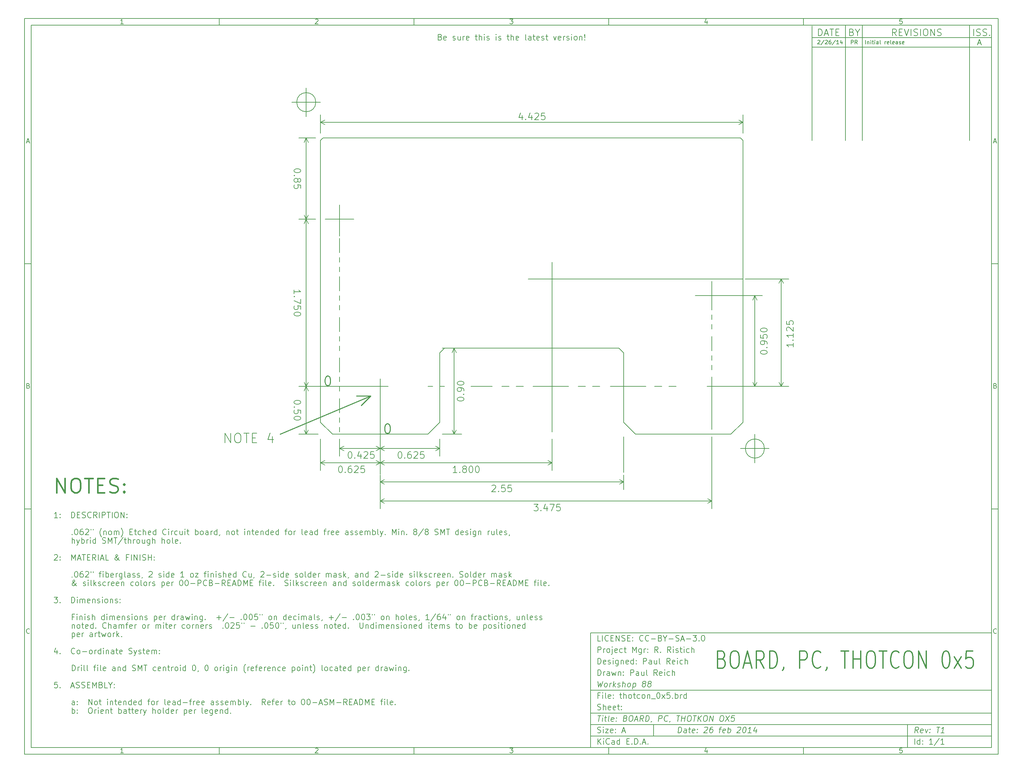
<source format=gbr>
G04 (created by PCBNEW (2013-dec-23)-stable) date Wed 26 Feb 2014 13:08:01 CST*
%MOIN*%
G04 Gerber Fmt 3.4, Leading zero omitted, Abs format*
%FSLAX34Y34*%
G01*
G70*
G90*
G04 APERTURE LIST*
%ADD10C,0.00590551*%
%ADD11C,0.007*%
%ADD12C,0.01*%
%ADD13C,0.008*%
%ADD14C,0.006*%
%ADD15C,0.005*%
%ADD16C,0.012*%
%ADD17C,0.015*%
G04 APERTURE END LIST*
G54D10*
X4000Y-4000D02*
X106000Y-4000D01*
X106000Y-81000D01*
X4000Y-81000D01*
X4000Y-4000D01*
X4700Y-4700D02*
X105300Y-4700D01*
X105300Y-80300D01*
X4700Y-80300D01*
X4700Y-4700D01*
X24400Y-4000D02*
X24400Y-4700D01*
X14342Y-4552D02*
X14057Y-4552D01*
X14200Y-4552D02*
X14200Y-4052D01*
X14152Y-4123D01*
X14104Y-4171D01*
X14057Y-4195D01*
X24400Y-81000D02*
X24400Y-80300D01*
X14342Y-80852D02*
X14057Y-80852D01*
X14200Y-80852D02*
X14200Y-80352D01*
X14152Y-80423D01*
X14104Y-80471D01*
X14057Y-80495D01*
X44800Y-4000D02*
X44800Y-4700D01*
X34457Y-4100D02*
X34480Y-4076D01*
X34528Y-4052D01*
X34647Y-4052D01*
X34695Y-4076D01*
X34719Y-4100D01*
X34742Y-4147D01*
X34742Y-4195D01*
X34719Y-4266D01*
X34433Y-4552D01*
X34742Y-4552D01*
X44800Y-81000D02*
X44800Y-80300D01*
X34457Y-80400D02*
X34480Y-80376D01*
X34528Y-80352D01*
X34647Y-80352D01*
X34695Y-80376D01*
X34719Y-80400D01*
X34742Y-80447D01*
X34742Y-80495D01*
X34719Y-80566D01*
X34433Y-80852D01*
X34742Y-80852D01*
X65200Y-4000D02*
X65200Y-4700D01*
X54833Y-4052D02*
X55142Y-4052D01*
X54976Y-4242D01*
X55047Y-4242D01*
X55095Y-4266D01*
X55119Y-4290D01*
X55142Y-4338D01*
X55142Y-4457D01*
X55119Y-4504D01*
X55095Y-4528D01*
X55047Y-4552D01*
X54904Y-4552D01*
X54857Y-4528D01*
X54833Y-4504D01*
X65200Y-81000D02*
X65200Y-80300D01*
X54833Y-80352D02*
X55142Y-80352D01*
X54976Y-80542D01*
X55047Y-80542D01*
X55095Y-80566D01*
X55119Y-80590D01*
X55142Y-80638D01*
X55142Y-80757D01*
X55119Y-80804D01*
X55095Y-80828D01*
X55047Y-80852D01*
X54904Y-80852D01*
X54857Y-80828D01*
X54833Y-80804D01*
X85600Y-4000D02*
X85600Y-4700D01*
X75495Y-4219D02*
X75495Y-4552D01*
X75376Y-4028D02*
X75257Y-4385D01*
X75566Y-4385D01*
X85600Y-81000D02*
X85600Y-80300D01*
X75495Y-80519D02*
X75495Y-80852D01*
X75376Y-80328D02*
X75257Y-80685D01*
X75566Y-80685D01*
X95919Y-4052D02*
X95680Y-4052D01*
X95657Y-4290D01*
X95680Y-4266D01*
X95728Y-4242D01*
X95847Y-4242D01*
X95895Y-4266D01*
X95919Y-4290D01*
X95942Y-4338D01*
X95942Y-4457D01*
X95919Y-4504D01*
X95895Y-4528D01*
X95847Y-4552D01*
X95728Y-4552D01*
X95680Y-4528D01*
X95657Y-4504D01*
X95919Y-80352D02*
X95680Y-80352D01*
X95657Y-80590D01*
X95680Y-80566D01*
X95728Y-80542D01*
X95847Y-80542D01*
X95895Y-80566D01*
X95919Y-80590D01*
X95942Y-80638D01*
X95942Y-80757D01*
X95919Y-80804D01*
X95895Y-80828D01*
X95847Y-80852D01*
X95728Y-80852D01*
X95680Y-80828D01*
X95657Y-80804D01*
X4000Y-29660D02*
X4700Y-29660D01*
X4230Y-16889D02*
X4469Y-16889D01*
X4183Y-17032D02*
X4350Y-16532D01*
X4516Y-17032D01*
X106000Y-29660D02*
X105300Y-29660D01*
X105530Y-16889D02*
X105769Y-16889D01*
X105483Y-17032D02*
X105650Y-16532D01*
X105816Y-17032D01*
X4000Y-55320D02*
X4700Y-55320D01*
X4385Y-42430D02*
X4457Y-42454D01*
X4480Y-42478D01*
X4504Y-42525D01*
X4504Y-42597D01*
X4480Y-42644D01*
X4457Y-42668D01*
X4409Y-42692D01*
X4219Y-42692D01*
X4219Y-42192D01*
X4385Y-42192D01*
X4433Y-42216D01*
X4457Y-42240D01*
X4480Y-42287D01*
X4480Y-42335D01*
X4457Y-42382D01*
X4433Y-42406D01*
X4385Y-42430D01*
X4219Y-42430D01*
X106000Y-55320D02*
X105300Y-55320D01*
X105685Y-42430D02*
X105757Y-42454D01*
X105780Y-42478D01*
X105804Y-42525D01*
X105804Y-42597D01*
X105780Y-42644D01*
X105757Y-42668D01*
X105709Y-42692D01*
X105519Y-42692D01*
X105519Y-42192D01*
X105685Y-42192D01*
X105733Y-42216D01*
X105757Y-42240D01*
X105780Y-42287D01*
X105780Y-42335D01*
X105757Y-42382D01*
X105733Y-42406D01*
X105685Y-42430D01*
X105519Y-42430D01*
X4504Y-68304D02*
X4480Y-68328D01*
X4409Y-68352D01*
X4361Y-68352D01*
X4290Y-68328D01*
X4242Y-68280D01*
X4219Y-68233D01*
X4195Y-68138D01*
X4195Y-68066D01*
X4219Y-67971D01*
X4242Y-67923D01*
X4290Y-67876D01*
X4361Y-67852D01*
X4409Y-67852D01*
X4480Y-67876D01*
X4504Y-67900D01*
X105804Y-68304D02*
X105780Y-68328D01*
X105709Y-68352D01*
X105661Y-68352D01*
X105590Y-68328D01*
X105542Y-68280D01*
X105519Y-68233D01*
X105495Y-68138D01*
X105495Y-68066D01*
X105519Y-67971D01*
X105542Y-67923D01*
X105590Y-67876D01*
X105661Y-67852D01*
X105709Y-67852D01*
X105780Y-67876D01*
X105804Y-67900D01*
X72450Y-78742D02*
X72525Y-78142D01*
X72667Y-78142D01*
X72750Y-78171D01*
X72800Y-78228D01*
X72821Y-78285D01*
X72835Y-78400D01*
X72825Y-78485D01*
X72782Y-78600D01*
X72746Y-78657D01*
X72682Y-78714D01*
X72592Y-78742D01*
X72450Y-78742D01*
X73307Y-78742D02*
X73346Y-78428D01*
X73325Y-78371D01*
X73271Y-78342D01*
X73157Y-78342D01*
X73096Y-78371D01*
X73310Y-78714D02*
X73250Y-78742D01*
X73107Y-78742D01*
X73053Y-78714D01*
X73032Y-78657D01*
X73039Y-78600D01*
X73075Y-78542D01*
X73135Y-78514D01*
X73278Y-78514D01*
X73339Y-78485D01*
X73557Y-78342D02*
X73785Y-78342D01*
X73667Y-78142D02*
X73603Y-78657D01*
X73625Y-78714D01*
X73678Y-78742D01*
X73735Y-78742D01*
X74167Y-78714D02*
X74107Y-78742D01*
X73992Y-78742D01*
X73939Y-78714D01*
X73917Y-78657D01*
X73946Y-78428D01*
X73982Y-78371D01*
X74042Y-78342D01*
X74157Y-78342D01*
X74210Y-78371D01*
X74232Y-78428D01*
X74225Y-78485D01*
X73932Y-78542D01*
X74457Y-78685D02*
X74482Y-78714D01*
X74450Y-78742D01*
X74425Y-78714D01*
X74457Y-78685D01*
X74450Y-78742D01*
X74496Y-78371D02*
X74521Y-78400D01*
X74489Y-78428D01*
X74464Y-78400D01*
X74496Y-78371D01*
X74489Y-78428D01*
X75232Y-78200D02*
X75264Y-78171D01*
X75325Y-78142D01*
X75467Y-78142D01*
X75521Y-78171D01*
X75546Y-78200D01*
X75567Y-78257D01*
X75560Y-78314D01*
X75521Y-78400D01*
X75135Y-78742D01*
X75507Y-78742D01*
X76096Y-78142D02*
X75982Y-78142D01*
X75921Y-78171D01*
X75889Y-78200D01*
X75821Y-78285D01*
X75778Y-78400D01*
X75750Y-78628D01*
X75771Y-78685D01*
X75796Y-78714D01*
X75850Y-78742D01*
X75964Y-78742D01*
X76025Y-78714D01*
X76057Y-78685D01*
X76092Y-78628D01*
X76110Y-78485D01*
X76089Y-78428D01*
X76064Y-78400D01*
X76010Y-78371D01*
X75896Y-78371D01*
X75835Y-78400D01*
X75803Y-78428D01*
X75767Y-78485D01*
X76757Y-78342D02*
X76985Y-78342D01*
X76792Y-78742D02*
X76857Y-78228D01*
X76892Y-78171D01*
X76953Y-78142D01*
X77010Y-78142D01*
X77367Y-78714D02*
X77307Y-78742D01*
X77192Y-78742D01*
X77139Y-78714D01*
X77117Y-78657D01*
X77146Y-78428D01*
X77182Y-78371D01*
X77242Y-78342D01*
X77357Y-78342D01*
X77410Y-78371D01*
X77432Y-78428D01*
X77425Y-78485D01*
X77132Y-78542D01*
X77650Y-78742D02*
X77725Y-78142D01*
X77696Y-78371D02*
X77757Y-78342D01*
X77871Y-78342D01*
X77925Y-78371D01*
X77950Y-78400D01*
X77971Y-78457D01*
X77950Y-78628D01*
X77914Y-78685D01*
X77882Y-78714D01*
X77821Y-78742D01*
X77707Y-78742D01*
X77653Y-78714D01*
X78689Y-78200D02*
X78721Y-78171D01*
X78782Y-78142D01*
X78925Y-78142D01*
X78978Y-78171D01*
X79003Y-78200D01*
X79025Y-78257D01*
X79017Y-78314D01*
X78978Y-78400D01*
X78592Y-78742D01*
X78964Y-78742D01*
X79410Y-78142D02*
X79467Y-78142D01*
X79521Y-78171D01*
X79546Y-78200D01*
X79567Y-78257D01*
X79582Y-78371D01*
X79564Y-78514D01*
X79521Y-78628D01*
X79485Y-78685D01*
X79453Y-78714D01*
X79392Y-78742D01*
X79335Y-78742D01*
X79282Y-78714D01*
X79257Y-78685D01*
X79235Y-78628D01*
X79221Y-78514D01*
X79239Y-78371D01*
X79282Y-78257D01*
X79317Y-78200D01*
X79350Y-78171D01*
X79410Y-78142D01*
X80107Y-78742D02*
X79764Y-78742D01*
X79935Y-78742D02*
X80010Y-78142D01*
X79942Y-78228D01*
X79878Y-78285D01*
X79817Y-78314D01*
X80671Y-78342D02*
X80621Y-78742D01*
X80557Y-78114D02*
X80360Y-78542D01*
X80732Y-78542D01*
X64042Y-79942D02*
X64042Y-79342D01*
X64385Y-79942D02*
X64128Y-79600D01*
X64385Y-79342D02*
X64042Y-79685D01*
X64642Y-79942D02*
X64642Y-79542D01*
X64642Y-79342D02*
X64614Y-79371D01*
X64642Y-79400D01*
X64671Y-79371D01*
X64642Y-79342D01*
X64642Y-79400D01*
X65271Y-79885D02*
X65242Y-79914D01*
X65157Y-79942D01*
X65100Y-79942D01*
X65014Y-79914D01*
X64957Y-79857D01*
X64928Y-79800D01*
X64900Y-79685D01*
X64900Y-79600D01*
X64928Y-79485D01*
X64957Y-79428D01*
X65014Y-79371D01*
X65100Y-79342D01*
X65157Y-79342D01*
X65242Y-79371D01*
X65271Y-79400D01*
X65785Y-79942D02*
X65785Y-79628D01*
X65757Y-79571D01*
X65700Y-79542D01*
X65585Y-79542D01*
X65528Y-79571D01*
X65785Y-79914D02*
X65728Y-79942D01*
X65585Y-79942D01*
X65528Y-79914D01*
X65500Y-79857D01*
X65500Y-79800D01*
X65528Y-79742D01*
X65585Y-79714D01*
X65728Y-79714D01*
X65785Y-79685D01*
X66328Y-79942D02*
X66328Y-79342D01*
X66328Y-79914D02*
X66271Y-79942D01*
X66157Y-79942D01*
X66100Y-79914D01*
X66071Y-79885D01*
X66042Y-79828D01*
X66042Y-79657D01*
X66071Y-79600D01*
X66100Y-79571D01*
X66157Y-79542D01*
X66271Y-79542D01*
X66328Y-79571D01*
X67071Y-79628D02*
X67271Y-79628D01*
X67357Y-79942D02*
X67071Y-79942D01*
X67071Y-79342D01*
X67357Y-79342D01*
X67614Y-79885D02*
X67642Y-79914D01*
X67614Y-79942D01*
X67585Y-79914D01*
X67614Y-79885D01*
X67614Y-79942D01*
X67899Y-79942D02*
X67899Y-79342D01*
X68042Y-79342D01*
X68128Y-79371D01*
X68185Y-79428D01*
X68214Y-79485D01*
X68242Y-79600D01*
X68242Y-79685D01*
X68214Y-79800D01*
X68185Y-79857D01*
X68128Y-79914D01*
X68042Y-79942D01*
X67899Y-79942D01*
X68499Y-79885D02*
X68528Y-79914D01*
X68499Y-79942D01*
X68471Y-79914D01*
X68499Y-79885D01*
X68499Y-79942D01*
X68757Y-79771D02*
X69042Y-79771D01*
X68699Y-79942D02*
X68899Y-79342D01*
X69099Y-79942D01*
X69299Y-79885D02*
X69328Y-79914D01*
X69299Y-79942D01*
X69271Y-79914D01*
X69299Y-79885D01*
X69299Y-79942D01*
X97592Y-78742D02*
X97428Y-78457D01*
X97250Y-78742D02*
X97325Y-78142D01*
X97553Y-78142D01*
X97607Y-78171D01*
X97632Y-78200D01*
X97653Y-78257D01*
X97642Y-78342D01*
X97607Y-78400D01*
X97575Y-78428D01*
X97514Y-78457D01*
X97285Y-78457D01*
X98082Y-78714D02*
X98021Y-78742D01*
X97907Y-78742D01*
X97853Y-78714D01*
X97832Y-78657D01*
X97860Y-78428D01*
X97896Y-78371D01*
X97957Y-78342D01*
X98071Y-78342D01*
X98125Y-78371D01*
X98146Y-78428D01*
X98139Y-78485D01*
X97846Y-78542D01*
X98357Y-78342D02*
X98450Y-78742D01*
X98642Y-78342D01*
X98828Y-78685D02*
X98853Y-78714D01*
X98821Y-78742D01*
X98796Y-78714D01*
X98828Y-78685D01*
X98821Y-78742D01*
X98867Y-78371D02*
X98892Y-78400D01*
X98860Y-78428D01*
X98835Y-78400D01*
X98867Y-78371D01*
X98860Y-78428D01*
X99553Y-78142D02*
X99896Y-78142D01*
X99650Y-78742D02*
X99725Y-78142D01*
X100335Y-78742D02*
X99992Y-78742D01*
X100164Y-78742D02*
X100239Y-78142D01*
X100171Y-78228D01*
X100107Y-78285D01*
X100046Y-78314D01*
X64014Y-78714D02*
X64100Y-78742D01*
X64242Y-78742D01*
X64300Y-78714D01*
X64328Y-78685D01*
X64357Y-78628D01*
X64357Y-78571D01*
X64328Y-78514D01*
X64300Y-78485D01*
X64242Y-78457D01*
X64128Y-78428D01*
X64071Y-78400D01*
X64042Y-78371D01*
X64014Y-78314D01*
X64014Y-78257D01*
X64042Y-78200D01*
X64071Y-78171D01*
X64128Y-78142D01*
X64271Y-78142D01*
X64357Y-78171D01*
X64614Y-78742D02*
X64614Y-78342D01*
X64614Y-78142D02*
X64585Y-78171D01*
X64614Y-78200D01*
X64642Y-78171D01*
X64614Y-78142D01*
X64614Y-78200D01*
X64842Y-78342D02*
X65157Y-78342D01*
X64842Y-78742D01*
X65157Y-78742D01*
X65614Y-78714D02*
X65557Y-78742D01*
X65442Y-78742D01*
X65385Y-78714D01*
X65357Y-78657D01*
X65357Y-78428D01*
X65385Y-78371D01*
X65442Y-78342D01*
X65557Y-78342D01*
X65614Y-78371D01*
X65642Y-78428D01*
X65642Y-78485D01*
X65357Y-78542D01*
X65900Y-78685D02*
X65928Y-78714D01*
X65900Y-78742D01*
X65871Y-78714D01*
X65900Y-78685D01*
X65900Y-78742D01*
X65900Y-78371D02*
X65928Y-78400D01*
X65900Y-78428D01*
X65871Y-78400D01*
X65900Y-78371D01*
X65900Y-78428D01*
X66614Y-78571D02*
X66900Y-78571D01*
X66557Y-78742D02*
X66757Y-78142D01*
X66957Y-78742D01*
X97242Y-79942D02*
X97242Y-79342D01*
X97785Y-79942D02*
X97785Y-79342D01*
X97785Y-79914D02*
X97728Y-79942D01*
X97614Y-79942D01*
X97557Y-79914D01*
X97528Y-79885D01*
X97500Y-79828D01*
X97500Y-79657D01*
X97528Y-79600D01*
X97557Y-79571D01*
X97614Y-79542D01*
X97728Y-79542D01*
X97785Y-79571D01*
X98071Y-79885D02*
X98100Y-79914D01*
X98071Y-79942D01*
X98042Y-79914D01*
X98071Y-79885D01*
X98071Y-79942D01*
X98071Y-79571D02*
X98100Y-79600D01*
X98071Y-79628D01*
X98042Y-79600D01*
X98071Y-79571D01*
X98071Y-79628D01*
X99128Y-79942D02*
X98785Y-79942D01*
X98957Y-79942D02*
X98957Y-79342D01*
X98899Y-79428D01*
X98842Y-79485D01*
X98785Y-79514D01*
X99814Y-79314D02*
X99300Y-80085D01*
X100328Y-79942D02*
X99985Y-79942D01*
X100157Y-79942D02*
X100157Y-79342D01*
X100099Y-79428D01*
X100042Y-79485D01*
X99985Y-79514D01*
X64039Y-76942D02*
X64382Y-76942D01*
X64135Y-77542D02*
X64210Y-76942D01*
X64507Y-77542D02*
X64557Y-77142D01*
X64582Y-76942D02*
X64550Y-76971D01*
X64575Y-77000D01*
X64607Y-76971D01*
X64582Y-76942D01*
X64575Y-77000D01*
X64757Y-77142D02*
X64985Y-77142D01*
X64867Y-76942D02*
X64803Y-77457D01*
X64825Y-77514D01*
X64878Y-77542D01*
X64935Y-77542D01*
X65221Y-77542D02*
X65167Y-77514D01*
X65146Y-77457D01*
X65210Y-76942D01*
X65682Y-77514D02*
X65621Y-77542D01*
X65507Y-77542D01*
X65453Y-77514D01*
X65432Y-77457D01*
X65460Y-77228D01*
X65496Y-77171D01*
X65557Y-77142D01*
X65671Y-77142D01*
X65725Y-77171D01*
X65746Y-77228D01*
X65739Y-77285D01*
X65446Y-77342D01*
X65971Y-77485D02*
X65996Y-77514D01*
X65964Y-77542D01*
X65939Y-77514D01*
X65971Y-77485D01*
X65964Y-77542D01*
X66010Y-77171D02*
X66035Y-77200D01*
X66003Y-77228D01*
X65978Y-77200D01*
X66010Y-77171D01*
X66003Y-77228D01*
X66946Y-77228D02*
X67028Y-77257D01*
X67053Y-77285D01*
X67075Y-77342D01*
X67064Y-77428D01*
X67028Y-77485D01*
X66996Y-77514D01*
X66935Y-77542D01*
X66707Y-77542D01*
X66782Y-76942D01*
X66982Y-76942D01*
X67035Y-76971D01*
X67060Y-77000D01*
X67082Y-77057D01*
X67075Y-77114D01*
X67039Y-77171D01*
X67007Y-77200D01*
X66946Y-77228D01*
X66746Y-77228D01*
X67496Y-76942D02*
X67610Y-76942D01*
X67664Y-76971D01*
X67714Y-77028D01*
X67728Y-77142D01*
X67703Y-77342D01*
X67660Y-77457D01*
X67596Y-77514D01*
X67535Y-77542D01*
X67421Y-77542D01*
X67367Y-77514D01*
X67317Y-77457D01*
X67303Y-77342D01*
X67328Y-77142D01*
X67371Y-77028D01*
X67435Y-76971D01*
X67496Y-76942D01*
X67928Y-77371D02*
X68214Y-77371D01*
X67850Y-77542D02*
X68125Y-76942D01*
X68250Y-77542D01*
X68792Y-77542D02*
X68628Y-77257D01*
X68450Y-77542D02*
X68525Y-76942D01*
X68753Y-76942D01*
X68807Y-76971D01*
X68832Y-77000D01*
X68853Y-77057D01*
X68842Y-77142D01*
X68807Y-77200D01*
X68775Y-77228D01*
X68714Y-77257D01*
X68485Y-77257D01*
X69050Y-77542D02*
X69125Y-76942D01*
X69267Y-76942D01*
X69350Y-76971D01*
X69400Y-77028D01*
X69421Y-77085D01*
X69435Y-77200D01*
X69425Y-77285D01*
X69382Y-77400D01*
X69346Y-77457D01*
X69282Y-77514D01*
X69192Y-77542D01*
X69050Y-77542D01*
X69682Y-77514D02*
X69678Y-77542D01*
X69642Y-77600D01*
X69610Y-77628D01*
X70392Y-77542D02*
X70467Y-76942D01*
X70696Y-76942D01*
X70749Y-76971D01*
X70775Y-77000D01*
X70796Y-77057D01*
X70785Y-77142D01*
X70750Y-77200D01*
X70717Y-77228D01*
X70657Y-77257D01*
X70428Y-77257D01*
X71342Y-77485D02*
X71310Y-77514D01*
X71221Y-77542D01*
X71164Y-77542D01*
X71082Y-77514D01*
X71032Y-77457D01*
X71010Y-77400D01*
X70996Y-77285D01*
X71007Y-77200D01*
X71050Y-77085D01*
X71085Y-77028D01*
X71149Y-76971D01*
X71239Y-76942D01*
X71296Y-76942D01*
X71378Y-76971D01*
X71403Y-77000D01*
X71625Y-77514D02*
X71621Y-77542D01*
X71585Y-77600D01*
X71553Y-77628D01*
X72325Y-76942D02*
X72667Y-76942D01*
X72421Y-77542D02*
X72496Y-76942D01*
X72792Y-77542D02*
X72867Y-76942D01*
X72832Y-77228D02*
X73175Y-77228D01*
X73135Y-77542D02*
X73210Y-76942D01*
X73610Y-76942D02*
X73725Y-76942D01*
X73778Y-76971D01*
X73828Y-77028D01*
X73842Y-77142D01*
X73817Y-77342D01*
X73774Y-77457D01*
X73710Y-77514D01*
X73650Y-77542D01*
X73535Y-77542D01*
X73482Y-77514D01*
X73432Y-77457D01*
X73417Y-77342D01*
X73442Y-77142D01*
X73485Y-77028D01*
X73549Y-76971D01*
X73610Y-76942D01*
X74039Y-76942D02*
X74382Y-76942D01*
X74135Y-77542D02*
X74210Y-76942D01*
X74507Y-77542D02*
X74582Y-76942D01*
X74849Y-77542D02*
X74635Y-77200D01*
X74924Y-76942D02*
X74539Y-77285D01*
X75296Y-76942D02*
X75410Y-76942D01*
X75464Y-76971D01*
X75514Y-77028D01*
X75528Y-77142D01*
X75503Y-77342D01*
X75460Y-77457D01*
X75396Y-77514D01*
X75335Y-77542D01*
X75221Y-77542D01*
X75167Y-77514D01*
X75117Y-77457D01*
X75103Y-77342D01*
X75128Y-77142D01*
X75171Y-77028D01*
X75235Y-76971D01*
X75296Y-76942D01*
X75735Y-77542D02*
X75810Y-76942D01*
X76078Y-77542D01*
X76153Y-76942D01*
X77010Y-76942D02*
X77124Y-76942D01*
X77178Y-76971D01*
X77228Y-77028D01*
X77242Y-77142D01*
X77217Y-77342D01*
X77174Y-77457D01*
X77110Y-77514D01*
X77049Y-77542D01*
X76935Y-77542D01*
X76882Y-77514D01*
X76832Y-77457D01*
X76817Y-77342D01*
X76842Y-77142D01*
X76885Y-77028D01*
X76949Y-76971D01*
X77010Y-76942D01*
X77467Y-76942D02*
X77792Y-77542D01*
X77867Y-76942D02*
X77392Y-77542D01*
X78382Y-76942D02*
X78096Y-76942D01*
X78032Y-77228D01*
X78064Y-77200D01*
X78124Y-77171D01*
X78267Y-77171D01*
X78321Y-77200D01*
X78346Y-77228D01*
X78367Y-77285D01*
X78349Y-77428D01*
X78314Y-77485D01*
X78282Y-77514D01*
X78221Y-77542D01*
X78078Y-77542D01*
X78024Y-77514D01*
X77999Y-77485D01*
X64242Y-74828D02*
X64042Y-74828D01*
X64042Y-75142D02*
X64042Y-74542D01*
X64328Y-74542D01*
X64557Y-75142D02*
X64557Y-74742D01*
X64557Y-74542D02*
X64528Y-74571D01*
X64557Y-74600D01*
X64585Y-74571D01*
X64557Y-74542D01*
X64557Y-74600D01*
X64928Y-75142D02*
X64871Y-75114D01*
X64842Y-75057D01*
X64842Y-74542D01*
X65385Y-75114D02*
X65328Y-75142D01*
X65214Y-75142D01*
X65157Y-75114D01*
X65128Y-75057D01*
X65128Y-74828D01*
X65157Y-74771D01*
X65214Y-74742D01*
X65328Y-74742D01*
X65385Y-74771D01*
X65414Y-74828D01*
X65414Y-74885D01*
X65128Y-74942D01*
X65671Y-75085D02*
X65700Y-75114D01*
X65671Y-75142D01*
X65642Y-75114D01*
X65671Y-75085D01*
X65671Y-75142D01*
X65671Y-74771D02*
X65700Y-74800D01*
X65671Y-74828D01*
X65642Y-74800D01*
X65671Y-74771D01*
X65671Y-74828D01*
X66328Y-74742D02*
X66557Y-74742D01*
X66414Y-74542D02*
X66414Y-75057D01*
X66442Y-75114D01*
X66500Y-75142D01*
X66557Y-75142D01*
X66757Y-75142D02*
X66757Y-74542D01*
X67014Y-75142D02*
X67014Y-74828D01*
X66985Y-74771D01*
X66928Y-74742D01*
X66842Y-74742D01*
X66785Y-74771D01*
X66757Y-74800D01*
X67385Y-75142D02*
X67328Y-75114D01*
X67300Y-75085D01*
X67271Y-75028D01*
X67271Y-74857D01*
X67300Y-74800D01*
X67328Y-74771D01*
X67385Y-74742D01*
X67471Y-74742D01*
X67528Y-74771D01*
X67557Y-74800D01*
X67585Y-74857D01*
X67585Y-75028D01*
X67557Y-75085D01*
X67528Y-75114D01*
X67471Y-75142D01*
X67385Y-75142D01*
X67757Y-74742D02*
X67985Y-74742D01*
X67842Y-74542D02*
X67842Y-75057D01*
X67871Y-75114D01*
X67928Y-75142D01*
X67985Y-75142D01*
X68442Y-75114D02*
X68385Y-75142D01*
X68271Y-75142D01*
X68214Y-75114D01*
X68185Y-75085D01*
X68157Y-75028D01*
X68157Y-74857D01*
X68185Y-74800D01*
X68214Y-74771D01*
X68271Y-74742D01*
X68385Y-74742D01*
X68442Y-74771D01*
X68785Y-75142D02*
X68728Y-75114D01*
X68700Y-75085D01*
X68671Y-75028D01*
X68671Y-74857D01*
X68700Y-74800D01*
X68728Y-74771D01*
X68785Y-74742D01*
X68871Y-74742D01*
X68928Y-74771D01*
X68957Y-74800D01*
X68985Y-74857D01*
X68985Y-75028D01*
X68957Y-75085D01*
X68928Y-75114D01*
X68871Y-75142D01*
X68785Y-75142D01*
X69242Y-74742D02*
X69242Y-75142D01*
X69242Y-74800D02*
X69271Y-74771D01*
X69328Y-74742D01*
X69414Y-74742D01*
X69471Y-74771D01*
X69500Y-74828D01*
X69500Y-75142D01*
X69642Y-75200D02*
X70100Y-75200D01*
X70357Y-74542D02*
X70414Y-74542D01*
X70471Y-74571D01*
X70500Y-74600D01*
X70528Y-74657D01*
X70557Y-74771D01*
X70557Y-74914D01*
X70528Y-75028D01*
X70500Y-75085D01*
X70471Y-75114D01*
X70414Y-75142D01*
X70357Y-75142D01*
X70300Y-75114D01*
X70271Y-75085D01*
X70242Y-75028D01*
X70214Y-74914D01*
X70214Y-74771D01*
X70242Y-74657D01*
X70271Y-74600D01*
X70300Y-74571D01*
X70357Y-74542D01*
X70757Y-75142D02*
X71071Y-74742D01*
X70757Y-74742D02*
X71071Y-75142D01*
X71585Y-74542D02*
X71300Y-74542D01*
X71271Y-74828D01*
X71300Y-74800D01*
X71357Y-74771D01*
X71500Y-74771D01*
X71557Y-74800D01*
X71585Y-74828D01*
X71614Y-74885D01*
X71614Y-75028D01*
X71585Y-75085D01*
X71557Y-75114D01*
X71500Y-75142D01*
X71357Y-75142D01*
X71300Y-75114D01*
X71271Y-75085D01*
X71871Y-75085D02*
X71900Y-75114D01*
X71871Y-75142D01*
X71842Y-75114D01*
X71871Y-75085D01*
X71871Y-75142D01*
X72157Y-75142D02*
X72157Y-74542D01*
X72157Y-74771D02*
X72214Y-74742D01*
X72328Y-74742D01*
X72385Y-74771D01*
X72414Y-74800D01*
X72442Y-74857D01*
X72442Y-75028D01*
X72414Y-75085D01*
X72385Y-75114D01*
X72328Y-75142D01*
X72214Y-75142D01*
X72157Y-75114D01*
X72700Y-75142D02*
X72700Y-74742D01*
X72700Y-74857D02*
X72728Y-74800D01*
X72757Y-74771D01*
X72814Y-74742D01*
X72871Y-74742D01*
X73328Y-75142D02*
X73328Y-74542D01*
X73328Y-75114D02*
X73271Y-75142D01*
X73157Y-75142D01*
X73100Y-75114D01*
X73071Y-75085D01*
X73042Y-75028D01*
X73042Y-74857D01*
X73071Y-74800D01*
X73100Y-74771D01*
X73157Y-74742D01*
X73271Y-74742D01*
X73328Y-74771D01*
X64014Y-76314D02*
X64100Y-76342D01*
X64242Y-76342D01*
X64300Y-76314D01*
X64328Y-76285D01*
X64357Y-76228D01*
X64357Y-76171D01*
X64328Y-76114D01*
X64300Y-76085D01*
X64242Y-76057D01*
X64128Y-76028D01*
X64071Y-76000D01*
X64042Y-75971D01*
X64014Y-75914D01*
X64014Y-75857D01*
X64042Y-75800D01*
X64071Y-75771D01*
X64128Y-75742D01*
X64271Y-75742D01*
X64357Y-75771D01*
X64614Y-76342D02*
X64614Y-75742D01*
X64871Y-76342D02*
X64871Y-76028D01*
X64842Y-75971D01*
X64785Y-75942D01*
X64700Y-75942D01*
X64642Y-75971D01*
X64614Y-76000D01*
X65385Y-76314D02*
X65328Y-76342D01*
X65214Y-76342D01*
X65157Y-76314D01*
X65128Y-76257D01*
X65128Y-76028D01*
X65157Y-75971D01*
X65214Y-75942D01*
X65328Y-75942D01*
X65385Y-75971D01*
X65414Y-76028D01*
X65414Y-76085D01*
X65128Y-76142D01*
X65900Y-76314D02*
X65842Y-76342D01*
X65728Y-76342D01*
X65671Y-76314D01*
X65642Y-76257D01*
X65642Y-76028D01*
X65671Y-75971D01*
X65728Y-75942D01*
X65842Y-75942D01*
X65900Y-75971D01*
X65928Y-76028D01*
X65928Y-76085D01*
X65642Y-76142D01*
X66100Y-75942D02*
X66328Y-75942D01*
X66185Y-75742D02*
X66185Y-76257D01*
X66214Y-76314D01*
X66271Y-76342D01*
X66328Y-76342D01*
X66528Y-76285D02*
X66557Y-76314D01*
X66528Y-76342D01*
X66500Y-76314D01*
X66528Y-76285D01*
X66528Y-76342D01*
X66528Y-75971D02*
X66557Y-76000D01*
X66528Y-76028D01*
X66500Y-76000D01*
X66528Y-75971D01*
X66528Y-76028D01*
X64067Y-73342D02*
X64135Y-73942D01*
X64303Y-73514D01*
X64364Y-73942D01*
X64582Y-73342D01*
X64821Y-73942D02*
X64767Y-73914D01*
X64742Y-73885D01*
X64721Y-73828D01*
X64742Y-73657D01*
X64778Y-73600D01*
X64810Y-73571D01*
X64871Y-73542D01*
X64957Y-73542D01*
X65010Y-73571D01*
X65035Y-73600D01*
X65057Y-73657D01*
X65035Y-73828D01*
X65000Y-73885D01*
X64967Y-73914D01*
X64907Y-73942D01*
X64821Y-73942D01*
X65278Y-73942D02*
X65328Y-73542D01*
X65314Y-73657D02*
X65350Y-73600D01*
X65382Y-73571D01*
X65442Y-73542D01*
X65500Y-73542D01*
X65650Y-73942D02*
X65725Y-73342D01*
X65735Y-73714D02*
X65878Y-73942D01*
X65928Y-73542D02*
X65671Y-73771D01*
X66110Y-73914D02*
X66164Y-73942D01*
X66278Y-73942D01*
X66339Y-73914D01*
X66375Y-73857D01*
X66378Y-73828D01*
X66357Y-73771D01*
X66303Y-73742D01*
X66217Y-73742D01*
X66164Y-73714D01*
X66142Y-73657D01*
X66146Y-73628D01*
X66182Y-73571D01*
X66242Y-73542D01*
X66328Y-73542D01*
X66382Y-73571D01*
X66621Y-73942D02*
X66696Y-73342D01*
X66878Y-73942D02*
X66917Y-73628D01*
X66896Y-73571D01*
X66842Y-73542D01*
X66757Y-73542D01*
X66696Y-73571D01*
X66664Y-73600D01*
X67249Y-73942D02*
X67196Y-73914D01*
X67171Y-73885D01*
X67150Y-73828D01*
X67171Y-73657D01*
X67207Y-73600D01*
X67239Y-73571D01*
X67299Y-73542D01*
X67385Y-73542D01*
X67439Y-73571D01*
X67464Y-73600D01*
X67485Y-73657D01*
X67464Y-73828D01*
X67428Y-73885D01*
X67396Y-73914D01*
X67335Y-73942D01*
X67249Y-73942D01*
X67757Y-73542D02*
X67682Y-74142D01*
X67753Y-73571D02*
X67814Y-73542D01*
X67928Y-73542D01*
X67982Y-73571D01*
X68007Y-73600D01*
X68028Y-73657D01*
X68007Y-73828D01*
X67971Y-73885D01*
X67939Y-73914D01*
X67878Y-73942D01*
X67764Y-73942D01*
X67710Y-73914D01*
X68835Y-73600D02*
X68782Y-73571D01*
X68757Y-73542D01*
X68735Y-73485D01*
X68739Y-73457D01*
X68774Y-73400D01*
X68807Y-73371D01*
X68867Y-73342D01*
X68982Y-73342D01*
X69035Y-73371D01*
X69060Y-73400D01*
X69082Y-73457D01*
X69078Y-73485D01*
X69042Y-73542D01*
X69010Y-73571D01*
X68949Y-73600D01*
X68835Y-73600D01*
X68775Y-73628D01*
X68742Y-73657D01*
X68707Y-73714D01*
X68692Y-73828D01*
X68714Y-73885D01*
X68739Y-73914D01*
X68792Y-73942D01*
X68907Y-73942D01*
X68967Y-73914D01*
X68999Y-73885D01*
X69035Y-73828D01*
X69049Y-73714D01*
X69028Y-73657D01*
X69003Y-73628D01*
X68949Y-73600D01*
X69407Y-73600D02*
X69353Y-73571D01*
X69328Y-73542D01*
X69307Y-73485D01*
X69310Y-73457D01*
X69346Y-73400D01*
X69378Y-73371D01*
X69439Y-73342D01*
X69553Y-73342D01*
X69607Y-73371D01*
X69632Y-73400D01*
X69653Y-73457D01*
X69650Y-73485D01*
X69614Y-73542D01*
X69582Y-73571D01*
X69521Y-73600D01*
X69407Y-73600D01*
X69346Y-73628D01*
X69314Y-73657D01*
X69278Y-73714D01*
X69264Y-73828D01*
X69285Y-73885D01*
X69310Y-73914D01*
X69364Y-73942D01*
X69478Y-73942D01*
X69539Y-73914D01*
X69571Y-73885D01*
X69607Y-73828D01*
X69621Y-73714D01*
X69599Y-73657D01*
X69575Y-73628D01*
X69521Y-73600D01*
X64042Y-72742D02*
X64042Y-72142D01*
X64185Y-72142D01*
X64271Y-72171D01*
X64328Y-72228D01*
X64357Y-72285D01*
X64385Y-72400D01*
X64385Y-72485D01*
X64357Y-72600D01*
X64328Y-72657D01*
X64271Y-72714D01*
X64185Y-72742D01*
X64042Y-72742D01*
X64642Y-72742D02*
X64642Y-72342D01*
X64642Y-72457D02*
X64671Y-72400D01*
X64700Y-72371D01*
X64757Y-72342D01*
X64814Y-72342D01*
X65271Y-72742D02*
X65271Y-72428D01*
X65242Y-72371D01*
X65185Y-72342D01*
X65071Y-72342D01*
X65014Y-72371D01*
X65271Y-72714D02*
X65214Y-72742D01*
X65071Y-72742D01*
X65014Y-72714D01*
X64985Y-72657D01*
X64985Y-72600D01*
X65014Y-72542D01*
X65071Y-72514D01*
X65214Y-72514D01*
X65271Y-72485D01*
X65500Y-72342D02*
X65614Y-72742D01*
X65728Y-72457D01*
X65842Y-72742D01*
X65957Y-72342D01*
X66185Y-72342D02*
X66185Y-72742D01*
X66185Y-72400D02*
X66214Y-72371D01*
X66271Y-72342D01*
X66357Y-72342D01*
X66414Y-72371D01*
X66442Y-72428D01*
X66442Y-72742D01*
X66728Y-72685D02*
X66757Y-72714D01*
X66728Y-72742D01*
X66700Y-72714D01*
X66728Y-72685D01*
X66728Y-72742D01*
X66728Y-72371D02*
X66757Y-72400D01*
X66728Y-72428D01*
X66700Y-72400D01*
X66728Y-72371D01*
X66728Y-72428D01*
X67471Y-72742D02*
X67471Y-72142D01*
X67700Y-72142D01*
X67757Y-72171D01*
X67785Y-72200D01*
X67814Y-72257D01*
X67814Y-72342D01*
X67785Y-72400D01*
X67757Y-72428D01*
X67700Y-72457D01*
X67471Y-72457D01*
X68328Y-72742D02*
X68328Y-72428D01*
X68300Y-72371D01*
X68242Y-72342D01*
X68128Y-72342D01*
X68071Y-72371D01*
X68328Y-72714D02*
X68271Y-72742D01*
X68128Y-72742D01*
X68071Y-72714D01*
X68042Y-72657D01*
X68042Y-72600D01*
X68071Y-72542D01*
X68128Y-72514D01*
X68271Y-72514D01*
X68328Y-72485D01*
X68871Y-72342D02*
X68871Y-72742D01*
X68614Y-72342D02*
X68614Y-72657D01*
X68642Y-72714D01*
X68699Y-72742D01*
X68785Y-72742D01*
X68842Y-72714D01*
X68871Y-72685D01*
X69242Y-72742D02*
X69185Y-72714D01*
X69157Y-72657D01*
X69157Y-72142D01*
X70271Y-72742D02*
X70071Y-72457D01*
X69928Y-72742D02*
X69928Y-72142D01*
X70157Y-72142D01*
X70214Y-72171D01*
X70242Y-72200D01*
X70271Y-72257D01*
X70271Y-72342D01*
X70242Y-72400D01*
X70214Y-72428D01*
X70157Y-72457D01*
X69928Y-72457D01*
X70757Y-72714D02*
X70700Y-72742D01*
X70585Y-72742D01*
X70528Y-72714D01*
X70500Y-72657D01*
X70500Y-72428D01*
X70528Y-72371D01*
X70585Y-72342D01*
X70700Y-72342D01*
X70757Y-72371D01*
X70785Y-72428D01*
X70785Y-72485D01*
X70500Y-72542D01*
X71042Y-72742D02*
X71042Y-72342D01*
X71042Y-72142D02*
X71014Y-72171D01*
X71042Y-72200D01*
X71071Y-72171D01*
X71042Y-72142D01*
X71042Y-72200D01*
X71585Y-72714D02*
X71528Y-72742D01*
X71414Y-72742D01*
X71357Y-72714D01*
X71328Y-72685D01*
X71300Y-72628D01*
X71300Y-72457D01*
X71328Y-72400D01*
X71357Y-72371D01*
X71414Y-72342D01*
X71528Y-72342D01*
X71585Y-72371D01*
X71842Y-72742D02*
X71842Y-72142D01*
X72100Y-72742D02*
X72100Y-72428D01*
X72071Y-72371D01*
X72014Y-72342D01*
X71928Y-72342D01*
X71871Y-72371D01*
X71842Y-72400D01*
X64042Y-71542D02*
X64042Y-70942D01*
X64185Y-70942D01*
X64271Y-70971D01*
X64328Y-71028D01*
X64357Y-71085D01*
X64385Y-71200D01*
X64385Y-71285D01*
X64357Y-71400D01*
X64328Y-71457D01*
X64271Y-71514D01*
X64185Y-71542D01*
X64042Y-71542D01*
X64871Y-71514D02*
X64814Y-71542D01*
X64700Y-71542D01*
X64642Y-71514D01*
X64614Y-71457D01*
X64614Y-71228D01*
X64642Y-71171D01*
X64700Y-71142D01*
X64814Y-71142D01*
X64871Y-71171D01*
X64900Y-71228D01*
X64900Y-71285D01*
X64614Y-71342D01*
X65128Y-71514D02*
X65185Y-71542D01*
X65300Y-71542D01*
X65357Y-71514D01*
X65385Y-71457D01*
X65385Y-71428D01*
X65357Y-71371D01*
X65300Y-71342D01*
X65214Y-71342D01*
X65157Y-71314D01*
X65128Y-71257D01*
X65128Y-71228D01*
X65157Y-71171D01*
X65214Y-71142D01*
X65300Y-71142D01*
X65357Y-71171D01*
X65642Y-71542D02*
X65642Y-71142D01*
X65642Y-70942D02*
X65614Y-70971D01*
X65642Y-71000D01*
X65671Y-70971D01*
X65642Y-70942D01*
X65642Y-71000D01*
X66185Y-71142D02*
X66185Y-71628D01*
X66157Y-71685D01*
X66128Y-71714D01*
X66071Y-71742D01*
X65985Y-71742D01*
X65928Y-71714D01*
X66185Y-71514D02*
X66128Y-71542D01*
X66014Y-71542D01*
X65957Y-71514D01*
X65928Y-71485D01*
X65900Y-71428D01*
X65900Y-71257D01*
X65928Y-71200D01*
X65957Y-71171D01*
X66014Y-71142D01*
X66128Y-71142D01*
X66185Y-71171D01*
X66471Y-71142D02*
X66471Y-71542D01*
X66471Y-71200D02*
X66500Y-71171D01*
X66557Y-71142D01*
X66642Y-71142D01*
X66700Y-71171D01*
X66728Y-71228D01*
X66728Y-71542D01*
X67242Y-71514D02*
X67185Y-71542D01*
X67071Y-71542D01*
X67014Y-71514D01*
X66985Y-71457D01*
X66985Y-71228D01*
X67014Y-71171D01*
X67071Y-71142D01*
X67185Y-71142D01*
X67242Y-71171D01*
X67271Y-71228D01*
X67271Y-71285D01*
X66985Y-71342D01*
X67785Y-71542D02*
X67785Y-70942D01*
X67785Y-71514D02*
X67728Y-71542D01*
X67614Y-71542D01*
X67557Y-71514D01*
X67528Y-71485D01*
X67500Y-71428D01*
X67500Y-71257D01*
X67528Y-71200D01*
X67557Y-71171D01*
X67614Y-71142D01*
X67728Y-71142D01*
X67785Y-71171D01*
X68071Y-71485D02*
X68100Y-71514D01*
X68071Y-71542D01*
X68042Y-71514D01*
X68071Y-71485D01*
X68071Y-71542D01*
X68071Y-71171D02*
X68100Y-71200D01*
X68071Y-71228D01*
X68042Y-71200D01*
X68071Y-71171D01*
X68071Y-71228D01*
X68814Y-71542D02*
X68814Y-70942D01*
X69042Y-70942D01*
X69099Y-70971D01*
X69128Y-71000D01*
X69157Y-71057D01*
X69157Y-71142D01*
X69128Y-71200D01*
X69099Y-71228D01*
X69042Y-71257D01*
X68814Y-71257D01*
X69671Y-71542D02*
X69671Y-71228D01*
X69642Y-71171D01*
X69585Y-71142D01*
X69471Y-71142D01*
X69414Y-71171D01*
X69671Y-71514D02*
X69614Y-71542D01*
X69471Y-71542D01*
X69414Y-71514D01*
X69385Y-71457D01*
X69385Y-71400D01*
X69414Y-71342D01*
X69471Y-71314D01*
X69614Y-71314D01*
X69671Y-71285D01*
X70214Y-71142D02*
X70214Y-71542D01*
X69957Y-71142D02*
X69957Y-71457D01*
X69985Y-71514D01*
X70042Y-71542D01*
X70128Y-71542D01*
X70185Y-71514D01*
X70214Y-71485D01*
X70585Y-71542D02*
X70528Y-71514D01*
X70499Y-71457D01*
X70499Y-70942D01*
X71614Y-71542D02*
X71414Y-71257D01*
X71271Y-71542D02*
X71271Y-70942D01*
X71500Y-70942D01*
X71557Y-70971D01*
X71585Y-71000D01*
X71614Y-71057D01*
X71614Y-71142D01*
X71585Y-71200D01*
X71557Y-71228D01*
X71500Y-71257D01*
X71271Y-71257D01*
X72100Y-71514D02*
X72042Y-71542D01*
X71928Y-71542D01*
X71871Y-71514D01*
X71842Y-71457D01*
X71842Y-71228D01*
X71871Y-71171D01*
X71928Y-71142D01*
X72042Y-71142D01*
X72100Y-71171D01*
X72128Y-71228D01*
X72128Y-71285D01*
X71842Y-71342D01*
X72385Y-71542D02*
X72385Y-71142D01*
X72385Y-70942D02*
X72357Y-70971D01*
X72385Y-71000D01*
X72414Y-70971D01*
X72385Y-70942D01*
X72385Y-71000D01*
X72928Y-71514D02*
X72871Y-71542D01*
X72757Y-71542D01*
X72700Y-71514D01*
X72671Y-71485D01*
X72642Y-71428D01*
X72642Y-71257D01*
X72671Y-71200D01*
X72700Y-71171D01*
X72757Y-71142D01*
X72871Y-71142D01*
X72928Y-71171D01*
X73185Y-71542D02*
X73185Y-70942D01*
X73442Y-71542D02*
X73442Y-71228D01*
X73414Y-71171D01*
X73357Y-71142D01*
X73271Y-71142D01*
X73214Y-71171D01*
X73185Y-71200D01*
X64042Y-70342D02*
X64042Y-69742D01*
X64271Y-69742D01*
X64328Y-69771D01*
X64357Y-69800D01*
X64385Y-69857D01*
X64385Y-69942D01*
X64357Y-70000D01*
X64328Y-70028D01*
X64271Y-70057D01*
X64042Y-70057D01*
X64642Y-70342D02*
X64642Y-69942D01*
X64642Y-70057D02*
X64671Y-70000D01*
X64700Y-69971D01*
X64757Y-69942D01*
X64814Y-69942D01*
X65100Y-70342D02*
X65042Y-70314D01*
X65014Y-70285D01*
X64985Y-70228D01*
X64985Y-70057D01*
X65014Y-70000D01*
X65042Y-69971D01*
X65100Y-69942D01*
X65185Y-69942D01*
X65242Y-69971D01*
X65271Y-70000D01*
X65300Y-70057D01*
X65300Y-70228D01*
X65271Y-70285D01*
X65242Y-70314D01*
X65185Y-70342D01*
X65100Y-70342D01*
X65557Y-69942D02*
X65557Y-70457D01*
X65528Y-70514D01*
X65471Y-70542D01*
X65442Y-70542D01*
X65557Y-69742D02*
X65528Y-69771D01*
X65557Y-69800D01*
X65585Y-69771D01*
X65557Y-69742D01*
X65557Y-69800D01*
X66071Y-70314D02*
X66014Y-70342D01*
X65900Y-70342D01*
X65842Y-70314D01*
X65814Y-70257D01*
X65814Y-70028D01*
X65842Y-69971D01*
X65900Y-69942D01*
X66014Y-69942D01*
X66071Y-69971D01*
X66100Y-70028D01*
X66100Y-70085D01*
X65814Y-70142D01*
X66614Y-70314D02*
X66557Y-70342D01*
X66442Y-70342D01*
X66385Y-70314D01*
X66357Y-70285D01*
X66328Y-70228D01*
X66328Y-70057D01*
X66357Y-70000D01*
X66385Y-69971D01*
X66442Y-69942D01*
X66557Y-69942D01*
X66614Y-69971D01*
X66785Y-69942D02*
X67014Y-69942D01*
X66871Y-69742D02*
X66871Y-70257D01*
X66900Y-70314D01*
X66957Y-70342D01*
X67014Y-70342D01*
X67671Y-70342D02*
X67671Y-69742D01*
X67871Y-70171D01*
X68071Y-69742D01*
X68071Y-70342D01*
X68614Y-69942D02*
X68614Y-70428D01*
X68585Y-70485D01*
X68557Y-70514D01*
X68500Y-70542D01*
X68414Y-70542D01*
X68357Y-70514D01*
X68614Y-70314D02*
X68557Y-70342D01*
X68442Y-70342D01*
X68385Y-70314D01*
X68357Y-70285D01*
X68328Y-70228D01*
X68328Y-70057D01*
X68357Y-70000D01*
X68385Y-69971D01*
X68442Y-69942D01*
X68557Y-69942D01*
X68614Y-69971D01*
X68900Y-70342D02*
X68900Y-69942D01*
X68900Y-70057D02*
X68928Y-70000D01*
X68957Y-69971D01*
X69014Y-69942D01*
X69071Y-69942D01*
X69271Y-70285D02*
X69300Y-70314D01*
X69271Y-70342D01*
X69242Y-70314D01*
X69271Y-70285D01*
X69271Y-70342D01*
X69271Y-69971D02*
X69300Y-70000D01*
X69271Y-70028D01*
X69242Y-70000D01*
X69271Y-69971D01*
X69271Y-70028D01*
X70357Y-70342D02*
X70157Y-70057D01*
X70014Y-70342D02*
X70014Y-69742D01*
X70242Y-69742D01*
X70300Y-69771D01*
X70328Y-69800D01*
X70357Y-69857D01*
X70357Y-69942D01*
X70328Y-70000D01*
X70300Y-70028D01*
X70242Y-70057D01*
X70014Y-70057D01*
X70614Y-70285D02*
X70642Y-70314D01*
X70614Y-70342D01*
X70585Y-70314D01*
X70614Y-70285D01*
X70614Y-70342D01*
X71700Y-70342D02*
X71500Y-70057D01*
X71357Y-70342D02*
X71357Y-69742D01*
X71585Y-69742D01*
X71642Y-69771D01*
X71671Y-69800D01*
X71700Y-69857D01*
X71700Y-69942D01*
X71671Y-70000D01*
X71642Y-70028D01*
X71585Y-70057D01*
X71357Y-70057D01*
X71957Y-70342D02*
X71957Y-69942D01*
X71957Y-69742D02*
X71928Y-69771D01*
X71957Y-69800D01*
X71985Y-69771D01*
X71957Y-69742D01*
X71957Y-69800D01*
X72214Y-70314D02*
X72271Y-70342D01*
X72385Y-70342D01*
X72442Y-70314D01*
X72471Y-70257D01*
X72471Y-70228D01*
X72442Y-70171D01*
X72385Y-70142D01*
X72300Y-70142D01*
X72242Y-70114D01*
X72214Y-70057D01*
X72214Y-70028D01*
X72242Y-69971D01*
X72300Y-69942D01*
X72385Y-69942D01*
X72442Y-69971D01*
X72642Y-69942D02*
X72871Y-69942D01*
X72728Y-69742D02*
X72728Y-70257D01*
X72757Y-70314D01*
X72814Y-70342D01*
X72871Y-70342D01*
X73071Y-70342D02*
X73071Y-69942D01*
X73071Y-69742D02*
X73042Y-69771D01*
X73071Y-69800D01*
X73100Y-69771D01*
X73071Y-69742D01*
X73071Y-69800D01*
X73614Y-70314D02*
X73557Y-70342D01*
X73442Y-70342D01*
X73385Y-70314D01*
X73357Y-70285D01*
X73328Y-70228D01*
X73328Y-70057D01*
X73357Y-70000D01*
X73385Y-69971D01*
X73442Y-69942D01*
X73557Y-69942D01*
X73614Y-69971D01*
X73871Y-70342D02*
X73871Y-69742D01*
X74128Y-70342D02*
X74128Y-70028D01*
X74100Y-69971D01*
X74042Y-69942D01*
X73957Y-69942D01*
X73900Y-69971D01*
X73871Y-70000D01*
X64328Y-69142D02*
X64042Y-69142D01*
X64042Y-68542D01*
X64528Y-69142D02*
X64528Y-68542D01*
X65157Y-69085D02*
X65128Y-69114D01*
X65042Y-69142D01*
X64985Y-69142D01*
X64899Y-69114D01*
X64842Y-69057D01*
X64814Y-69000D01*
X64785Y-68885D01*
X64785Y-68800D01*
X64814Y-68685D01*
X64842Y-68628D01*
X64899Y-68571D01*
X64985Y-68542D01*
X65042Y-68542D01*
X65128Y-68571D01*
X65157Y-68600D01*
X65414Y-68828D02*
X65614Y-68828D01*
X65699Y-69142D02*
X65414Y-69142D01*
X65414Y-68542D01*
X65699Y-68542D01*
X65957Y-69142D02*
X65957Y-68542D01*
X66299Y-69142D01*
X66299Y-68542D01*
X66557Y-69114D02*
X66642Y-69142D01*
X66785Y-69142D01*
X66842Y-69114D01*
X66871Y-69085D01*
X66899Y-69028D01*
X66899Y-68971D01*
X66871Y-68914D01*
X66842Y-68885D01*
X66785Y-68857D01*
X66671Y-68828D01*
X66614Y-68800D01*
X66585Y-68771D01*
X66557Y-68714D01*
X66557Y-68657D01*
X66585Y-68600D01*
X66614Y-68571D01*
X66671Y-68542D01*
X66814Y-68542D01*
X66899Y-68571D01*
X67157Y-68828D02*
X67357Y-68828D01*
X67442Y-69142D02*
X67157Y-69142D01*
X67157Y-68542D01*
X67442Y-68542D01*
X67699Y-69085D02*
X67728Y-69114D01*
X67699Y-69142D01*
X67671Y-69114D01*
X67699Y-69085D01*
X67699Y-69142D01*
X67699Y-68771D02*
X67728Y-68800D01*
X67699Y-68828D01*
X67671Y-68800D01*
X67699Y-68771D01*
X67699Y-68828D01*
X68785Y-69085D02*
X68757Y-69114D01*
X68671Y-69142D01*
X68614Y-69142D01*
X68528Y-69114D01*
X68471Y-69057D01*
X68442Y-69000D01*
X68414Y-68885D01*
X68414Y-68800D01*
X68442Y-68685D01*
X68471Y-68628D01*
X68528Y-68571D01*
X68614Y-68542D01*
X68671Y-68542D01*
X68757Y-68571D01*
X68785Y-68600D01*
X69385Y-69085D02*
X69357Y-69114D01*
X69271Y-69142D01*
X69214Y-69142D01*
X69128Y-69114D01*
X69071Y-69057D01*
X69042Y-69000D01*
X69014Y-68885D01*
X69014Y-68800D01*
X69042Y-68685D01*
X69071Y-68628D01*
X69128Y-68571D01*
X69214Y-68542D01*
X69271Y-68542D01*
X69357Y-68571D01*
X69385Y-68600D01*
X69642Y-68914D02*
X70099Y-68914D01*
X70585Y-68828D02*
X70671Y-68857D01*
X70699Y-68885D01*
X70728Y-68942D01*
X70728Y-69028D01*
X70699Y-69085D01*
X70671Y-69114D01*
X70614Y-69142D01*
X70385Y-69142D01*
X70385Y-68542D01*
X70585Y-68542D01*
X70642Y-68571D01*
X70671Y-68600D01*
X70699Y-68657D01*
X70699Y-68714D01*
X70671Y-68771D01*
X70642Y-68800D01*
X70585Y-68828D01*
X70385Y-68828D01*
X71099Y-68857D02*
X71099Y-69142D01*
X70899Y-68542D02*
X71099Y-68857D01*
X71299Y-68542D01*
X71499Y-68914D02*
X71957Y-68914D01*
X72214Y-69114D02*
X72299Y-69142D01*
X72442Y-69142D01*
X72499Y-69114D01*
X72528Y-69085D01*
X72557Y-69028D01*
X72557Y-68971D01*
X72528Y-68914D01*
X72499Y-68885D01*
X72442Y-68857D01*
X72328Y-68828D01*
X72271Y-68800D01*
X72242Y-68771D01*
X72214Y-68714D01*
X72214Y-68657D01*
X72242Y-68600D01*
X72271Y-68571D01*
X72328Y-68542D01*
X72471Y-68542D01*
X72557Y-68571D01*
X72785Y-68971D02*
X73071Y-68971D01*
X72728Y-69142D02*
X72928Y-68542D01*
X73128Y-69142D01*
X73328Y-68914D02*
X73785Y-68914D01*
X74014Y-68542D02*
X74385Y-68542D01*
X74185Y-68771D01*
X74271Y-68771D01*
X74328Y-68800D01*
X74357Y-68828D01*
X74385Y-68885D01*
X74385Y-69028D01*
X74357Y-69085D01*
X74328Y-69114D01*
X74271Y-69142D01*
X74100Y-69142D01*
X74042Y-69114D01*
X74014Y-69085D01*
X74642Y-69085D02*
X74671Y-69114D01*
X74642Y-69142D01*
X74614Y-69114D01*
X74642Y-69085D01*
X74642Y-69142D01*
X75042Y-68542D02*
X75100Y-68542D01*
X75157Y-68571D01*
X75185Y-68600D01*
X75214Y-68657D01*
X75242Y-68771D01*
X75242Y-68914D01*
X75214Y-69028D01*
X75185Y-69085D01*
X75157Y-69114D01*
X75100Y-69142D01*
X75042Y-69142D01*
X74985Y-69114D01*
X74957Y-69085D01*
X74928Y-69028D01*
X74900Y-68914D01*
X74900Y-68771D01*
X74928Y-68657D01*
X74957Y-68600D01*
X74985Y-68571D01*
X75042Y-68542D01*
X63300Y-68300D02*
X63300Y-80300D01*
X63300Y-74300D02*
X105300Y-74300D01*
X63300Y-68300D02*
X105300Y-68300D01*
X63300Y-76700D02*
X105300Y-76700D01*
X96500Y-77900D02*
X96500Y-80300D01*
X63300Y-79100D02*
X105300Y-79100D01*
X63300Y-77900D02*
X105300Y-77900D01*
X69900Y-77900D02*
X69900Y-79100D01*
G54D11*
X65350Y-42500D02*
X69100Y-42500D01*
X63500Y-42500D02*
X64250Y-42500D01*
X62000Y-42500D02*
X62750Y-42500D01*
X76000Y-41500D02*
X76000Y-43000D01*
X76000Y-39250D02*
X76000Y-39750D01*
X76000Y-40250D02*
X76000Y-40750D01*
X76000Y-36000D02*
X76000Y-36500D01*
X76000Y-35000D02*
X76000Y-35500D01*
X76000Y-37250D02*
X76000Y-38750D01*
X37000Y-42500D02*
X37000Y-43000D01*
X37000Y-41500D02*
X37000Y-42000D01*
X37000Y-39500D02*
X37000Y-41000D01*
X37000Y-35250D02*
X37000Y-36750D01*
X37000Y-37250D02*
X37000Y-37750D01*
X37000Y-38250D02*
X37000Y-38750D01*
X37000Y-46750D02*
X37000Y-47250D01*
X37000Y-45750D02*
X37000Y-46250D01*
X37000Y-43750D02*
X37000Y-45250D01*
X37000Y-27000D02*
X37000Y-28500D01*
X37000Y-29000D02*
X37000Y-29500D01*
X37000Y-30000D02*
X37000Y-30500D01*
X37000Y-34000D02*
X37000Y-34500D01*
X37000Y-33000D02*
X37000Y-33500D01*
X37000Y-31000D02*
X37000Y-32500D01*
X74250Y-33000D02*
X77750Y-33000D01*
X84533Y-37966D02*
X84533Y-38366D01*
X84533Y-38166D02*
X83833Y-38166D01*
X83933Y-38233D01*
X84000Y-38299D01*
X84033Y-38366D01*
X84466Y-37666D02*
X84500Y-37633D01*
X84533Y-37666D01*
X84500Y-37699D01*
X84466Y-37666D01*
X84533Y-37666D01*
X84533Y-36966D02*
X84533Y-37366D01*
X84533Y-37166D02*
X83833Y-37166D01*
X83933Y-37233D01*
X84000Y-37299D01*
X84033Y-37366D01*
X83900Y-36699D02*
X83866Y-36666D01*
X83833Y-36599D01*
X83833Y-36433D01*
X83866Y-36366D01*
X83900Y-36333D01*
X83966Y-36299D01*
X84033Y-36299D01*
X84133Y-36333D01*
X84533Y-36733D01*
X84533Y-36299D01*
X83833Y-35666D02*
X83833Y-36000D01*
X84166Y-36033D01*
X84133Y-36000D01*
X84100Y-35933D01*
X84100Y-35766D01*
X84133Y-35700D01*
X84166Y-35666D01*
X84233Y-35633D01*
X84400Y-35633D01*
X84466Y-35666D01*
X84500Y-35700D01*
X84533Y-35766D01*
X84533Y-35933D01*
X84500Y-36000D01*
X84466Y-36033D01*
X83250Y-42500D02*
X83250Y-31250D01*
X79500Y-42500D02*
X84037Y-42500D01*
X79500Y-31250D02*
X84037Y-31250D01*
X83250Y-31250D02*
X83480Y-31693D01*
X83250Y-31250D02*
X83019Y-31693D01*
X83250Y-42500D02*
X83480Y-42056D01*
X83250Y-42500D02*
X83019Y-42056D01*
X56750Y-31250D02*
X79250Y-31250D01*
X50750Y-42500D02*
X53000Y-42500D01*
X57350Y-54833D02*
X57783Y-54833D01*
X57550Y-55100D01*
X57650Y-55100D01*
X57716Y-55133D01*
X57750Y-55166D01*
X57783Y-55233D01*
X57783Y-55400D01*
X57750Y-55466D01*
X57716Y-55500D01*
X57650Y-55533D01*
X57450Y-55533D01*
X57383Y-55500D01*
X57350Y-55466D01*
X58083Y-55466D02*
X58116Y-55500D01*
X58083Y-55533D01*
X58050Y-55500D01*
X58083Y-55466D01*
X58083Y-55533D01*
X58716Y-55066D02*
X58716Y-55533D01*
X58550Y-54800D02*
X58383Y-55300D01*
X58816Y-55300D01*
X59016Y-54833D02*
X59483Y-54833D01*
X59183Y-55533D01*
X60083Y-54833D02*
X59750Y-54833D01*
X59716Y-55166D01*
X59750Y-55133D01*
X59816Y-55100D01*
X59983Y-55100D01*
X60050Y-55133D01*
X60083Y-55166D01*
X60116Y-55233D01*
X60116Y-55400D01*
X60083Y-55466D01*
X60050Y-55500D01*
X59983Y-55533D01*
X59816Y-55533D01*
X59750Y-55500D01*
X59716Y-55466D01*
X41250Y-54499D02*
X76000Y-54499D01*
X41250Y-51750D02*
X41250Y-55287D01*
X76000Y-51750D02*
X76000Y-55287D01*
X76000Y-54499D02*
X75556Y-54730D01*
X76000Y-54499D02*
X75556Y-54269D01*
X41250Y-54499D02*
X41693Y-54730D01*
X41250Y-54499D02*
X41693Y-54269D01*
X66750Y-47750D02*
X66750Y-51500D01*
X52966Y-52900D02*
X53000Y-52866D01*
X53066Y-52833D01*
X53233Y-52833D01*
X53300Y-52866D01*
X53333Y-52900D01*
X53366Y-52966D01*
X53366Y-53033D01*
X53333Y-53133D01*
X52933Y-53533D01*
X53366Y-53533D01*
X53666Y-53466D02*
X53700Y-53500D01*
X53666Y-53533D01*
X53633Y-53500D01*
X53666Y-53466D01*
X53666Y-53533D01*
X54333Y-52833D02*
X54000Y-52833D01*
X53966Y-53166D01*
X54000Y-53133D01*
X54066Y-53100D01*
X54233Y-53100D01*
X54300Y-53133D01*
X54333Y-53166D01*
X54366Y-53233D01*
X54366Y-53400D01*
X54333Y-53466D01*
X54300Y-53500D01*
X54233Y-53533D01*
X54066Y-53533D01*
X54000Y-53500D01*
X53966Y-53466D01*
X55000Y-52833D02*
X54666Y-52833D01*
X54633Y-53166D01*
X54666Y-53133D01*
X54733Y-53100D01*
X54900Y-53100D01*
X54966Y-53133D01*
X55000Y-53166D01*
X55033Y-53233D01*
X55033Y-53400D01*
X55000Y-53466D01*
X54966Y-53500D01*
X54900Y-53533D01*
X54733Y-53533D01*
X54666Y-53500D01*
X54633Y-53466D01*
X41250Y-52499D02*
X66750Y-52499D01*
X41250Y-51750D02*
X41250Y-53287D01*
X66750Y-51750D02*
X66750Y-53287D01*
X66750Y-52499D02*
X66306Y-52730D01*
X66750Y-52499D02*
X66306Y-52269D01*
X41250Y-52499D02*
X41693Y-52730D01*
X41250Y-52499D02*
X41693Y-52269D01*
X35500Y-25000D02*
X38500Y-25000D01*
X37000Y-23500D02*
X37000Y-26750D01*
X37050Y-50833D02*
X37116Y-50833D01*
X37183Y-50866D01*
X37216Y-50900D01*
X37250Y-50966D01*
X37283Y-51100D01*
X37283Y-51266D01*
X37250Y-51400D01*
X37216Y-51466D01*
X37183Y-51500D01*
X37116Y-51533D01*
X37050Y-51533D01*
X36983Y-51500D01*
X36950Y-51466D01*
X36916Y-51400D01*
X36883Y-51266D01*
X36883Y-51100D01*
X36916Y-50966D01*
X36950Y-50900D01*
X36983Y-50866D01*
X37050Y-50833D01*
X37583Y-51466D02*
X37616Y-51500D01*
X37583Y-51533D01*
X37550Y-51500D01*
X37583Y-51466D01*
X37583Y-51533D01*
X38216Y-50833D02*
X38083Y-50833D01*
X38016Y-50866D01*
X37983Y-50900D01*
X37916Y-51000D01*
X37883Y-51133D01*
X37883Y-51400D01*
X37916Y-51466D01*
X37950Y-51500D01*
X38016Y-51533D01*
X38150Y-51533D01*
X38216Y-51500D01*
X38250Y-51466D01*
X38283Y-51400D01*
X38283Y-51233D01*
X38250Y-51166D01*
X38216Y-51133D01*
X38150Y-51100D01*
X38016Y-51100D01*
X37950Y-51133D01*
X37916Y-51166D01*
X37883Y-51233D01*
X38550Y-50900D02*
X38583Y-50866D01*
X38650Y-50833D01*
X38816Y-50833D01*
X38883Y-50866D01*
X38916Y-50900D01*
X38950Y-50966D01*
X38950Y-51033D01*
X38916Y-51133D01*
X38516Y-51533D01*
X38950Y-51533D01*
X39583Y-50833D02*
X39250Y-50833D01*
X39216Y-51166D01*
X39250Y-51133D01*
X39316Y-51100D01*
X39483Y-51100D01*
X39550Y-51133D01*
X39583Y-51166D01*
X39616Y-51233D01*
X39616Y-51400D01*
X39583Y-51466D01*
X39550Y-51500D01*
X39483Y-51533D01*
X39316Y-51533D01*
X39250Y-51500D01*
X39216Y-51466D01*
X35000Y-50499D02*
X41250Y-50499D01*
X35000Y-48000D02*
X35000Y-51287D01*
X41250Y-48000D02*
X41250Y-51287D01*
X41250Y-50499D02*
X40806Y-50730D01*
X41250Y-50499D02*
X40806Y-50269D01*
X35000Y-50499D02*
X35443Y-50730D01*
X35000Y-50499D02*
X35443Y-50269D01*
X38050Y-49333D02*
X38116Y-49333D01*
X38183Y-49366D01*
X38216Y-49400D01*
X38250Y-49466D01*
X38283Y-49600D01*
X38283Y-49766D01*
X38250Y-49900D01*
X38216Y-49966D01*
X38183Y-50000D01*
X38116Y-50033D01*
X38050Y-50033D01*
X37983Y-50000D01*
X37950Y-49966D01*
X37916Y-49900D01*
X37883Y-49766D01*
X37883Y-49600D01*
X37916Y-49466D01*
X37950Y-49400D01*
X37983Y-49366D01*
X38050Y-49333D01*
X38583Y-49966D02*
X38616Y-50000D01*
X38583Y-50033D01*
X38550Y-50000D01*
X38583Y-49966D01*
X38583Y-50033D01*
X39216Y-49566D02*
X39216Y-50033D01*
X39050Y-49300D02*
X38883Y-49800D01*
X39316Y-49800D01*
X39550Y-49400D02*
X39583Y-49366D01*
X39650Y-49333D01*
X39816Y-49333D01*
X39883Y-49366D01*
X39916Y-49400D01*
X39950Y-49466D01*
X39950Y-49533D01*
X39916Y-49633D01*
X39516Y-50033D01*
X39950Y-50033D01*
X40583Y-49333D02*
X40250Y-49333D01*
X40216Y-49666D01*
X40250Y-49633D01*
X40316Y-49600D01*
X40483Y-49600D01*
X40550Y-49633D01*
X40583Y-49666D01*
X40616Y-49733D01*
X40616Y-49900D01*
X40583Y-49966D01*
X40550Y-50000D01*
X40483Y-50033D01*
X40316Y-50033D01*
X40250Y-50000D01*
X40216Y-49966D01*
X37000Y-48999D02*
X41250Y-48999D01*
X37000Y-48000D02*
X37000Y-49787D01*
X41250Y-48000D02*
X41250Y-49787D01*
X41250Y-48999D02*
X40806Y-49230D01*
X41250Y-48999D02*
X40806Y-48769D01*
X37000Y-48999D02*
X37443Y-49230D01*
X37000Y-48999D02*
X37443Y-48769D01*
X49333Y-43866D02*
X49333Y-43800D01*
X49366Y-43733D01*
X49400Y-43700D01*
X49466Y-43666D01*
X49600Y-43633D01*
X49766Y-43633D01*
X49900Y-43666D01*
X49966Y-43700D01*
X50000Y-43733D01*
X50033Y-43800D01*
X50033Y-43866D01*
X50000Y-43933D01*
X49966Y-43966D01*
X49900Y-44000D01*
X49766Y-44033D01*
X49600Y-44033D01*
X49466Y-44000D01*
X49400Y-43966D01*
X49366Y-43933D01*
X49333Y-43866D01*
X49966Y-43333D02*
X50000Y-43300D01*
X50033Y-43333D01*
X50000Y-43366D01*
X49966Y-43333D01*
X50033Y-43333D01*
X50033Y-42966D02*
X50033Y-42833D01*
X50000Y-42766D01*
X49966Y-42733D01*
X49866Y-42666D01*
X49733Y-42633D01*
X49466Y-42633D01*
X49400Y-42666D01*
X49366Y-42700D01*
X49333Y-42766D01*
X49333Y-42900D01*
X49366Y-42966D01*
X49400Y-43000D01*
X49466Y-43033D01*
X49633Y-43033D01*
X49700Y-43000D01*
X49733Y-42966D01*
X49766Y-42900D01*
X49766Y-42766D01*
X49733Y-42700D01*
X49700Y-42666D01*
X49633Y-42633D01*
X49333Y-42200D02*
X49333Y-42133D01*
X49366Y-42066D01*
X49400Y-42033D01*
X49466Y-42000D01*
X49600Y-41966D01*
X49766Y-41966D01*
X49900Y-42000D01*
X49966Y-42033D01*
X50000Y-42066D01*
X50033Y-42133D01*
X50033Y-42200D01*
X50000Y-42266D01*
X49966Y-42300D01*
X49900Y-42333D01*
X49766Y-42366D01*
X49600Y-42366D01*
X49466Y-42333D01*
X49400Y-42300D01*
X49366Y-42266D01*
X49333Y-42200D01*
X49000Y-47500D02*
X49000Y-38500D01*
X47750Y-47500D02*
X49787Y-47500D01*
X47750Y-38500D02*
X49787Y-38500D01*
X49000Y-38500D02*
X49230Y-38943D01*
X49000Y-38500D02*
X48769Y-38943D01*
X49000Y-47500D02*
X49230Y-47056D01*
X49000Y-47500D02*
X48769Y-47056D01*
X71500Y-42500D02*
X72250Y-42500D01*
X70000Y-42500D02*
X70750Y-42500D01*
X47500Y-42500D02*
X48000Y-42500D01*
X54000Y-42500D02*
X54750Y-42500D01*
X55500Y-42500D02*
X56250Y-42500D01*
X57250Y-42500D02*
X61000Y-42500D01*
X46250Y-42500D02*
X46750Y-42500D01*
X75500Y-42500D02*
X80250Y-42500D01*
X81083Y-38949D02*
X81083Y-38883D01*
X81116Y-38816D01*
X81150Y-38783D01*
X81216Y-38749D01*
X81350Y-38716D01*
X81516Y-38716D01*
X81650Y-38749D01*
X81716Y-38783D01*
X81750Y-38816D01*
X81783Y-38883D01*
X81783Y-38949D01*
X81750Y-39016D01*
X81716Y-39049D01*
X81650Y-39083D01*
X81516Y-39116D01*
X81350Y-39116D01*
X81216Y-39083D01*
X81150Y-39049D01*
X81116Y-39016D01*
X81083Y-38949D01*
X81716Y-38416D02*
X81750Y-38383D01*
X81783Y-38416D01*
X81750Y-38449D01*
X81716Y-38416D01*
X81783Y-38416D01*
X81783Y-38049D02*
X81783Y-37916D01*
X81750Y-37849D01*
X81716Y-37816D01*
X81616Y-37749D01*
X81483Y-37716D01*
X81216Y-37716D01*
X81150Y-37749D01*
X81116Y-37783D01*
X81083Y-37849D01*
X81083Y-37983D01*
X81116Y-38049D01*
X81150Y-38083D01*
X81216Y-38116D01*
X81383Y-38116D01*
X81450Y-38083D01*
X81483Y-38049D01*
X81516Y-37983D01*
X81516Y-37849D01*
X81483Y-37783D01*
X81450Y-37749D01*
X81383Y-37716D01*
X81083Y-37083D02*
X81083Y-37416D01*
X81416Y-37449D01*
X81383Y-37416D01*
X81350Y-37349D01*
X81350Y-37183D01*
X81383Y-37116D01*
X81416Y-37083D01*
X81483Y-37049D01*
X81650Y-37049D01*
X81716Y-37083D01*
X81750Y-37116D01*
X81783Y-37183D01*
X81783Y-37349D01*
X81750Y-37416D01*
X81716Y-37449D01*
X81083Y-36616D02*
X81083Y-36550D01*
X81116Y-36483D01*
X81150Y-36450D01*
X81216Y-36416D01*
X81350Y-36383D01*
X81516Y-36383D01*
X81650Y-36416D01*
X81716Y-36450D01*
X81750Y-36483D01*
X81783Y-36550D01*
X81783Y-36616D01*
X81750Y-36683D01*
X81716Y-36716D01*
X81650Y-36750D01*
X81516Y-36783D01*
X81350Y-36783D01*
X81216Y-36750D01*
X81150Y-36716D01*
X81116Y-36683D01*
X81083Y-36616D01*
X80500Y-42500D02*
X80500Y-33000D01*
X79500Y-42500D02*
X81287Y-42500D01*
X79500Y-33000D02*
X81287Y-33000D01*
X80500Y-33000D02*
X80730Y-33443D01*
X80500Y-33000D02*
X80269Y-33443D01*
X80500Y-42500D02*
X80730Y-42056D01*
X80500Y-42500D02*
X80269Y-42056D01*
X79500Y-42500D02*
X81000Y-42500D01*
X76000Y-47750D02*
X76000Y-52000D01*
X76000Y-43000D02*
X76000Y-47000D01*
X76000Y-31500D02*
X76000Y-34500D01*
G54D12*
X40250Y-43500D02*
X30750Y-47500D01*
G54D11*
X49283Y-51533D02*
X48883Y-51533D01*
X49083Y-51533D02*
X49083Y-50833D01*
X49016Y-50933D01*
X48950Y-51000D01*
X48883Y-51033D01*
X49583Y-51466D02*
X49616Y-51500D01*
X49583Y-51533D01*
X49550Y-51500D01*
X49583Y-51466D01*
X49583Y-51533D01*
X50016Y-51133D02*
X49950Y-51100D01*
X49916Y-51066D01*
X49883Y-51000D01*
X49883Y-50966D01*
X49916Y-50900D01*
X49950Y-50866D01*
X50016Y-50833D01*
X50150Y-50833D01*
X50216Y-50866D01*
X50250Y-50900D01*
X50283Y-50966D01*
X50283Y-51000D01*
X50250Y-51066D01*
X50216Y-51100D01*
X50150Y-51133D01*
X50016Y-51133D01*
X49950Y-51166D01*
X49916Y-51200D01*
X49883Y-51266D01*
X49883Y-51400D01*
X49916Y-51466D01*
X49950Y-51500D01*
X50016Y-51533D01*
X50150Y-51533D01*
X50216Y-51500D01*
X50250Y-51466D01*
X50283Y-51400D01*
X50283Y-51266D01*
X50250Y-51200D01*
X50216Y-51166D01*
X50150Y-51133D01*
X50716Y-50833D02*
X50783Y-50833D01*
X50850Y-50866D01*
X50883Y-50900D01*
X50916Y-50966D01*
X50950Y-51100D01*
X50950Y-51266D01*
X50916Y-51400D01*
X50883Y-51466D01*
X50850Y-51500D01*
X50783Y-51533D01*
X50716Y-51533D01*
X50650Y-51500D01*
X50616Y-51466D01*
X50583Y-51400D01*
X50550Y-51266D01*
X50550Y-51100D01*
X50583Y-50966D01*
X50616Y-50900D01*
X50650Y-50866D01*
X50716Y-50833D01*
X51383Y-50833D02*
X51450Y-50833D01*
X51516Y-50866D01*
X51550Y-50900D01*
X51583Y-50966D01*
X51616Y-51100D01*
X51616Y-51266D01*
X51583Y-51400D01*
X51550Y-51466D01*
X51516Y-51500D01*
X51450Y-51533D01*
X51383Y-51533D01*
X51316Y-51500D01*
X51283Y-51466D01*
X51250Y-51400D01*
X51216Y-51266D01*
X51216Y-51100D01*
X51250Y-50966D01*
X51283Y-50900D01*
X51316Y-50866D01*
X51383Y-50833D01*
X41250Y-50499D02*
X59250Y-50499D01*
X41250Y-48000D02*
X41250Y-51287D01*
X59250Y-48000D02*
X59250Y-51287D01*
X59250Y-50499D02*
X58806Y-50730D01*
X59250Y-50499D02*
X58806Y-50269D01*
X41250Y-50499D02*
X41693Y-50730D01*
X41250Y-50499D02*
X41693Y-50269D01*
X43300Y-49333D02*
X43366Y-49333D01*
X43433Y-49366D01*
X43466Y-49400D01*
X43500Y-49466D01*
X43533Y-49600D01*
X43533Y-49766D01*
X43500Y-49900D01*
X43466Y-49966D01*
X43433Y-50000D01*
X43366Y-50033D01*
X43300Y-50033D01*
X43233Y-50000D01*
X43200Y-49966D01*
X43166Y-49900D01*
X43133Y-49766D01*
X43133Y-49600D01*
X43166Y-49466D01*
X43200Y-49400D01*
X43233Y-49366D01*
X43300Y-49333D01*
X43833Y-49966D02*
X43866Y-50000D01*
X43833Y-50033D01*
X43800Y-50000D01*
X43833Y-49966D01*
X43833Y-50033D01*
X44466Y-49333D02*
X44333Y-49333D01*
X44266Y-49366D01*
X44233Y-49400D01*
X44166Y-49500D01*
X44133Y-49633D01*
X44133Y-49900D01*
X44166Y-49966D01*
X44200Y-50000D01*
X44266Y-50033D01*
X44400Y-50033D01*
X44466Y-50000D01*
X44500Y-49966D01*
X44533Y-49900D01*
X44533Y-49733D01*
X44500Y-49666D01*
X44466Y-49633D01*
X44400Y-49600D01*
X44266Y-49600D01*
X44200Y-49633D01*
X44166Y-49666D01*
X44133Y-49733D01*
X44800Y-49400D02*
X44833Y-49366D01*
X44900Y-49333D01*
X45066Y-49333D01*
X45133Y-49366D01*
X45166Y-49400D01*
X45200Y-49466D01*
X45200Y-49533D01*
X45166Y-49633D01*
X44766Y-50033D01*
X45200Y-50033D01*
X45833Y-49333D02*
X45500Y-49333D01*
X45466Y-49666D01*
X45500Y-49633D01*
X45566Y-49600D01*
X45733Y-49600D01*
X45800Y-49633D01*
X45833Y-49666D01*
X45866Y-49733D01*
X45866Y-49900D01*
X45833Y-49966D01*
X45800Y-50000D01*
X45733Y-50033D01*
X45566Y-50033D01*
X45500Y-50000D01*
X45466Y-49966D01*
X41250Y-48999D02*
X47500Y-48999D01*
X41250Y-48000D02*
X41250Y-49787D01*
X47500Y-48000D02*
X47500Y-49787D01*
X47500Y-48999D02*
X47056Y-49230D01*
X47500Y-48999D02*
X47056Y-48769D01*
X41250Y-48999D02*
X41693Y-49230D01*
X41250Y-48999D02*
X41693Y-48769D01*
G54D13*
X59250Y-29500D02*
X59250Y-47250D01*
G54D11*
X77750Y-33000D02*
X79500Y-33000D01*
X32216Y-32783D02*
X32216Y-32383D01*
X32216Y-32583D02*
X32916Y-32583D01*
X32816Y-32516D01*
X32750Y-32450D01*
X32716Y-32383D01*
X32283Y-33083D02*
X32250Y-33116D01*
X32216Y-33083D01*
X32250Y-33050D01*
X32283Y-33083D01*
X32216Y-33083D01*
X32916Y-33350D02*
X32916Y-33816D01*
X32216Y-33516D01*
X32916Y-34416D02*
X32916Y-34083D01*
X32583Y-34050D01*
X32616Y-34083D01*
X32650Y-34150D01*
X32650Y-34316D01*
X32616Y-34383D01*
X32583Y-34416D01*
X32516Y-34450D01*
X32350Y-34450D01*
X32283Y-34416D01*
X32250Y-34383D01*
X32216Y-34316D01*
X32216Y-34150D01*
X32250Y-34083D01*
X32283Y-34050D01*
X32916Y-34883D02*
X32916Y-34950D01*
X32883Y-35016D01*
X32850Y-35050D01*
X32783Y-35083D01*
X32650Y-35116D01*
X32483Y-35116D01*
X32350Y-35083D01*
X32283Y-35050D01*
X32250Y-35016D01*
X32216Y-34950D01*
X32216Y-34883D01*
X32250Y-34816D01*
X32283Y-34783D01*
X32350Y-34750D01*
X32483Y-34716D01*
X32650Y-34716D01*
X32783Y-34750D01*
X32850Y-34783D01*
X32883Y-34816D01*
X32916Y-34883D01*
X33500Y-25000D02*
X33500Y-42500D01*
X34500Y-25000D02*
X32712Y-25000D01*
X34500Y-42500D02*
X32712Y-42500D01*
X33500Y-42500D02*
X33269Y-42056D01*
X33500Y-42500D02*
X33730Y-42056D01*
X33500Y-25000D02*
X33269Y-25443D01*
X33500Y-25000D02*
X33730Y-25443D01*
X32916Y-19883D02*
X32916Y-19950D01*
X32883Y-20016D01*
X32850Y-20050D01*
X32783Y-20083D01*
X32650Y-20116D01*
X32483Y-20116D01*
X32350Y-20083D01*
X32283Y-20050D01*
X32250Y-20016D01*
X32216Y-19950D01*
X32216Y-19883D01*
X32250Y-19816D01*
X32283Y-19783D01*
X32350Y-19750D01*
X32483Y-19716D01*
X32650Y-19716D01*
X32783Y-19750D01*
X32850Y-19783D01*
X32883Y-19816D01*
X32916Y-19883D01*
X32283Y-20416D02*
X32250Y-20450D01*
X32216Y-20416D01*
X32250Y-20383D01*
X32283Y-20416D01*
X32216Y-20416D01*
X32616Y-20850D02*
X32650Y-20783D01*
X32683Y-20750D01*
X32750Y-20716D01*
X32783Y-20716D01*
X32850Y-20750D01*
X32883Y-20783D01*
X32916Y-20850D01*
X32916Y-20983D01*
X32883Y-21050D01*
X32850Y-21083D01*
X32783Y-21116D01*
X32750Y-21116D01*
X32683Y-21083D01*
X32650Y-21050D01*
X32616Y-20983D01*
X32616Y-20850D01*
X32583Y-20783D01*
X32550Y-20750D01*
X32483Y-20716D01*
X32350Y-20716D01*
X32283Y-20750D01*
X32250Y-20783D01*
X32216Y-20850D01*
X32216Y-20983D01*
X32250Y-21050D01*
X32283Y-21083D01*
X32350Y-21116D01*
X32483Y-21116D01*
X32550Y-21083D01*
X32583Y-21050D01*
X32616Y-20983D01*
X32916Y-21750D02*
X32916Y-21416D01*
X32583Y-21383D01*
X32616Y-21416D01*
X32650Y-21483D01*
X32650Y-21650D01*
X32616Y-21716D01*
X32583Y-21750D01*
X32516Y-21783D01*
X32350Y-21783D01*
X32283Y-21750D01*
X32250Y-21716D01*
X32216Y-21650D01*
X32216Y-21483D01*
X32250Y-21416D01*
X32283Y-21383D01*
X33500Y-16500D02*
X33500Y-25000D01*
X34500Y-16500D02*
X32712Y-16500D01*
X34500Y-25000D02*
X32712Y-25000D01*
X33500Y-25000D02*
X33269Y-24556D01*
X33500Y-25000D02*
X33730Y-24556D01*
X33500Y-16500D02*
X33269Y-16943D01*
X33500Y-16500D02*
X33730Y-16943D01*
X32916Y-44133D02*
X32916Y-44200D01*
X32883Y-44266D01*
X32850Y-44300D01*
X32783Y-44333D01*
X32650Y-44366D01*
X32483Y-44366D01*
X32350Y-44333D01*
X32283Y-44300D01*
X32250Y-44266D01*
X32216Y-44200D01*
X32216Y-44133D01*
X32250Y-44066D01*
X32283Y-44033D01*
X32350Y-44000D01*
X32483Y-43966D01*
X32650Y-43966D01*
X32783Y-44000D01*
X32850Y-44033D01*
X32883Y-44066D01*
X32916Y-44133D01*
X32283Y-44666D02*
X32250Y-44700D01*
X32216Y-44666D01*
X32250Y-44633D01*
X32283Y-44666D01*
X32216Y-44666D01*
X32916Y-45333D02*
X32916Y-45000D01*
X32583Y-44966D01*
X32616Y-45000D01*
X32650Y-45066D01*
X32650Y-45233D01*
X32616Y-45300D01*
X32583Y-45333D01*
X32516Y-45366D01*
X32350Y-45366D01*
X32283Y-45333D01*
X32250Y-45300D01*
X32216Y-45233D01*
X32216Y-45066D01*
X32250Y-45000D01*
X32283Y-44966D01*
X32916Y-45800D02*
X32916Y-45866D01*
X32883Y-45933D01*
X32850Y-45966D01*
X32783Y-46000D01*
X32650Y-46033D01*
X32483Y-46033D01*
X32350Y-46000D01*
X32283Y-45966D01*
X32250Y-45933D01*
X32216Y-45866D01*
X32216Y-45800D01*
X32250Y-45733D01*
X32283Y-45700D01*
X32350Y-45666D01*
X32483Y-45633D01*
X32650Y-45633D01*
X32783Y-45666D01*
X32850Y-45700D01*
X32883Y-45733D01*
X32916Y-45800D01*
X33500Y-42500D02*
X33500Y-47500D01*
X34750Y-42500D02*
X32712Y-42500D01*
X34750Y-47500D02*
X32712Y-47500D01*
X33500Y-47500D02*
X33269Y-47056D01*
X33500Y-47500D02*
X33730Y-47056D01*
X33500Y-42500D02*
X33269Y-42943D01*
X33500Y-42500D02*
X33730Y-42943D01*
G54D12*
X39250Y-44500D02*
X40250Y-43500D01*
X40250Y-43500D02*
X38750Y-43500D01*
G54D14*
X66250Y-38500D02*
X66750Y-39000D01*
X48000Y-38500D02*
X47500Y-39000D01*
X48000Y-38500D02*
X66250Y-38500D01*
G54D11*
X56116Y-14116D02*
X56116Y-14583D01*
X55950Y-13850D02*
X55783Y-14350D01*
X56216Y-14350D01*
X56483Y-14516D02*
X56516Y-14550D01*
X56483Y-14583D01*
X56450Y-14550D01*
X56483Y-14516D01*
X56483Y-14583D01*
X57116Y-14116D02*
X57116Y-14583D01*
X56950Y-13850D02*
X56783Y-14350D01*
X57216Y-14350D01*
X57450Y-13950D02*
X57483Y-13916D01*
X57550Y-13883D01*
X57716Y-13883D01*
X57783Y-13916D01*
X57816Y-13950D01*
X57850Y-14016D01*
X57850Y-14083D01*
X57816Y-14183D01*
X57416Y-14583D01*
X57850Y-14583D01*
X58483Y-13883D02*
X58150Y-13883D01*
X58116Y-14216D01*
X58150Y-14183D01*
X58216Y-14150D01*
X58383Y-14150D01*
X58450Y-14183D01*
X58483Y-14216D01*
X58516Y-14283D01*
X58516Y-14450D01*
X58483Y-14516D01*
X58450Y-14550D01*
X58383Y-14583D01*
X58216Y-14583D01*
X58150Y-14550D01*
X58116Y-14516D01*
X35000Y-14850D02*
X79250Y-14850D01*
X35000Y-16000D02*
X35000Y-14062D01*
X79250Y-16000D02*
X79250Y-14062D01*
X79250Y-14850D02*
X78806Y-15080D01*
X79250Y-14850D02*
X78806Y-14619D01*
X35000Y-14850D02*
X35443Y-15080D01*
X35000Y-14850D02*
X35443Y-14619D01*
G54D14*
X79250Y-46250D02*
X78000Y-47500D01*
G54D15*
X103864Y-6571D02*
X104150Y-6571D01*
X103807Y-6742D02*
X104007Y-6142D01*
X104207Y-6742D01*
X92095Y-6661D02*
X92095Y-6261D01*
X92285Y-6395D02*
X92285Y-6661D01*
X92285Y-6433D02*
X92304Y-6414D01*
X92342Y-6395D01*
X92400Y-6395D01*
X92438Y-6414D01*
X92457Y-6452D01*
X92457Y-6661D01*
X92647Y-6661D02*
X92647Y-6395D01*
X92647Y-6261D02*
X92628Y-6280D01*
X92647Y-6300D01*
X92666Y-6280D01*
X92647Y-6261D01*
X92647Y-6300D01*
X92780Y-6395D02*
X92933Y-6395D01*
X92838Y-6261D02*
X92838Y-6604D01*
X92857Y-6642D01*
X92895Y-6661D01*
X92933Y-6661D01*
X93066Y-6661D02*
X93066Y-6395D01*
X93066Y-6261D02*
X93047Y-6280D01*
X93066Y-6300D01*
X93085Y-6280D01*
X93066Y-6261D01*
X93066Y-6300D01*
X93428Y-6661D02*
X93428Y-6452D01*
X93409Y-6414D01*
X93371Y-6395D01*
X93295Y-6395D01*
X93257Y-6414D01*
X93428Y-6642D02*
X93390Y-6661D01*
X93295Y-6661D01*
X93257Y-6642D01*
X93238Y-6604D01*
X93238Y-6566D01*
X93257Y-6528D01*
X93295Y-6509D01*
X93390Y-6509D01*
X93428Y-6490D01*
X93676Y-6661D02*
X93638Y-6642D01*
X93619Y-6604D01*
X93619Y-6261D01*
X94133Y-6661D02*
X94133Y-6395D01*
X94133Y-6471D02*
X94152Y-6433D01*
X94171Y-6414D01*
X94209Y-6395D01*
X94247Y-6395D01*
X94533Y-6642D02*
X94495Y-6661D01*
X94419Y-6661D01*
X94380Y-6642D01*
X94361Y-6604D01*
X94361Y-6452D01*
X94380Y-6414D01*
X94419Y-6395D01*
X94495Y-6395D01*
X94533Y-6414D01*
X94552Y-6452D01*
X94552Y-6490D01*
X94361Y-6528D01*
X94780Y-6661D02*
X94742Y-6642D01*
X94723Y-6604D01*
X94723Y-6261D01*
X95085Y-6642D02*
X95047Y-6661D01*
X94971Y-6661D01*
X94933Y-6642D01*
X94914Y-6604D01*
X94914Y-6452D01*
X94933Y-6414D01*
X94971Y-6395D01*
X95047Y-6395D01*
X95085Y-6414D01*
X95104Y-6452D01*
X95104Y-6490D01*
X94914Y-6528D01*
X95447Y-6661D02*
X95447Y-6452D01*
X95428Y-6414D01*
X95390Y-6395D01*
X95314Y-6395D01*
X95276Y-6414D01*
X95447Y-6642D02*
X95409Y-6661D01*
X95314Y-6661D01*
X95276Y-6642D01*
X95257Y-6604D01*
X95257Y-6566D01*
X95276Y-6528D01*
X95314Y-6509D01*
X95409Y-6509D01*
X95447Y-6490D01*
X95619Y-6642D02*
X95657Y-6661D01*
X95733Y-6661D01*
X95771Y-6642D01*
X95790Y-6604D01*
X95790Y-6585D01*
X95771Y-6547D01*
X95733Y-6528D01*
X95676Y-6528D01*
X95638Y-6509D01*
X95619Y-6471D01*
X95619Y-6452D01*
X95638Y-6414D01*
X95676Y-6395D01*
X95733Y-6395D01*
X95771Y-6414D01*
X96114Y-6642D02*
X96076Y-6661D01*
X95999Y-6661D01*
X95961Y-6642D01*
X95942Y-6604D01*
X95942Y-6452D01*
X95961Y-6414D01*
X95999Y-6395D01*
X96076Y-6395D01*
X96114Y-6414D01*
X96133Y-6452D01*
X96133Y-6490D01*
X95942Y-6528D01*
G54D13*
X25000Y-48404D02*
X25000Y-47404D01*
X25571Y-48404D01*
X25571Y-47404D01*
X26238Y-47404D02*
X26428Y-47404D01*
X26523Y-47452D01*
X26619Y-47547D01*
X26666Y-47738D01*
X26666Y-48071D01*
X26619Y-48261D01*
X26523Y-48357D01*
X26428Y-48404D01*
X26238Y-48404D01*
X26142Y-48357D01*
X26047Y-48261D01*
X26000Y-48071D01*
X26000Y-47738D01*
X26047Y-47547D01*
X26142Y-47452D01*
X26238Y-47404D01*
X26952Y-47404D02*
X27523Y-47404D01*
X27238Y-48404D02*
X27238Y-47404D01*
X27857Y-47880D02*
X28190Y-47880D01*
X28333Y-48404D02*
X27857Y-48404D01*
X27857Y-47404D01*
X28333Y-47404D01*
X29952Y-47738D02*
X29952Y-48404D01*
X29714Y-47357D02*
X29476Y-48071D01*
X30095Y-48071D01*
X41250Y-51700D02*
X41250Y-41700D01*
X33600Y-42500D02*
X42100Y-42500D01*
G54D12*
X41952Y-46404D02*
X42047Y-46404D01*
X42142Y-46452D01*
X42190Y-46500D01*
X42238Y-46595D01*
X42285Y-46785D01*
X42285Y-47023D01*
X42238Y-47214D01*
X42190Y-47309D01*
X42142Y-47357D01*
X42047Y-47404D01*
X41952Y-47404D01*
X41857Y-47357D01*
X41809Y-47309D01*
X41761Y-47214D01*
X41714Y-47023D01*
X41714Y-46785D01*
X41761Y-46595D01*
X41809Y-46500D01*
X41857Y-46452D01*
X41952Y-46404D01*
X35702Y-41404D02*
X35797Y-41404D01*
X35892Y-41452D01*
X35940Y-41500D01*
X35988Y-41595D01*
X36035Y-41785D01*
X36035Y-42023D01*
X35988Y-42214D01*
X35940Y-42309D01*
X35892Y-42357D01*
X35797Y-42404D01*
X35702Y-42404D01*
X35607Y-42357D01*
X35559Y-42309D01*
X35511Y-42214D01*
X35464Y-42023D01*
X35464Y-41785D01*
X35511Y-41595D01*
X35559Y-41500D01*
X35607Y-41452D01*
X35702Y-41404D01*
G54D14*
X66750Y-46250D02*
X66750Y-39000D01*
X68000Y-47500D02*
X66750Y-46250D01*
X78000Y-47500D02*
X68000Y-47500D01*
X79250Y-16750D02*
X79250Y-46250D01*
X36250Y-47500D02*
X35000Y-46250D01*
X47500Y-46250D02*
X47500Y-39000D01*
X46250Y-47500D02*
X47500Y-46250D01*
X36250Y-47500D02*
X46250Y-47500D01*
X35000Y-16750D02*
X35000Y-46250D01*
G54D15*
X35000Y-36800D02*
X35000Y-35150D01*
X86500Y-7000D02*
X105250Y-7000D01*
X86500Y-6000D02*
X105250Y-6000D01*
X47528Y-5928D02*
X47614Y-5957D01*
X47642Y-5985D01*
X47671Y-6042D01*
X47671Y-6128D01*
X47642Y-6185D01*
X47614Y-6214D01*
X47557Y-6242D01*
X47328Y-6242D01*
X47328Y-5642D01*
X47528Y-5642D01*
X47585Y-5671D01*
X47614Y-5700D01*
X47642Y-5757D01*
X47642Y-5814D01*
X47614Y-5871D01*
X47585Y-5900D01*
X47528Y-5928D01*
X47328Y-5928D01*
X48157Y-6214D02*
X48100Y-6242D01*
X47985Y-6242D01*
X47928Y-6214D01*
X47900Y-6157D01*
X47900Y-5928D01*
X47928Y-5871D01*
X47985Y-5842D01*
X48100Y-5842D01*
X48157Y-5871D01*
X48185Y-5928D01*
X48185Y-5985D01*
X47900Y-6042D01*
X48871Y-6214D02*
X48928Y-6242D01*
X49042Y-6242D01*
X49100Y-6214D01*
X49128Y-6157D01*
X49128Y-6128D01*
X49100Y-6071D01*
X49042Y-6042D01*
X48957Y-6042D01*
X48900Y-6014D01*
X48871Y-5957D01*
X48871Y-5928D01*
X48900Y-5871D01*
X48957Y-5842D01*
X49042Y-5842D01*
X49100Y-5871D01*
X49642Y-5842D02*
X49642Y-6242D01*
X49385Y-5842D02*
X49385Y-6157D01*
X49414Y-6214D01*
X49471Y-6242D01*
X49557Y-6242D01*
X49614Y-6214D01*
X49642Y-6185D01*
X49928Y-6242D02*
X49928Y-5842D01*
X49928Y-5957D02*
X49957Y-5900D01*
X49985Y-5871D01*
X50042Y-5842D01*
X50100Y-5842D01*
X50528Y-6214D02*
X50471Y-6242D01*
X50357Y-6242D01*
X50300Y-6214D01*
X50271Y-6157D01*
X50271Y-5928D01*
X50300Y-5871D01*
X50357Y-5842D01*
X50471Y-5842D01*
X50528Y-5871D01*
X50557Y-5928D01*
X50557Y-5985D01*
X50271Y-6042D01*
X51185Y-5842D02*
X51414Y-5842D01*
X51271Y-5642D02*
X51271Y-6157D01*
X51300Y-6214D01*
X51357Y-6242D01*
X51414Y-6242D01*
X51614Y-6242D02*
X51614Y-5642D01*
X51871Y-6242D02*
X51871Y-5928D01*
X51842Y-5871D01*
X51785Y-5842D01*
X51700Y-5842D01*
X51642Y-5871D01*
X51614Y-5900D01*
X52157Y-6242D02*
X52157Y-5842D01*
X52157Y-5642D02*
X52128Y-5671D01*
X52157Y-5700D01*
X52185Y-5671D01*
X52157Y-5642D01*
X52157Y-5700D01*
X52414Y-6214D02*
X52471Y-6242D01*
X52585Y-6242D01*
X52642Y-6214D01*
X52671Y-6157D01*
X52671Y-6128D01*
X52642Y-6071D01*
X52585Y-6042D01*
X52500Y-6042D01*
X52442Y-6014D01*
X52414Y-5957D01*
X52414Y-5928D01*
X52442Y-5871D01*
X52500Y-5842D01*
X52585Y-5842D01*
X52642Y-5871D01*
X53385Y-6242D02*
X53385Y-5842D01*
X53385Y-5642D02*
X53357Y-5671D01*
X53385Y-5700D01*
X53414Y-5671D01*
X53385Y-5642D01*
X53385Y-5700D01*
X53642Y-6214D02*
X53700Y-6242D01*
X53814Y-6242D01*
X53871Y-6214D01*
X53900Y-6157D01*
X53900Y-6128D01*
X53871Y-6071D01*
X53814Y-6042D01*
X53728Y-6042D01*
X53671Y-6014D01*
X53642Y-5957D01*
X53642Y-5928D01*
X53671Y-5871D01*
X53728Y-5842D01*
X53814Y-5842D01*
X53871Y-5871D01*
X54528Y-5842D02*
X54757Y-5842D01*
X54614Y-5642D02*
X54614Y-6157D01*
X54642Y-6214D01*
X54700Y-6242D01*
X54757Y-6242D01*
X54957Y-6242D02*
X54957Y-5642D01*
X55214Y-6242D02*
X55214Y-5928D01*
X55185Y-5871D01*
X55128Y-5842D01*
X55042Y-5842D01*
X54985Y-5871D01*
X54957Y-5900D01*
X55728Y-6214D02*
X55671Y-6242D01*
X55557Y-6242D01*
X55500Y-6214D01*
X55471Y-6157D01*
X55471Y-5928D01*
X55500Y-5871D01*
X55557Y-5842D01*
X55671Y-5842D01*
X55728Y-5871D01*
X55757Y-5928D01*
X55757Y-5985D01*
X55471Y-6042D01*
X56557Y-6242D02*
X56500Y-6214D01*
X56471Y-6157D01*
X56471Y-5642D01*
X57042Y-6242D02*
X57042Y-5928D01*
X57014Y-5871D01*
X56957Y-5842D01*
X56842Y-5842D01*
X56785Y-5871D01*
X57042Y-6214D02*
X56985Y-6242D01*
X56842Y-6242D01*
X56785Y-6214D01*
X56757Y-6157D01*
X56757Y-6100D01*
X56785Y-6042D01*
X56842Y-6014D01*
X56985Y-6014D01*
X57042Y-5985D01*
X57242Y-5842D02*
X57471Y-5842D01*
X57328Y-5642D02*
X57328Y-6157D01*
X57357Y-6214D01*
X57414Y-6242D01*
X57471Y-6242D01*
X57900Y-6214D02*
X57842Y-6242D01*
X57728Y-6242D01*
X57671Y-6214D01*
X57642Y-6157D01*
X57642Y-5928D01*
X57671Y-5871D01*
X57728Y-5842D01*
X57842Y-5842D01*
X57900Y-5871D01*
X57928Y-5928D01*
X57928Y-5985D01*
X57642Y-6042D01*
X58157Y-6214D02*
X58214Y-6242D01*
X58328Y-6242D01*
X58385Y-6214D01*
X58414Y-6157D01*
X58414Y-6128D01*
X58385Y-6071D01*
X58328Y-6042D01*
X58242Y-6042D01*
X58185Y-6014D01*
X58157Y-5957D01*
X58157Y-5928D01*
X58185Y-5871D01*
X58242Y-5842D01*
X58328Y-5842D01*
X58385Y-5871D01*
X58585Y-5842D02*
X58814Y-5842D01*
X58671Y-5642D02*
X58671Y-6157D01*
X58700Y-6214D01*
X58757Y-6242D01*
X58814Y-6242D01*
X59414Y-5842D02*
X59557Y-6242D01*
X59700Y-5842D01*
X60157Y-6214D02*
X60100Y-6242D01*
X59985Y-6242D01*
X59928Y-6214D01*
X59900Y-6157D01*
X59900Y-5928D01*
X59928Y-5871D01*
X59985Y-5842D01*
X60100Y-5842D01*
X60157Y-5871D01*
X60185Y-5928D01*
X60185Y-5985D01*
X59900Y-6042D01*
X60442Y-6242D02*
X60442Y-5842D01*
X60442Y-5957D02*
X60471Y-5900D01*
X60500Y-5871D01*
X60557Y-5842D01*
X60614Y-5842D01*
X60785Y-6214D02*
X60842Y-6242D01*
X60957Y-6242D01*
X61014Y-6214D01*
X61042Y-6157D01*
X61042Y-6128D01*
X61014Y-6071D01*
X60957Y-6042D01*
X60871Y-6042D01*
X60814Y-6014D01*
X60785Y-5957D01*
X60785Y-5928D01*
X60814Y-5871D01*
X60871Y-5842D01*
X60957Y-5842D01*
X61014Y-5871D01*
X61300Y-6242D02*
X61300Y-5842D01*
X61300Y-5642D02*
X61271Y-5671D01*
X61300Y-5700D01*
X61328Y-5671D01*
X61300Y-5642D01*
X61300Y-5700D01*
X61671Y-6242D02*
X61614Y-6214D01*
X61585Y-6185D01*
X61557Y-6128D01*
X61557Y-5957D01*
X61585Y-5900D01*
X61614Y-5871D01*
X61671Y-5842D01*
X61757Y-5842D01*
X61814Y-5871D01*
X61842Y-5900D01*
X61871Y-5957D01*
X61871Y-6128D01*
X61842Y-6185D01*
X61814Y-6214D01*
X61757Y-6242D01*
X61671Y-6242D01*
X62128Y-5842D02*
X62128Y-6242D01*
X62128Y-5900D02*
X62157Y-5871D01*
X62214Y-5842D01*
X62300Y-5842D01*
X62357Y-5871D01*
X62385Y-5928D01*
X62385Y-6242D01*
X62671Y-6185D02*
X62700Y-6214D01*
X62671Y-6242D01*
X62642Y-6214D01*
X62671Y-6185D01*
X62671Y-6242D01*
X62671Y-6014D02*
X62642Y-5671D01*
X62671Y-5642D01*
X62700Y-5671D01*
X62671Y-6014D01*
X62671Y-5642D01*
G54D14*
X34500Y-12750D02*
G75*
G03X34500Y-12750I-1000J0D01*
G74*
G01*
X32000Y-12750D02*
X35000Y-12750D01*
X33500Y-11250D02*
X33500Y-14250D01*
X81500Y-49000D02*
G75*
G03X81500Y-49000I-1000J0D01*
G74*
G01*
X79000Y-49000D02*
X82000Y-49000D01*
X80500Y-47500D02*
X80500Y-50500D01*
G54D16*
X77050Y-71035D02*
X77250Y-71121D01*
X77316Y-71207D01*
X77383Y-71378D01*
X77383Y-71635D01*
X77316Y-71807D01*
X77250Y-71892D01*
X77116Y-71978D01*
X76583Y-71978D01*
X76583Y-70178D01*
X77050Y-70178D01*
X77183Y-70264D01*
X77250Y-70350D01*
X77316Y-70521D01*
X77316Y-70692D01*
X77250Y-70864D01*
X77183Y-70950D01*
X77050Y-71035D01*
X76583Y-71035D01*
X78250Y-70178D02*
X78516Y-70178D01*
X78650Y-70264D01*
X78783Y-70435D01*
X78850Y-70778D01*
X78850Y-71378D01*
X78783Y-71721D01*
X78650Y-71892D01*
X78516Y-71978D01*
X78250Y-71978D01*
X78116Y-71892D01*
X77983Y-71721D01*
X77916Y-71378D01*
X77916Y-70778D01*
X77983Y-70435D01*
X78116Y-70264D01*
X78250Y-70178D01*
X79383Y-71464D02*
X80050Y-71464D01*
X79250Y-71978D02*
X79716Y-70178D01*
X80183Y-71978D01*
X81450Y-71978D02*
X80983Y-71121D01*
X80650Y-71978D02*
X80650Y-70178D01*
X81183Y-70178D01*
X81316Y-70264D01*
X81383Y-70350D01*
X81450Y-70521D01*
X81450Y-70778D01*
X81383Y-70950D01*
X81316Y-71035D01*
X81183Y-71121D01*
X80650Y-71121D01*
X82050Y-71978D02*
X82050Y-70178D01*
X82383Y-70178D01*
X82583Y-70264D01*
X82716Y-70435D01*
X82783Y-70607D01*
X82850Y-70950D01*
X82850Y-71207D01*
X82783Y-71550D01*
X82716Y-71721D01*
X82583Y-71892D01*
X82383Y-71978D01*
X82050Y-71978D01*
X83516Y-71892D02*
X83516Y-71978D01*
X83450Y-72150D01*
X83383Y-72235D01*
X85183Y-71978D02*
X85183Y-70178D01*
X85716Y-70178D01*
X85849Y-70264D01*
X85916Y-70350D01*
X85983Y-70521D01*
X85983Y-70778D01*
X85916Y-70950D01*
X85849Y-71035D01*
X85716Y-71121D01*
X85183Y-71121D01*
X87383Y-71807D02*
X87316Y-71892D01*
X87116Y-71978D01*
X86983Y-71978D01*
X86783Y-71892D01*
X86649Y-71721D01*
X86583Y-71550D01*
X86516Y-71207D01*
X86516Y-70950D01*
X86583Y-70607D01*
X86649Y-70435D01*
X86783Y-70264D01*
X86983Y-70178D01*
X87116Y-70178D01*
X87316Y-70264D01*
X87383Y-70350D01*
X88049Y-71892D02*
X88049Y-71978D01*
X87983Y-72150D01*
X87916Y-72235D01*
X89516Y-70178D02*
X90316Y-70178D01*
X89916Y-71978D02*
X89916Y-70178D01*
X90783Y-71978D02*
X90783Y-70178D01*
X90783Y-71035D02*
X91583Y-71035D01*
X91583Y-71978D02*
X91583Y-70178D01*
X92516Y-70178D02*
X92783Y-70178D01*
X92916Y-70264D01*
X93049Y-70435D01*
X93116Y-70778D01*
X93116Y-71378D01*
X93049Y-71721D01*
X92916Y-71892D01*
X92783Y-71978D01*
X92516Y-71978D01*
X92383Y-71892D01*
X92249Y-71721D01*
X92183Y-71378D01*
X92183Y-70778D01*
X92249Y-70435D01*
X92383Y-70264D01*
X92516Y-70178D01*
X93516Y-70178D02*
X94316Y-70178D01*
X93916Y-71978D02*
X93916Y-70178D01*
X95583Y-71807D02*
X95516Y-71892D01*
X95316Y-71978D01*
X95183Y-71978D01*
X94983Y-71892D01*
X94849Y-71721D01*
X94783Y-71550D01*
X94716Y-71207D01*
X94716Y-70950D01*
X94783Y-70607D01*
X94849Y-70435D01*
X94983Y-70264D01*
X95183Y-70178D01*
X95316Y-70178D01*
X95516Y-70264D01*
X95583Y-70350D01*
X96449Y-70178D02*
X96716Y-70178D01*
X96849Y-70264D01*
X96983Y-70435D01*
X97049Y-70778D01*
X97049Y-71378D01*
X96983Y-71721D01*
X96849Y-71892D01*
X96716Y-71978D01*
X96449Y-71978D01*
X96316Y-71892D01*
X96183Y-71721D01*
X96116Y-71378D01*
X96116Y-70778D01*
X96183Y-70435D01*
X96316Y-70264D01*
X96449Y-70178D01*
X97649Y-71978D02*
X97649Y-70178D01*
X98449Y-71978D01*
X98449Y-70178D01*
X100449Y-70178D02*
X100583Y-70178D01*
X100716Y-70264D01*
X100783Y-70350D01*
X100849Y-70521D01*
X100916Y-70864D01*
X100916Y-71292D01*
X100849Y-71635D01*
X100783Y-71807D01*
X100716Y-71892D01*
X100583Y-71978D01*
X100449Y-71978D01*
X100316Y-71892D01*
X100249Y-71807D01*
X100183Y-71635D01*
X100116Y-71292D01*
X100116Y-70864D01*
X100183Y-70521D01*
X100249Y-70350D01*
X100316Y-70264D01*
X100449Y-70178D01*
X101383Y-71978D02*
X102116Y-70778D01*
X101383Y-70778D02*
X102116Y-71978D01*
X103316Y-70178D02*
X102649Y-70178D01*
X102583Y-71035D01*
X102649Y-70950D01*
X102783Y-70864D01*
X103116Y-70864D01*
X103249Y-70950D01*
X103316Y-71035D01*
X103383Y-71207D01*
X103383Y-71635D01*
X103316Y-71807D01*
X103249Y-71892D01*
X103116Y-71978D01*
X102783Y-71978D01*
X102649Y-71892D01*
X102583Y-71807D01*
G54D15*
X90595Y-6661D02*
X90595Y-6261D01*
X90747Y-6261D01*
X90785Y-6280D01*
X90804Y-6300D01*
X90823Y-6338D01*
X90823Y-6395D01*
X90804Y-6433D01*
X90785Y-6452D01*
X90747Y-6471D01*
X90595Y-6471D01*
X91223Y-6661D02*
X91090Y-6471D01*
X90995Y-6661D02*
X90995Y-6261D01*
X91147Y-6261D01*
X91185Y-6280D01*
X91204Y-6300D01*
X91223Y-6338D01*
X91223Y-6395D01*
X91204Y-6433D01*
X91185Y-6452D01*
X91147Y-6471D01*
X90995Y-6471D01*
X87076Y-6300D02*
X87095Y-6280D01*
X87133Y-6261D01*
X87228Y-6261D01*
X87266Y-6280D01*
X87285Y-6300D01*
X87304Y-6338D01*
X87304Y-6376D01*
X87285Y-6433D01*
X87057Y-6661D01*
X87304Y-6661D01*
X87761Y-6242D02*
X87419Y-6757D01*
X87876Y-6300D02*
X87895Y-6280D01*
X87933Y-6261D01*
X88028Y-6261D01*
X88066Y-6280D01*
X88085Y-6300D01*
X88104Y-6338D01*
X88104Y-6376D01*
X88085Y-6433D01*
X87857Y-6661D01*
X88104Y-6661D01*
X88447Y-6261D02*
X88371Y-6261D01*
X88333Y-6280D01*
X88314Y-6300D01*
X88276Y-6357D01*
X88257Y-6433D01*
X88257Y-6585D01*
X88276Y-6623D01*
X88295Y-6642D01*
X88333Y-6661D01*
X88409Y-6661D01*
X88447Y-6642D01*
X88466Y-6623D01*
X88485Y-6585D01*
X88485Y-6490D01*
X88466Y-6452D01*
X88447Y-6433D01*
X88409Y-6414D01*
X88333Y-6414D01*
X88295Y-6433D01*
X88276Y-6452D01*
X88257Y-6490D01*
X88942Y-6242D02*
X88600Y-6757D01*
X89285Y-6661D02*
X89057Y-6661D01*
X89171Y-6661D02*
X89171Y-6261D01*
X89133Y-6319D01*
X89095Y-6357D01*
X89057Y-6376D01*
X89628Y-6395D02*
X89628Y-6661D01*
X89533Y-6242D02*
X89438Y-6528D01*
X89685Y-6528D01*
X103000Y-4700D02*
X103000Y-16750D01*
X103416Y-5783D02*
X103416Y-5083D01*
X103716Y-5750D02*
X103816Y-5783D01*
X103983Y-5783D01*
X104050Y-5750D01*
X104083Y-5716D01*
X104116Y-5650D01*
X104116Y-5583D01*
X104083Y-5516D01*
X104050Y-5483D01*
X103983Y-5450D01*
X103850Y-5416D01*
X103783Y-5383D01*
X103750Y-5350D01*
X103716Y-5283D01*
X103716Y-5216D01*
X103750Y-5150D01*
X103783Y-5116D01*
X103850Y-5083D01*
X104016Y-5083D01*
X104116Y-5116D01*
X104383Y-5750D02*
X104483Y-5783D01*
X104650Y-5783D01*
X104716Y-5750D01*
X104750Y-5716D01*
X104783Y-5650D01*
X104783Y-5583D01*
X104750Y-5516D01*
X104716Y-5483D01*
X104650Y-5450D01*
X104516Y-5416D01*
X104450Y-5383D01*
X104416Y-5350D01*
X104383Y-5283D01*
X104383Y-5216D01*
X104416Y-5150D01*
X104450Y-5116D01*
X104516Y-5083D01*
X104683Y-5083D01*
X104783Y-5116D01*
X105083Y-5716D02*
X105116Y-5750D01*
X105083Y-5783D01*
X105050Y-5750D01*
X105083Y-5716D01*
X105083Y-5783D01*
X95316Y-5783D02*
X95083Y-5450D01*
X94916Y-5783D02*
X94916Y-5083D01*
X95183Y-5083D01*
X95250Y-5116D01*
X95283Y-5150D01*
X95316Y-5216D01*
X95316Y-5316D01*
X95283Y-5383D01*
X95250Y-5416D01*
X95183Y-5450D01*
X94916Y-5450D01*
X95616Y-5416D02*
X95850Y-5416D01*
X95950Y-5783D02*
X95616Y-5783D01*
X95616Y-5083D01*
X95950Y-5083D01*
X96150Y-5083D02*
X96383Y-5783D01*
X96616Y-5083D01*
X96850Y-5783D02*
X96850Y-5083D01*
X97150Y-5750D02*
X97250Y-5783D01*
X97416Y-5783D01*
X97483Y-5750D01*
X97516Y-5716D01*
X97550Y-5650D01*
X97550Y-5583D01*
X97516Y-5516D01*
X97483Y-5483D01*
X97416Y-5450D01*
X97283Y-5416D01*
X97216Y-5383D01*
X97183Y-5350D01*
X97150Y-5283D01*
X97150Y-5216D01*
X97183Y-5150D01*
X97216Y-5116D01*
X97283Y-5083D01*
X97450Y-5083D01*
X97550Y-5116D01*
X97850Y-5783D02*
X97850Y-5083D01*
X98316Y-5083D02*
X98450Y-5083D01*
X98516Y-5116D01*
X98583Y-5183D01*
X98616Y-5316D01*
X98616Y-5550D01*
X98583Y-5683D01*
X98516Y-5750D01*
X98450Y-5783D01*
X98316Y-5783D01*
X98250Y-5750D01*
X98183Y-5683D01*
X98150Y-5550D01*
X98150Y-5316D01*
X98183Y-5183D01*
X98250Y-5116D01*
X98316Y-5083D01*
X98916Y-5783D02*
X98916Y-5083D01*
X99316Y-5783D01*
X99316Y-5083D01*
X99616Y-5750D02*
X99716Y-5783D01*
X99883Y-5783D01*
X99950Y-5750D01*
X99983Y-5716D01*
X100016Y-5650D01*
X100016Y-5583D01*
X99983Y-5516D01*
X99950Y-5483D01*
X99883Y-5450D01*
X99750Y-5416D01*
X99683Y-5383D01*
X99650Y-5350D01*
X99616Y-5283D01*
X99616Y-5216D01*
X99650Y-5150D01*
X99683Y-5116D01*
X99750Y-5083D01*
X99916Y-5083D01*
X100016Y-5116D01*
X90650Y-5416D02*
X90750Y-5450D01*
X90783Y-5483D01*
X90816Y-5550D01*
X90816Y-5650D01*
X90783Y-5716D01*
X90750Y-5750D01*
X90683Y-5783D01*
X90416Y-5783D01*
X90416Y-5083D01*
X90650Y-5083D01*
X90716Y-5116D01*
X90750Y-5150D01*
X90783Y-5216D01*
X90783Y-5283D01*
X90750Y-5350D01*
X90716Y-5383D01*
X90650Y-5416D01*
X90416Y-5416D01*
X91250Y-5450D02*
X91250Y-5783D01*
X91016Y-5083D02*
X91250Y-5450D01*
X91483Y-5083D01*
X87166Y-5783D02*
X87166Y-5083D01*
X87333Y-5083D01*
X87433Y-5116D01*
X87500Y-5183D01*
X87533Y-5250D01*
X87566Y-5383D01*
X87566Y-5483D01*
X87533Y-5616D01*
X87500Y-5683D01*
X87433Y-5750D01*
X87333Y-5783D01*
X87166Y-5783D01*
X87833Y-5583D02*
X88166Y-5583D01*
X87766Y-5783D02*
X88000Y-5083D01*
X88233Y-5783D01*
X88366Y-5083D02*
X88766Y-5083D01*
X88566Y-5783D02*
X88566Y-5083D01*
X89000Y-5416D02*
X89233Y-5416D01*
X89333Y-5783D02*
X89000Y-5783D01*
X89000Y-5083D01*
X89333Y-5083D01*
X90000Y-4700D02*
X90000Y-16750D01*
X91750Y-4700D02*
X91750Y-16750D01*
X86500Y-4750D02*
X86500Y-16750D01*
X7457Y-56242D02*
X7114Y-56242D01*
X7285Y-56242D02*
X7285Y-55642D01*
X7228Y-55728D01*
X7171Y-55785D01*
X7114Y-55814D01*
X7714Y-56185D02*
X7742Y-56214D01*
X7714Y-56242D01*
X7685Y-56214D01*
X7714Y-56185D01*
X7714Y-56242D01*
X7714Y-55871D02*
X7742Y-55900D01*
X7714Y-55928D01*
X7685Y-55900D01*
X7714Y-55871D01*
X7714Y-55928D01*
X8914Y-56242D02*
X8914Y-55642D01*
X9057Y-55642D01*
X9142Y-55671D01*
X9200Y-55728D01*
X9228Y-55785D01*
X9257Y-55900D01*
X9257Y-55985D01*
X9228Y-56100D01*
X9200Y-56157D01*
X9142Y-56214D01*
X9057Y-56242D01*
X8914Y-56242D01*
X9514Y-55928D02*
X9714Y-55928D01*
X9800Y-56242D02*
X9514Y-56242D01*
X9514Y-55642D01*
X9800Y-55642D01*
X10028Y-56214D02*
X10114Y-56242D01*
X10257Y-56242D01*
X10314Y-56214D01*
X10342Y-56185D01*
X10371Y-56128D01*
X10371Y-56071D01*
X10342Y-56014D01*
X10314Y-55985D01*
X10257Y-55957D01*
X10142Y-55928D01*
X10085Y-55900D01*
X10057Y-55871D01*
X10028Y-55814D01*
X10028Y-55757D01*
X10057Y-55700D01*
X10085Y-55671D01*
X10142Y-55642D01*
X10285Y-55642D01*
X10371Y-55671D01*
X10971Y-56185D02*
X10942Y-56214D01*
X10857Y-56242D01*
X10800Y-56242D01*
X10714Y-56214D01*
X10657Y-56157D01*
X10628Y-56100D01*
X10600Y-55985D01*
X10600Y-55900D01*
X10628Y-55785D01*
X10657Y-55728D01*
X10714Y-55671D01*
X10800Y-55642D01*
X10857Y-55642D01*
X10942Y-55671D01*
X10971Y-55700D01*
X11571Y-56242D02*
X11371Y-55957D01*
X11228Y-56242D02*
X11228Y-55642D01*
X11457Y-55642D01*
X11514Y-55671D01*
X11542Y-55700D01*
X11571Y-55757D01*
X11571Y-55842D01*
X11542Y-55900D01*
X11514Y-55928D01*
X11457Y-55957D01*
X11228Y-55957D01*
X11828Y-56242D02*
X11828Y-55642D01*
X12114Y-56242D02*
X12114Y-55642D01*
X12342Y-55642D01*
X12400Y-55671D01*
X12428Y-55700D01*
X12457Y-55757D01*
X12457Y-55842D01*
X12428Y-55900D01*
X12400Y-55928D01*
X12342Y-55957D01*
X12114Y-55957D01*
X12628Y-55642D02*
X12971Y-55642D01*
X12800Y-56242D02*
X12800Y-55642D01*
X13171Y-56242D02*
X13171Y-55642D01*
X13571Y-55642D02*
X13685Y-55642D01*
X13742Y-55671D01*
X13800Y-55728D01*
X13828Y-55842D01*
X13828Y-56042D01*
X13800Y-56157D01*
X13742Y-56214D01*
X13685Y-56242D01*
X13571Y-56242D01*
X13514Y-56214D01*
X13457Y-56157D01*
X13428Y-56042D01*
X13428Y-55842D01*
X13457Y-55728D01*
X13514Y-55671D01*
X13571Y-55642D01*
X14085Y-56242D02*
X14085Y-55642D01*
X14428Y-56242D01*
X14428Y-55642D01*
X14714Y-56185D02*
X14742Y-56214D01*
X14714Y-56242D01*
X14685Y-56214D01*
X14714Y-56185D01*
X14714Y-56242D01*
X14714Y-55871D02*
X14742Y-55900D01*
X14714Y-55928D01*
X14685Y-55900D01*
X14714Y-55871D01*
X14714Y-55928D01*
X8971Y-57965D02*
X9000Y-57994D01*
X8971Y-58022D01*
X8942Y-57994D01*
X8971Y-57965D01*
X8971Y-58022D01*
X9371Y-57422D02*
X9428Y-57422D01*
X9485Y-57451D01*
X9514Y-57480D01*
X9542Y-57537D01*
X9571Y-57651D01*
X9571Y-57794D01*
X9542Y-57908D01*
X9514Y-57965D01*
X9485Y-57994D01*
X9428Y-58022D01*
X9371Y-58022D01*
X9314Y-57994D01*
X9285Y-57965D01*
X9257Y-57908D01*
X9228Y-57794D01*
X9228Y-57651D01*
X9257Y-57537D01*
X9285Y-57480D01*
X9314Y-57451D01*
X9371Y-57422D01*
X10085Y-57422D02*
X9971Y-57422D01*
X9914Y-57451D01*
X9885Y-57480D01*
X9828Y-57565D01*
X9800Y-57680D01*
X9800Y-57908D01*
X9828Y-57965D01*
X9857Y-57994D01*
X9914Y-58022D01*
X10028Y-58022D01*
X10085Y-57994D01*
X10114Y-57965D01*
X10142Y-57908D01*
X10142Y-57765D01*
X10114Y-57708D01*
X10085Y-57680D01*
X10028Y-57651D01*
X9914Y-57651D01*
X9857Y-57680D01*
X9828Y-57708D01*
X9800Y-57765D01*
X10371Y-57480D02*
X10400Y-57451D01*
X10457Y-57422D01*
X10600Y-57422D01*
X10657Y-57451D01*
X10685Y-57480D01*
X10714Y-57537D01*
X10714Y-57594D01*
X10685Y-57680D01*
X10342Y-58022D01*
X10714Y-58022D01*
X10942Y-57422D02*
X10942Y-57537D01*
X11171Y-57422D02*
X11171Y-57537D01*
X12057Y-58251D02*
X12028Y-58222D01*
X11971Y-58137D01*
X11942Y-58080D01*
X11914Y-57994D01*
X11885Y-57851D01*
X11885Y-57737D01*
X11914Y-57594D01*
X11942Y-57508D01*
X11971Y-57451D01*
X12028Y-57365D01*
X12057Y-57337D01*
X12285Y-57622D02*
X12285Y-58022D01*
X12285Y-57680D02*
X12314Y-57651D01*
X12371Y-57622D01*
X12457Y-57622D01*
X12514Y-57651D01*
X12542Y-57708D01*
X12542Y-58022D01*
X12914Y-58022D02*
X12857Y-57994D01*
X12828Y-57965D01*
X12800Y-57908D01*
X12800Y-57737D01*
X12828Y-57680D01*
X12857Y-57651D01*
X12914Y-57622D01*
X13000Y-57622D01*
X13057Y-57651D01*
X13085Y-57680D01*
X13114Y-57737D01*
X13114Y-57908D01*
X13085Y-57965D01*
X13057Y-57994D01*
X13000Y-58022D01*
X12914Y-58022D01*
X13371Y-58022D02*
X13371Y-57622D01*
X13371Y-57680D02*
X13400Y-57651D01*
X13457Y-57622D01*
X13542Y-57622D01*
X13600Y-57651D01*
X13628Y-57708D01*
X13628Y-58022D01*
X13628Y-57708D02*
X13657Y-57651D01*
X13714Y-57622D01*
X13800Y-57622D01*
X13857Y-57651D01*
X13885Y-57708D01*
X13885Y-58022D01*
X14114Y-58251D02*
X14142Y-58222D01*
X14200Y-58137D01*
X14228Y-58080D01*
X14257Y-57994D01*
X14285Y-57851D01*
X14285Y-57737D01*
X14257Y-57594D01*
X14228Y-57508D01*
X14200Y-57451D01*
X14142Y-57365D01*
X14114Y-57337D01*
X15028Y-57708D02*
X15228Y-57708D01*
X15314Y-58022D02*
X15028Y-58022D01*
X15028Y-57422D01*
X15314Y-57422D01*
X15485Y-57622D02*
X15714Y-57622D01*
X15571Y-57422D02*
X15571Y-57937D01*
X15600Y-57994D01*
X15657Y-58022D01*
X15714Y-58022D01*
X16171Y-57994D02*
X16114Y-58022D01*
X16000Y-58022D01*
X15942Y-57994D01*
X15914Y-57965D01*
X15885Y-57908D01*
X15885Y-57737D01*
X15914Y-57680D01*
X15942Y-57651D01*
X16000Y-57622D01*
X16114Y-57622D01*
X16171Y-57651D01*
X16428Y-58022D02*
X16428Y-57422D01*
X16685Y-58022D02*
X16685Y-57708D01*
X16657Y-57651D01*
X16600Y-57622D01*
X16514Y-57622D01*
X16457Y-57651D01*
X16428Y-57680D01*
X17200Y-57994D02*
X17142Y-58022D01*
X17028Y-58022D01*
X16971Y-57994D01*
X16942Y-57937D01*
X16942Y-57708D01*
X16971Y-57651D01*
X17028Y-57622D01*
X17142Y-57622D01*
X17200Y-57651D01*
X17228Y-57708D01*
X17228Y-57765D01*
X16942Y-57822D01*
X17742Y-58022D02*
X17742Y-57422D01*
X17742Y-57994D02*
X17685Y-58022D01*
X17571Y-58022D01*
X17514Y-57994D01*
X17485Y-57965D01*
X17457Y-57908D01*
X17457Y-57737D01*
X17485Y-57680D01*
X17514Y-57651D01*
X17571Y-57622D01*
X17685Y-57622D01*
X17742Y-57651D01*
X18828Y-57965D02*
X18800Y-57994D01*
X18714Y-58022D01*
X18657Y-58022D01*
X18571Y-57994D01*
X18514Y-57937D01*
X18485Y-57880D01*
X18457Y-57765D01*
X18457Y-57680D01*
X18485Y-57565D01*
X18514Y-57508D01*
X18571Y-57451D01*
X18657Y-57422D01*
X18714Y-57422D01*
X18800Y-57451D01*
X18828Y-57480D01*
X19085Y-58022D02*
X19085Y-57622D01*
X19085Y-57422D02*
X19057Y-57451D01*
X19085Y-57480D01*
X19114Y-57451D01*
X19085Y-57422D01*
X19085Y-57480D01*
X19371Y-58022D02*
X19371Y-57622D01*
X19371Y-57737D02*
X19400Y-57680D01*
X19428Y-57651D01*
X19485Y-57622D01*
X19542Y-57622D01*
X20000Y-57994D02*
X19942Y-58022D01*
X19828Y-58022D01*
X19771Y-57994D01*
X19742Y-57965D01*
X19714Y-57908D01*
X19714Y-57737D01*
X19742Y-57680D01*
X19771Y-57651D01*
X19828Y-57622D01*
X19942Y-57622D01*
X20000Y-57651D01*
X20514Y-57622D02*
X20514Y-58022D01*
X20257Y-57622D02*
X20257Y-57937D01*
X20285Y-57994D01*
X20342Y-58022D01*
X20428Y-58022D01*
X20485Y-57994D01*
X20514Y-57965D01*
X20800Y-58022D02*
X20800Y-57622D01*
X20800Y-57422D02*
X20771Y-57451D01*
X20800Y-57480D01*
X20828Y-57451D01*
X20800Y-57422D01*
X20800Y-57480D01*
X21000Y-57622D02*
X21228Y-57622D01*
X21085Y-57422D02*
X21085Y-57937D01*
X21114Y-57994D01*
X21171Y-58022D01*
X21228Y-58022D01*
X21885Y-58022D02*
X21885Y-57422D01*
X21885Y-57651D02*
X21942Y-57622D01*
X22057Y-57622D01*
X22114Y-57651D01*
X22142Y-57680D01*
X22171Y-57737D01*
X22171Y-57908D01*
X22142Y-57965D01*
X22114Y-57994D01*
X22057Y-58022D01*
X21942Y-58022D01*
X21885Y-57994D01*
X22514Y-58022D02*
X22457Y-57994D01*
X22428Y-57965D01*
X22400Y-57908D01*
X22400Y-57737D01*
X22428Y-57680D01*
X22457Y-57651D01*
X22514Y-57622D01*
X22600Y-57622D01*
X22657Y-57651D01*
X22685Y-57680D01*
X22714Y-57737D01*
X22714Y-57908D01*
X22685Y-57965D01*
X22657Y-57994D01*
X22600Y-58022D01*
X22514Y-58022D01*
X23228Y-58022D02*
X23228Y-57708D01*
X23200Y-57651D01*
X23142Y-57622D01*
X23028Y-57622D01*
X22971Y-57651D01*
X23228Y-57994D02*
X23171Y-58022D01*
X23028Y-58022D01*
X22971Y-57994D01*
X22942Y-57937D01*
X22942Y-57880D01*
X22971Y-57822D01*
X23028Y-57794D01*
X23171Y-57794D01*
X23228Y-57765D01*
X23514Y-58022D02*
X23514Y-57622D01*
X23514Y-57737D02*
X23542Y-57680D01*
X23571Y-57651D01*
X23628Y-57622D01*
X23685Y-57622D01*
X24142Y-58022D02*
X24142Y-57422D01*
X24142Y-57994D02*
X24085Y-58022D01*
X23971Y-58022D01*
X23914Y-57994D01*
X23885Y-57965D01*
X23857Y-57908D01*
X23857Y-57737D01*
X23885Y-57680D01*
X23914Y-57651D01*
X23971Y-57622D01*
X24085Y-57622D01*
X24142Y-57651D01*
X24457Y-57994D02*
X24457Y-58022D01*
X24428Y-58080D01*
X24400Y-58108D01*
X25171Y-57622D02*
X25171Y-58022D01*
X25171Y-57680D02*
X25200Y-57651D01*
X25257Y-57622D01*
X25342Y-57622D01*
X25400Y-57651D01*
X25428Y-57708D01*
X25428Y-58022D01*
X25800Y-58022D02*
X25742Y-57994D01*
X25714Y-57965D01*
X25685Y-57908D01*
X25685Y-57737D01*
X25714Y-57680D01*
X25742Y-57651D01*
X25800Y-57622D01*
X25885Y-57622D01*
X25942Y-57651D01*
X25971Y-57680D01*
X26000Y-57737D01*
X26000Y-57908D01*
X25971Y-57965D01*
X25942Y-57994D01*
X25885Y-58022D01*
X25800Y-58022D01*
X26171Y-57622D02*
X26400Y-57622D01*
X26257Y-57422D02*
X26257Y-57937D01*
X26285Y-57994D01*
X26342Y-58022D01*
X26400Y-58022D01*
X27057Y-58022D02*
X27057Y-57622D01*
X27057Y-57422D02*
X27028Y-57451D01*
X27057Y-57480D01*
X27085Y-57451D01*
X27057Y-57422D01*
X27057Y-57480D01*
X27342Y-57622D02*
X27342Y-58022D01*
X27342Y-57680D02*
X27371Y-57651D01*
X27428Y-57622D01*
X27514Y-57622D01*
X27571Y-57651D01*
X27600Y-57708D01*
X27600Y-58022D01*
X27800Y-57622D02*
X28028Y-57622D01*
X27885Y-57422D02*
X27885Y-57937D01*
X27914Y-57994D01*
X27971Y-58022D01*
X28028Y-58022D01*
X28457Y-57994D02*
X28400Y-58022D01*
X28285Y-58022D01*
X28228Y-57994D01*
X28200Y-57937D01*
X28200Y-57708D01*
X28228Y-57651D01*
X28285Y-57622D01*
X28400Y-57622D01*
X28457Y-57651D01*
X28485Y-57708D01*
X28485Y-57765D01*
X28200Y-57822D01*
X28742Y-57622D02*
X28742Y-58022D01*
X28742Y-57680D02*
X28771Y-57651D01*
X28828Y-57622D01*
X28914Y-57622D01*
X28971Y-57651D01*
X29000Y-57708D01*
X29000Y-58022D01*
X29542Y-58022D02*
X29542Y-57422D01*
X29542Y-57994D02*
X29485Y-58022D01*
X29371Y-58022D01*
X29314Y-57994D01*
X29285Y-57965D01*
X29257Y-57908D01*
X29257Y-57737D01*
X29285Y-57680D01*
X29314Y-57651D01*
X29371Y-57622D01*
X29485Y-57622D01*
X29542Y-57651D01*
X30057Y-57994D02*
X30000Y-58022D01*
X29885Y-58022D01*
X29828Y-57994D01*
X29800Y-57937D01*
X29800Y-57708D01*
X29828Y-57651D01*
X29885Y-57622D01*
X30000Y-57622D01*
X30057Y-57651D01*
X30085Y-57708D01*
X30085Y-57765D01*
X29800Y-57822D01*
X30600Y-58022D02*
X30600Y-57422D01*
X30600Y-57994D02*
X30542Y-58022D01*
X30428Y-58022D01*
X30371Y-57994D01*
X30342Y-57965D01*
X30314Y-57908D01*
X30314Y-57737D01*
X30342Y-57680D01*
X30371Y-57651D01*
X30428Y-57622D01*
X30542Y-57622D01*
X30600Y-57651D01*
X31257Y-57622D02*
X31485Y-57622D01*
X31342Y-58022D02*
X31342Y-57508D01*
X31371Y-57451D01*
X31428Y-57422D01*
X31485Y-57422D01*
X31771Y-58022D02*
X31714Y-57994D01*
X31685Y-57965D01*
X31657Y-57908D01*
X31657Y-57737D01*
X31685Y-57680D01*
X31714Y-57651D01*
X31771Y-57622D01*
X31857Y-57622D01*
X31914Y-57651D01*
X31942Y-57680D01*
X31971Y-57737D01*
X31971Y-57908D01*
X31942Y-57965D01*
X31914Y-57994D01*
X31857Y-58022D01*
X31771Y-58022D01*
X32228Y-58022D02*
X32228Y-57622D01*
X32228Y-57737D02*
X32257Y-57680D01*
X32285Y-57651D01*
X32342Y-57622D01*
X32400Y-57622D01*
X33142Y-58022D02*
X33085Y-57994D01*
X33057Y-57937D01*
X33057Y-57422D01*
X33600Y-57994D02*
X33542Y-58022D01*
X33428Y-58022D01*
X33371Y-57994D01*
X33342Y-57937D01*
X33342Y-57708D01*
X33371Y-57651D01*
X33428Y-57622D01*
X33542Y-57622D01*
X33600Y-57651D01*
X33628Y-57708D01*
X33628Y-57765D01*
X33342Y-57822D01*
X34142Y-58022D02*
X34142Y-57708D01*
X34114Y-57651D01*
X34057Y-57622D01*
X33942Y-57622D01*
X33885Y-57651D01*
X34142Y-57994D02*
X34085Y-58022D01*
X33942Y-58022D01*
X33885Y-57994D01*
X33857Y-57937D01*
X33857Y-57880D01*
X33885Y-57822D01*
X33942Y-57794D01*
X34085Y-57794D01*
X34142Y-57765D01*
X34685Y-58022D02*
X34685Y-57422D01*
X34685Y-57994D02*
X34628Y-58022D01*
X34514Y-58022D01*
X34457Y-57994D01*
X34428Y-57965D01*
X34400Y-57908D01*
X34400Y-57737D01*
X34428Y-57680D01*
X34457Y-57651D01*
X34514Y-57622D01*
X34628Y-57622D01*
X34685Y-57651D01*
X35342Y-57622D02*
X35571Y-57622D01*
X35428Y-58022D02*
X35428Y-57508D01*
X35457Y-57451D01*
X35514Y-57422D01*
X35571Y-57422D01*
X35771Y-58022D02*
X35771Y-57622D01*
X35771Y-57737D02*
X35800Y-57680D01*
X35828Y-57651D01*
X35885Y-57622D01*
X35942Y-57622D01*
X36371Y-57994D02*
X36314Y-58022D01*
X36200Y-58022D01*
X36142Y-57994D01*
X36114Y-57937D01*
X36114Y-57708D01*
X36142Y-57651D01*
X36200Y-57622D01*
X36314Y-57622D01*
X36371Y-57651D01*
X36400Y-57708D01*
X36400Y-57765D01*
X36114Y-57822D01*
X36885Y-57994D02*
X36828Y-58022D01*
X36714Y-58022D01*
X36657Y-57994D01*
X36628Y-57937D01*
X36628Y-57708D01*
X36657Y-57651D01*
X36714Y-57622D01*
X36828Y-57622D01*
X36885Y-57651D01*
X36914Y-57708D01*
X36914Y-57765D01*
X36628Y-57822D01*
X37885Y-58022D02*
X37885Y-57708D01*
X37857Y-57651D01*
X37800Y-57622D01*
X37685Y-57622D01*
X37628Y-57651D01*
X37885Y-57994D02*
X37828Y-58022D01*
X37685Y-58022D01*
X37628Y-57994D01*
X37600Y-57937D01*
X37600Y-57880D01*
X37628Y-57822D01*
X37685Y-57794D01*
X37828Y-57794D01*
X37885Y-57765D01*
X38142Y-57994D02*
X38200Y-58022D01*
X38314Y-58022D01*
X38371Y-57994D01*
X38400Y-57937D01*
X38400Y-57908D01*
X38371Y-57851D01*
X38314Y-57822D01*
X38228Y-57822D01*
X38171Y-57794D01*
X38142Y-57737D01*
X38142Y-57708D01*
X38171Y-57651D01*
X38228Y-57622D01*
X38314Y-57622D01*
X38371Y-57651D01*
X38628Y-57994D02*
X38685Y-58022D01*
X38800Y-58022D01*
X38857Y-57994D01*
X38885Y-57937D01*
X38885Y-57908D01*
X38857Y-57851D01*
X38800Y-57822D01*
X38714Y-57822D01*
X38657Y-57794D01*
X38628Y-57737D01*
X38628Y-57708D01*
X38657Y-57651D01*
X38714Y-57622D01*
X38800Y-57622D01*
X38857Y-57651D01*
X39371Y-57994D02*
X39314Y-58022D01*
X39200Y-58022D01*
X39142Y-57994D01*
X39114Y-57937D01*
X39114Y-57708D01*
X39142Y-57651D01*
X39200Y-57622D01*
X39314Y-57622D01*
X39371Y-57651D01*
X39400Y-57708D01*
X39400Y-57765D01*
X39114Y-57822D01*
X39657Y-58022D02*
X39657Y-57622D01*
X39657Y-57680D02*
X39685Y-57651D01*
X39742Y-57622D01*
X39828Y-57622D01*
X39885Y-57651D01*
X39914Y-57708D01*
X39914Y-58022D01*
X39914Y-57708D02*
X39942Y-57651D01*
X40000Y-57622D01*
X40085Y-57622D01*
X40142Y-57651D01*
X40171Y-57708D01*
X40171Y-58022D01*
X40457Y-58022D02*
X40457Y-57422D01*
X40457Y-57651D02*
X40514Y-57622D01*
X40628Y-57622D01*
X40685Y-57651D01*
X40714Y-57680D01*
X40742Y-57737D01*
X40742Y-57908D01*
X40714Y-57965D01*
X40685Y-57994D01*
X40628Y-58022D01*
X40514Y-58022D01*
X40457Y-57994D01*
X41085Y-58022D02*
X41028Y-57994D01*
X41000Y-57937D01*
X41000Y-57422D01*
X41257Y-57622D02*
X41400Y-58022D01*
X41542Y-57622D02*
X41400Y-58022D01*
X41342Y-58165D01*
X41314Y-58194D01*
X41257Y-58222D01*
X41771Y-57965D02*
X41800Y-57994D01*
X41771Y-58022D01*
X41742Y-57994D01*
X41771Y-57965D01*
X41771Y-58022D01*
X42514Y-58022D02*
X42514Y-57422D01*
X42714Y-57851D01*
X42914Y-57422D01*
X42914Y-58022D01*
X43200Y-58022D02*
X43200Y-57622D01*
X43200Y-57422D02*
X43171Y-57451D01*
X43200Y-57480D01*
X43228Y-57451D01*
X43200Y-57422D01*
X43200Y-57480D01*
X43485Y-57622D02*
X43485Y-58022D01*
X43485Y-57680D02*
X43514Y-57651D01*
X43571Y-57622D01*
X43657Y-57622D01*
X43714Y-57651D01*
X43742Y-57708D01*
X43742Y-58022D01*
X44028Y-57965D02*
X44057Y-57994D01*
X44028Y-58022D01*
X44000Y-57994D01*
X44028Y-57965D01*
X44028Y-58022D01*
X44857Y-57680D02*
X44800Y-57651D01*
X44771Y-57622D01*
X44742Y-57565D01*
X44742Y-57537D01*
X44771Y-57480D01*
X44800Y-57451D01*
X44857Y-57422D01*
X44971Y-57422D01*
X45028Y-57451D01*
X45057Y-57480D01*
X45085Y-57537D01*
X45085Y-57565D01*
X45057Y-57622D01*
X45028Y-57651D01*
X44971Y-57680D01*
X44857Y-57680D01*
X44800Y-57708D01*
X44771Y-57737D01*
X44742Y-57794D01*
X44742Y-57908D01*
X44771Y-57965D01*
X44800Y-57994D01*
X44857Y-58022D01*
X44971Y-58022D01*
X45028Y-57994D01*
X45057Y-57965D01*
X45085Y-57908D01*
X45085Y-57794D01*
X45057Y-57737D01*
X45028Y-57708D01*
X44971Y-57680D01*
X45771Y-57394D02*
X45257Y-58165D01*
X46057Y-57680D02*
X46000Y-57651D01*
X45971Y-57622D01*
X45942Y-57565D01*
X45942Y-57537D01*
X45971Y-57480D01*
X46000Y-57451D01*
X46057Y-57422D01*
X46171Y-57422D01*
X46228Y-57451D01*
X46257Y-57480D01*
X46285Y-57537D01*
X46285Y-57565D01*
X46257Y-57622D01*
X46228Y-57651D01*
X46171Y-57680D01*
X46057Y-57680D01*
X46000Y-57708D01*
X45971Y-57737D01*
X45942Y-57794D01*
X45942Y-57908D01*
X45971Y-57965D01*
X46000Y-57994D01*
X46057Y-58022D01*
X46171Y-58022D01*
X46228Y-57994D01*
X46257Y-57965D01*
X46285Y-57908D01*
X46285Y-57794D01*
X46257Y-57737D01*
X46228Y-57708D01*
X46171Y-57680D01*
X46971Y-57994D02*
X47057Y-58022D01*
X47200Y-58022D01*
X47257Y-57994D01*
X47285Y-57965D01*
X47314Y-57908D01*
X47314Y-57851D01*
X47285Y-57794D01*
X47257Y-57765D01*
X47200Y-57737D01*
X47085Y-57708D01*
X47028Y-57680D01*
X47000Y-57651D01*
X46971Y-57594D01*
X46971Y-57537D01*
X47000Y-57480D01*
X47028Y-57451D01*
X47085Y-57422D01*
X47228Y-57422D01*
X47314Y-57451D01*
X47571Y-58022D02*
X47571Y-57422D01*
X47771Y-57851D01*
X47971Y-57422D01*
X47971Y-58022D01*
X48171Y-57422D02*
X48514Y-57422D01*
X48342Y-58022D02*
X48342Y-57422D01*
X49428Y-58022D02*
X49428Y-57422D01*
X49428Y-57994D02*
X49371Y-58022D01*
X49257Y-58022D01*
X49200Y-57994D01*
X49171Y-57965D01*
X49142Y-57908D01*
X49142Y-57737D01*
X49171Y-57680D01*
X49200Y-57651D01*
X49257Y-57622D01*
X49371Y-57622D01*
X49428Y-57651D01*
X49942Y-57994D02*
X49885Y-58022D01*
X49771Y-58022D01*
X49714Y-57994D01*
X49685Y-57937D01*
X49685Y-57708D01*
X49714Y-57651D01*
X49771Y-57622D01*
X49885Y-57622D01*
X49942Y-57651D01*
X49971Y-57708D01*
X49971Y-57765D01*
X49685Y-57822D01*
X50200Y-57994D02*
X50257Y-58022D01*
X50371Y-58022D01*
X50428Y-57994D01*
X50457Y-57937D01*
X50457Y-57908D01*
X50428Y-57851D01*
X50371Y-57822D01*
X50285Y-57822D01*
X50228Y-57794D01*
X50200Y-57737D01*
X50200Y-57708D01*
X50228Y-57651D01*
X50285Y-57622D01*
X50371Y-57622D01*
X50428Y-57651D01*
X50714Y-58022D02*
X50714Y-57622D01*
X50714Y-57422D02*
X50685Y-57451D01*
X50714Y-57480D01*
X50742Y-57451D01*
X50714Y-57422D01*
X50714Y-57480D01*
X51257Y-57622D02*
X51257Y-58108D01*
X51228Y-58165D01*
X51200Y-58194D01*
X51142Y-58222D01*
X51057Y-58222D01*
X51000Y-58194D01*
X51257Y-57994D02*
X51200Y-58022D01*
X51085Y-58022D01*
X51028Y-57994D01*
X51000Y-57965D01*
X50971Y-57908D01*
X50971Y-57737D01*
X51000Y-57680D01*
X51028Y-57651D01*
X51085Y-57622D01*
X51200Y-57622D01*
X51257Y-57651D01*
X51542Y-57622D02*
X51542Y-58022D01*
X51542Y-57680D02*
X51571Y-57651D01*
X51628Y-57622D01*
X51714Y-57622D01*
X51771Y-57651D01*
X51800Y-57708D01*
X51800Y-58022D01*
X52542Y-58022D02*
X52542Y-57622D01*
X52542Y-57737D02*
X52571Y-57680D01*
X52600Y-57651D01*
X52657Y-57622D01*
X52714Y-57622D01*
X53171Y-57622D02*
X53171Y-58022D01*
X52914Y-57622D02*
X52914Y-57937D01*
X52942Y-57994D01*
X53000Y-58022D01*
X53085Y-58022D01*
X53142Y-57994D01*
X53171Y-57965D01*
X53542Y-58022D02*
X53485Y-57994D01*
X53457Y-57937D01*
X53457Y-57422D01*
X54000Y-57994D02*
X53942Y-58022D01*
X53828Y-58022D01*
X53771Y-57994D01*
X53742Y-57937D01*
X53742Y-57708D01*
X53771Y-57651D01*
X53828Y-57622D01*
X53942Y-57622D01*
X54000Y-57651D01*
X54028Y-57708D01*
X54028Y-57765D01*
X53742Y-57822D01*
X54257Y-57994D02*
X54314Y-58022D01*
X54428Y-58022D01*
X54485Y-57994D01*
X54514Y-57937D01*
X54514Y-57908D01*
X54485Y-57851D01*
X54428Y-57822D01*
X54342Y-57822D01*
X54285Y-57794D01*
X54257Y-57737D01*
X54257Y-57708D01*
X54285Y-57651D01*
X54342Y-57622D01*
X54428Y-57622D01*
X54485Y-57651D01*
X54800Y-57994D02*
X54800Y-58022D01*
X54771Y-58080D01*
X54742Y-58108D01*
X8971Y-58912D02*
X8971Y-58312D01*
X9228Y-58912D02*
X9228Y-58598D01*
X9200Y-58541D01*
X9142Y-58512D01*
X9057Y-58512D01*
X9000Y-58541D01*
X8971Y-58570D01*
X9457Y-58512D02*
X9600Y-58912D01*
X9742Y-58512D02*
X9600Y-58912D01*
X9542Y-59055D01*
X9514Y-59084D01*
X9457Y-59112D01*
X9971Y-58912D02*
X9971Y-58312D01*
X9971Y-58541D02*
X10028Y-58512D01*
X10142Y-58512D01*
X10200Y-58541D01*
X10228Y-58570D01*
X10257Y-58627D01*
X10257Y-58798D01*
X10228Y-58855D01*
X10200Y-58884D01*
X10142Y-58912D01*
X10028Y-58912D01*
X9971Y-58884D01*
X10514Y-58912D02*
X10514Y-58512D01*
X10514Y-58627D02*
X10542Y-58570D01*
X10571Y-58541D01*
X10628Y-58512D01*
X10685Y-58512D01*
X10885Y-58912D02*
X10885Y-58512D01*
X10885Y-58312D02*
X10857Y-58341D01*
X10885Y-58370D01*
X10914Y-58341D01*
X10885Y-58312D01*
X10885Y-58370D01*
X11428Y-58912D02*
X11428Y-58312D01*
X11428Y-58884D02*
X11371Y-58912D01*
X11257Y-58912D01*
X11200Y-58884D01*
X11171Y-58855D01*
X11142Y-58798D01*
X11142Y-58627D01*
X11171Y-58570D01*
X11200Y-58541D01*
X11257Y-58512D01*
X11371Y-58512D01*
X11428Y-58541D01*
X12142Y-58884D02*
X12228Y-58912D01*
X12371Y-58912D01*
X12428Y-58884D01*
X12457Y-58855D01*
X12485Y-58798D01*
X12485Y-58741D01*
X12457Y-58684D01*
X12428Y-58655D01*
X12371Y-58627D01*
X12257Y-58598D01*
X12200Y-58570D01*
X12171Y-58541D01*
X12142Y-58484D01*
X12142Y-58427D01*
X12171Y-58370D01*
X12200Y-58341D01*
X12257Y-58312D01*
X12400Y-58312D01*
X12485Y-58341D01*
X12742Y-58912D02*
X12742Y-58312D01*
X12942Y-58741D01*
X13142Y-58312D01*
X13142Y-58912D01*
X13342Y-58312D02*
X13685Y-58312D01*
X13514Y-58912D02*
X13514Y-58312D01*
X14314Y-58284D02*
X13800Y-59055D01*
X14428Y-58512D02*
X14657Y-58512D01*
X14514Y-58312D02*
X14514Y-58827D01*
X14542Y-58884D01*
X14600Y-58912D01*
X14657Y-58912D01*
X14857Y-58912D02*
X14857Y-58312D01*
X15114Y-58912D02*
X15114Y-58598D01*
X15085Y-58541D01*
X15028Y-58512D01*
X14942Y-58512D01*
X14885Y-58541D01*
X14857Y-58570D01*
X15400Y-58912D02*
X15400Y-58512D01*
X15400Y-58627D02*
X15428Y-58570D01*
X15457Y-58541D01*
X15514Y-58512D01*
X15571Y-58512D01*
X15857Y-58912D02*
X15800Y-58884D01*
X15771Y-58855D01*
X15742Y-58798D01*
X15742Y-58627D01*
X15771Y-58570D01*
X15800Y-58541D01*
X15857Y-58512D01*
X15942Y-58512D01*
X16000Y-58541D01*
X16028Y-58570D01*
X16057Y-58627D01*
X16057Y-58798D01*
X16028Y-58855D01*
X16000Y-58884D01*
X15942Y-58912D01*
X15857Y-58912D01*
X16571Y-58512D02*
X16571Y-58912D01*
X16314Y-58512D02*
X16314Y-58827D01*
X16342Y-58884D01*
X16400Y-58912D01*
X16485Y-58912D01*
X16542Y-58884D01*
X16571Y-58855D01*
X17114Y-58512D02*
X17114Y-58998D01*
X17085Y-59055D01*
X17057Y-59084D01*
X17000Y-59112D01*
X16914Y-59112D01*
X16857Y-59084D01*
X17114Y-58884D02*
X17057Y-58912D01*
X16942Y-58912D01*
X16885Y-58884D01*
X16857Y-58855D01*
X16828Y-58798D01*
X16828Y-58627D01*
X16857Y-58570D01*
X16885Y-58541D01*
X16942Y-58512D01*
X17057Y-58512D01*
X17114Y-58541D01*
X17400Y-58912D02*
X17400Y-58312D01*
X17657Y-58912D02*
X17657Y-58598D01*
X17628Y-58541D01*
X17571Y-58512D01*
X17485Y-58512D01*
X17428Y-58541D01*
X17400Y-58570D01*
X18400Y-58912D02*
X18400Y-58312D01*
X18657Y-58912D02*
X18657Y-58598D01*
X18628Y-58541D01*
X18571Y-58512D01*
X18485Y-58512D01*
X18428Y-58541D01*
X18400Y-58570D01*
X19028Y-58912D02*
X18971Y-58884D01*
X18942Y-58855D01*
X18914Y-58798D01*
X18914Y-58627D01*
X18942Y-58570D01*
X18971Y-58541D01*
X19028Y-58512D01*
X19114Y-58512D01*
X19171Y-58541D01*
X19200Y-58570D01*
X19228Y-58627D01*
X19228Y-58798D01*
X19200Y-58855D01*
X19171Y-58884D01*
X19114Y-58912D01*
X19028Y-58912D01*
X19571Y-58912D02*
X19514Y-58884D01*
X19485Y-58827D01*
X19485Y-58312D01*
X20028Y-58884D02*
X19971Y-58912D01*
X19857Y-58912D01*
X19800Y-58884D01*
X19771Y-58827D01*
X19771Y-58598D01*
X19800Y-58541D01*
X19857Y-58512D01*
X19971Y-58512D01*
X20028Y-58541D01*
X20057Y-58598D01*
X20057Y-58655D01*
X19771Y-58712D01*
X20314Y-58855D02*
X20342Y-58884D01*
X20314Y-58912D01*
X20285Y-58884D01*
X20314Y-58855D01*
X20314Y-58912D01*
X7114Y-60150D02*
X7142Y-60121D01*
X7200Y-60092D01*
X7342Y-60092D01*
X7400Y-60121D01*
X7428Y-60150D01*
X7457Y-60207D01*
X7457Y-60264D01*
X7428Y-60350D01*
X7085Y-60692D01*
X7457Y-60692D01*
X7714Y-60635D02*
X7742Y-60664D01*
X7714Y-60692D01*
X7685Y-60664D01*
X7714Y-60635D01*
X7714Y-60692D01*
X7714Y-60321D02*
X7742Y-60350D01*
X7714Y-60378D01*
X7685Y-60350D01*
X7714Y-60321D01*
X7714Y-60378D01*
X8914Y-60692D02*
X8914Y-60092D01*
X9114Y-60521D01*
X9314Y-60092D01*
X9314Y-60692D01*
X9571Y-60521D02*
X9857Y-60521D01*
X9514Y-60692D02*
X9714Y-60092D01*
X9914Y-60692D01*
X10028Y-60092D02*
X10371Y-60092D01*
X10200Y-60692D02*
X10200Y-60092D01*
X10571Y-60378D02*
X10771Y-60378D01*
X10857Y-60692D02*
X10571Y-60692D01*
X10571Y-60092D01*
X10857Y-60092D01*
X11457Y-60692D02*
X11257Y-60407D01*
X11114Y-60692D02*
X11114Y-60092D01*
X11342Y-60092D01*
X11400Y-60121D01*
X11428Y-60150D01*
X11457Y-60207D01*
X11457Y-60292D01*
X11428Y-60350D01*
X11400Y-60378D01*
X11342Y-60407D01*
X11114Y-60407D01*
X11714Y-60692D02*
X11714Y-60092D01*
X11971Y-60521D02*
X12257Y-60521D01*
X11914Y-60692D02*
X12114Y-60092D01*
X12314Y-60692D01*
X12800Y-60692D02*
X12514Y-60692D01*
X12514Y-60092D01*
X13942Y-60692D02*
X13914Y-60692D01*
X13857Y-60664D01*
X13771Y-60578D01*
X13628Y-60407D01*
X13571Y-60321D01*
X13542Y-60235D01*
X13542Y-60178D01*
X13571Y-60121D01*
X13628Y-60092D01*
X13657Y-60092D01*
X13714Y-60121D01*
X13742Y-60178D01*
X13742Y-60207D01*
X13714Y-60264D01*
X13685Y-60292D01*
X13514Y-60407D01*
X13485Y-60435D01*
X13457Y-60492D01*
X13457Y-60578D01*
X13485Y-60635D01*
X13514Y-60664D01*
X13571Y-60692D01*
X13657Y-60692D01*
X13714Y-60664D01*
X13742Y-60635D01*
X13828Y-60521D01*
X13857Y-60435D01*
X13857Y-60378D01*
X14857Y-60378D02*
X14657Y-60378D01*
X14657Y-60692D02*
X14657Y-60092D01*
X14942Y-60092D01*
X15171Y-60692D02*
X15171Y-60092D01*
X15457Y-60692D02*
X15457Y-60092D01*
X15800Y-60692D01*
X15800Y-60092D01*
X16085Y-60692D02*
X16085Y-60092D01*
X16342Y-60664D02*
X16428Y-60692D01*
X16571Y-60692D01*
X16628Y-60664D01*
X16657Y-60635D01*
X16685Y-60578D01*
X16685Y-60521D01*
X16657Y-60464D01*
X16628Y-60435D01*
X16571Y-60407D01*
X16457Y-60378D01*
X16400Y-60350D01*
X16371Y-60321D01*
X16342Y-60264D01*
X16342Y-60207D01*
X16371Y-60150D01*
X16400Y-60121D01*
X16457Y-60092D01*
X16600Y-60092D01*
X16685Y-60121D01*
X16942Y-60692D02*
X16942Y-60092D01*
X16942Y-60378D02*
X17285Y-60378D01*
X17285Y-60692D02*
X17285Y-60092D01*
X17571Y-60635D02*
X17600Y-60664D01*
X17571Y-60692D01*
X17542Y-60664D01*
X17571Y-60635D01*
X17571Y-60692D01*
X17571Y-60321D02*
X17600Y-60350D01*
X17571Y-60378D01*
X17542Y-60350D01*
X17571Y-60321D01*
X17571Y-60378D01*
X8971Y-62415D02*
X9000Y-62444D01*
X8971Y-62472D01*
X8942Y-62444D01*
X8971Y-62415D01*
X8971Y-62472D01*
X9371Y-61872D02*
X9428Y-61872D01*
X9485Y-61901D01*
X9514Y-61930D01*
X9542Y-61987D01*
X9571Y-62101D01*
X9571Y-62244D01*
X9542Y-62358D01*
X9514Y-62415D01*
X9485Y-62444D01*
X9428Y-62472D01*
X9371Y-62472D01*
X9314Y-62444D01*
X9285Y-62415D01*
X9257Y-62358D01*
X9228Y-62244D01*
X9228Y-62101D01*
X9257Y-61987D01*
X9285Y-61930D01*
X9314Y-61901D01*
X9371Y-61872D01*
X10085Y-61872D02*
X9971Y-61872D01*
X9914Y-61901D01*
X9885Y-61930D01*
X9828Y-62015D01*
X9800Y-62130D01*
X9800Y-62358D01*
X9828Y-62415D01*
X9857Y-62444D01*
X9914Y-62472D01*
X10028Y-62472D01*
X10085Y-62444D01*
X10114Y-62415D01*
X10142Y-62358D01*
X10142Y-62215D01*
X10114Y-62158D01*
X10085Y-62130D01*
X10028Y-62101D01*
X9914Y-62101D01*
X9857Y-62130D01*
X9828Y-62158D01*
X9800Y-62215D01*
X10371Y-61930D02*
X10400Y-61901D01*
X10457Y-61872D01*
X10600Y-61872D01*
X10657Y-61901D01*
X10685Y-61930D01*
X10714Y-61987D01*
X10714Y-62044D01*
X10685Y-62130D01*
X10342Y-62472D01*
X10714Y-62472D01*
X10942Y-61872D02*
X10942Y-61987D01*
X11171Y-61872D02*
X11171Y-61987D01*
X11800Y-62072D02*
X12028Y-62072D01*
X11885Y-62472D02*
X11885Y-61958D01*
X11914Y-61901D01*
X11971Y-61872D01*
X12028Y-61872D01*
X12228Y-62472D02*
X12228Y-62072D01*
X12228Y-61872D02*
X12200Y-61901D01*
X12228Y-61930D01*
X12257Y-61901D01*
X12228Y-61872D01*
X12228Y-61930D01*
X12514Y-62472D02*
X12514Y-61872D01*
X12514Y-62101D02*
X12571Y-62072D01*
X12685Y-62072D01*
X12742Y-62101D01*
X12771Y-62130D01*
X12800Y-62187D01*
X12800Y-62358D01*
X12771Y-62415D01*
X12742Y-62444D01*
X12685Y-62472D01*
X12571Y-62472D01*
X12514Y-62444D01*
X13285Y-62444D02*
X13228Y-62472D01*
X13114Y-62472D01*
X13057Y-62444D01*
X13028Y-62387D01*
X13028Y-62158D01*
X13057Y-62101D01*
X13114Y-62072D01*
X13228Y-62072D01*
X13285Y-62101D01*
X13314Y-62158D01*
X13314Y-62215D01*
X13028Y-62272D01*
X13571Y-62472D02*
X13571Y-62072D01*
X13571Y-62187D02*
X13600Y-62130D01*
X13628Y-62101D01*
X13685Y-62072D01*
X13742Y-62072D01*
X14200Y-62072D02*
X14200Y-62558D01*
X14171Y-62615D01*
X14142Y-62644D01*
X14085Y-62672D01*
X14000Y-62672D01*
X13942Y-62644D01*
X14200Y-62444D02*
X14142Y-62472D01*
X14028Y-62472D01*
X13971Y-62444D01*
X13942Y-62415D01*
X13914Y-62358D01*
X13914Y-62187D01*
X13942Y-62130D01*
X13971Y-62101D01*
X14028Y-62072D01*
X14142Y-62072D01*
X14200Y-62101D01*
X14571Y-62472D02*
X14514Y-62444D01*
X14485Y-62387D01*
X14485Y-61872D01*
X15057Y-62472D02*
X15057Y-62158D01*
X15028Y-62101D01*
X14971Y-62072D01*
X14857Y-62072D01*
X14800Y-62101D01*
X15057Y-62444D02*
X15000Y-62472D01*
X14857Y-62472D01*
X14800Y-62444D01*
X14771Y-62387D01*
X14771Y-62330D01*
X14800Y-62272D01*
X14857Y-62244D01*
X15000Y-62244D01*
X15057Y-62215D01*
X15314Y-62444D02*
X15371Y-62472D01*
X15485Y-62472D01*
X15542Y-62444D01*
X15571Y-62387D01*
X15571Y-62358D01*
X15542Y-62301D01*
X15485Y-62272D01*
X15400Y-62272D01*
X15342Y-62244D01*
X15314Y-62187D01*
X15314Y-62158D01*
X15342Y-62101D01*
X15400Y-62072D01*
X15485Y-62072D01*
X15542Y-62101D01*
X15800Y-62444D02*
X15857Y-62472D01*
X15971Y-62472D01*
X16028Y-62444D01*
X16057Y-62387D01*
X16057Y-62358D01*
X16028Y-62301D01*
X15971Y-62272D01*
X15885Y-62272D01*
X15828Y-62244D01*
X15800Y-62187D01*
X15800Y-62158D01*
X15828Y-62101D01*
X15885Y-62072D01*
X15971Y-62072D01*
X16028Y-62101D01*
X16342Y-62444D02*
X16342Y-62472D01*
X16314Y-62530D01*
X16285Y-62558D01*
X17028Y-61930D02*
X17057Y-61901D01*
X17114Y-61872D01*
X17257Y-61872D01*
X17314Y-61901D01*
X17342Y-61930D01*
X17371Y-61987D01*
X17371Y-62044D01*
X17342Y-62130D01*
X17000Y-62472D01*
X17371Y-62472D01*
X18057Y-62444D02*
X18114Y-62472D01*
X18228Y-62472D01*
X18285Y-62444D01*
X18314Y-62387D01*
X18314Y-62358D01*
X18285Y-62301D01*
X18228Y-62272D01*
X18142Y-62272D01*
X18085Y-62244D01*
X18057Y-62187D01*
X18057Y-62158D01*
X18085Y-62101D01*
X18142Y-62072D01*
X18228Y-62072D01*
X18285Y-62101D01*
X18571Y-62472D02*
X18571Y-62072D01*
X18571Y-61872D02*
X18542Y-61901D01*
X18571Y-61930D01*
X18600Y-61901D01*
X18571Y-61872D01*
X18571Y-61930D01*
X19114Y-62472D02*
X19114Y-61872D01*
X19114Y-62444D02*
X19057Y-62472D01*
X18942Y-62472D01*
X18885Y-62444D01*
X18857Y-62415D01*
X18828Y-62358D01*
X18828Y-62187D01*
X18857Y-62130D01*
X18885Y-62101D01*
X18942Y-62072D01*
X19057Y-62072D01*
X19114Y-62101D01*
X19628Y-62444D02*
X19571Y-62472D01*
X19457Y-62472D01*
X19400Y-62444D01*
X19371Y-62387D01*
X19371Y-62158D01*
X19400Y-62101D01*
X19457Y-62072D01*
X19571Y-62072D01*
X19628Y-62101D01*
X19657Y-62158D01*
X19657Y-62215D01*
X19371Y-62272D01*
X20685Y-62472D02*
X20342Y-62472D01*
X20514Y-62472D02*
X20514Y-61872D01*
X20457Y-61958D01*
X20400Y-62015D01*
X20342Y-62044D01*
X21485Y-62472D02*
X21428Y-62444D01*
X21400Y-62415D01*
X21371Y-62358D01*
X21371Y-62187D01*
X21400Y-62130D01*
X21428Y-62101D01*
X21485Y-62072D01*
X21571Y-62072D01*
X21628Y-62101D01*
X21657Y-62130D01*
X21685Y-62187D01*
X21685Y-62358D01*
X21657Y-62415D01*
X21628Y-62444D01*
X21571Y-62472D01*
X21485Y-62472D01*
X21885Y-62072D02*
X22200Y-62072D01*
X21885Y-62472D01*
X22200Y-62472D01*
X22800Y-62072D02*
X23028Y-62072D01*
X22885Y-62472D02*
X22885Y-61958D01*
X22914Y-61901D01*
X22971Y-61872D01*
X23028Y-61872D01*
X23228Y-62472D02*
X23228Y-62072D01*
X23228Y-61872D02*
X23200Y-61901D01*
X23228Y-61930D01*
X23257Y-61901D01*
X23228Y-61872D01*
X23228Y-61930D01*
X23514Y-62072D02*
X23514Y-62472D01*
X23514Y-62130D02*
X23542Y-62101D01*
X23600Y-62072D01*
X23685Y-62072D01*
X23742Y-62101D01*
X23771Y-62158D01*
X23771Y-62472D01*
X24057Y-62472D02*
X24057Y-62072D01*
X24057Y-61872D02*
X24028Y-61901D01*
X24057Y-61930D01*
X24085Y-61901D01*
X24057Y-61872D01*
X24057Y-61930D01*
X24314Y-62444D02*
X24371Y-62472D01*
X24485Y-62472D01*
X24542Y-62444D01*
X24571Y-62387D01*
X24571Y-62358D01*
X24542Y-62301D01*
X24485Y-62272D01*
X24400Y-62272D01*
X24342Y-62244D01*
X24314Y-62187D01*
X24314Y-62158D01*
X24342Y-62101D01*
X24400Y-62072D01*
X24485Y-62072D01*
X24542Y-62101D01*
X24828Y-62472D02*
X24828Y-61872D01*
X25085Y-62472D02*
X25085Y-62158D01*
X25057Y-62101D01*
X25000Y-62072D01*
X24914Y-62072D01*
X24857Y-62101D01*
X24828Y-62130D01*
X25600Y-62444D02*
X25542Y-62472D01*
X25428Y-62472D01*
X25371Y-62444D01*
X25342Y-62387D01*
X25342Y-62158D01*
X25371Y-62101D01*
X25428Y-62072D01*
X25542Y-62072D01*
X25600Y-62101D01*
X25628Y-62158D01*
X25628Y-62215D01*
X25342Y-62272D01*
X26142Y-62472D02*
X26142Y-61872D01*
X26142Y-62444D02*
X26085Y-62472D01*
X25971Y-62472D01*
X25914Y-62444D01*
X25885Y-62415D01*
X25857Y-62358D01*
X25857Y-62187D01*
X25885Y-62130D01*
X25914Y-62101D01*
X25971Y-62072D01*
X26085Y-62072D01*
X26142Y-62101D01*
X27228Y-62415D02*
X27200Y-62444D01*
X27114Y-62472D01*
X27057Y-62472D01*
X26971Y-62444D01*
X26914Y-62387D01*
X26885Y-62330D01*
X26857Y-62215D01*
X26857Y-62130D01*
X26885Y-62015D01*
X26914Y-61958D01*
X26971Y-61901D01*
X27057Y-61872D01*
X27114Y-61872D01*
X27200Y-61901D01*
X27228Y-61930D01*
X27742Y-62072D02*
X27742Y-62472D01*
X27485Y-62072D02*
X27485Y-62387D01*
X27514Y-62444D01*
X27571Y-62472D01*
X27657Y-62472D01*
X27714Y-62444D01*
X27742Y-62415D01*
X28057Y-62444D02*
X28057Y-62472D01*
X28028Y-62530D01*
X28000Y-62558D01*
X28742Y-61930D02*
X28771Y-61901D01*
X28828Y-61872D01*
X28971Y-61872D01*
X29028Y-61901D01*
X29057Y-61930D01*
X29085Y-61987D01*
X29085Y-62044D01*
X29057Y-62130D01*
X28714Y-62472D01*
X29085Y-62472D01*
X29342Y-62244D02*
X29800Y-62244D01*
X30057Y-62444D02*
X30114Y-62472D01*
X30228Y-62472D01*
X30285Y-62444D01*
X30314Y-62387D01*
X30314Y-62358D01*
X30285Y-62301D01*
X30228Y-62272D01*
X30142Y-62272D01*
X30085Y-62244D01*
X30057Y-62187D01*
X30057Y-62158D01*
X30085Y-62101D01*
X30142Y-62072D01*
X30228Y-62072D01*
X30285Y-62101D01*
X30571Y-62472D02*
X30571Y-62072D01*
X30571Y-61872D02*
X30542Y-61901D01*
X30571Y-61930D01*
X30600Y-61901D01*
X30571Y-61872D01*
X30571Y-61930D01*
X31114Y-62472D02*
X31114Y-61872D01*
X31114Y-62444D02*
X31057Y-62472D01*
X30942Y-62472D01*
X30885Y-62444D01*
X30857Y-62415D01*
X30828Y-62358D01*
X30828Y-62187D01*
X30857Y-62130D01*
X30885Y-62101D01*
X30942Y-62072D01*
X31057Y-62072D01*
X31114Y-62101D01*
X31628Y-62444D02*
X31571Y-62472D01*
X31457Y-62472D01*
X31400Y-62444D01*
X31371Y-62387D01*
X31371Y-62158D01*
X31400Y-62101D01*
X31457Y-62072D01*
X31571Y-62072D01*
X31628Y-62101D01*
X31657Y-62158D01*
X31657Y-62215D01*
X31371Y-62272D01*
X32342Y-62444D02*
X32400Y-62472D01*
X32514Y-62472D01*
X32571Y-62444D01*
X32600Y-62387D01*
X32600Y-62358D01*
X32571Y-62301D01*
X32514Y-62272D01*
X32428Y-62272D01*
X32371Y-62244D01*
X32342Y-62187D01*
X32342Y-62158D01*
X32371Y-62101D01*
X32428Y-62072D01*
X32514Y-62072D01*
X32571Y-62101D01*
X32942Y-62472D02*
X32885Y-62444D01*
X32857Y-62415D01*
X32828Y-62358D01*
X32828Y-62187D01*
X32857Y-62130D01*
X32885Y-62101D01*
X32942Y-62072D01*
X33028Y-62072D01*
X33085Y-62101D01*
X33114Y-62130D01*
X33142Y-62187D01*
X33142Y-62358D01*
X33114Y-62415D01*
X33085Y-62444D01*
X33028Y-62472D01*
X32942Y-62472D01*
X33485Y-62472D02*
X33428Y-62444D01*
X33400Y-62387D01*
X33400Y-61872D01*
X33971Y-62472D02*
X33971Y-61872D01*
X33971Y-62444D02*
X33914Y-62472D01*
X33800Y-62472D01*
X33742Y-62444D01*
X33714Y-62415D01*
X33685Y-62358D01*
X33685Y-62187D01*
X33714Y-62130D01*
X33742Y-62101D01*
X33800Y-62072D01*
X33914Y-62072D01*
X33971Y-62101D01*
X34485Y-62444D02*
X34428Y-62472D01*
X34314Y-62472D01*
X34257Y-62444D01*
X34228Y-62387D01*
X34228Y-62158D01*
X34257Y-62101D01*
X34314Y-62072D01*
X34428Y-62072D01*
X34485Y-62101D01*
X34514Y-62158D01*
X34514Y-62215D01*
X34228Y-62272D01*
X34771Y-62472D02*
X34771Y-62072D01*
X34771Y-62187D02*
X34800Y-62130D01*
X34828Y-62101D01*
X34885Y-62072D01*
X34942Y-62072D01*
X35600Y-62472D02*
X35600Y-62072D01*
X35600Y-62130D02*
X35628Y-62101D01*
X35685Y-62072D01*
X35771Y-62072D01*
X35828Y-62101D01*
X35857Y-62158D01*
X35857Y-62472D01*
X35857Y-62158D02*
X35885Y-62101D01*
X35942Y-62072D01*
X36028Y-62072D01*
X36085Y-62101D01*
X36114Y-62158D01*
X36114Y-62472D01*
X36657Y-62472D02*
X36657Y-62158D01*
X36628Y-62101D01*
X36571Y-62072D01*
X36457Y-62072D01*
X36400Y-62101D01*
X36657Y-62444D02*
X36600Y-62472D01*
X36457Y-62472D01*
X36400Y-62444D01*
X36371Y-62387D01*
X36371Y-62330D01*
X36400Y-62272D01*
X36457Y-62244D01*
X36600Y-62244D01*
X36657Y-62215D01*
X36914Y-62444D02*
X36971Y-62472D01*
X37085Y-62472D01*
X37142Y-62444D01*
X37171Y-62387D01*
X37171Y-62358D01*
X37142Y-62301D01*
X37085Y-62272D01*
X37000Y-62272D01*
X36942Y-62244D01*
X36914Y-62187D01*
X36914Y-62158D01*
X36942Y-62101D01*
X37000Y-62072D01*
X37085Y-62072D01*
X37142Y-62101D01*
X37428Y-62472D02*
X37428Y-61872D01*
X37485Y-62244D02*
X37657Y-62472D01*
X37657Y-62072D02*
X37428Y-62301D01*
X37942Y-62444D02*
X37942Y-62472D01*
X37914Y-62530D01*
X37885Y-62558D01*
X38914Y-62472D02*
X38914Y-62158D01*
X38885Y-62101D01*
X38828Y-62072D01*
X38714Y-62072D01*
X38657Y-62101D01*
X38914Y-62444D02*
X38857Y-62472D01*
X38714Y-62472D01*
X38657Y-62444D01*
X38628Y-62387D01*
X38628Y-62330D01*
X38657Y-62272D01*
X38714Y-62244D01*
X38857Y-62244D01*
X38914Y-62215D01*
X39200Y-62072D02*
X39200Y-62472D01*
X39200Y-62130D02*
X39228Y-62101D01*
X39285Y-62072D01*
X39371Y-62072D01*
X39428Y-62101D01*
X39457Y-62158D01*
X39457Y-62472D01*
X40000Y-62472D02*
X40000Y-61872D01*
X40000Y-62444D02*
X39942Y-62472D01*
X39828Y-62472D01*
X39771Y-62444D01*
X39742Y-62415D01*
X39714Y-62358D01*
X39714Y-62187D01*
X39742Y-62130D01*
X39771Y-62101D01*
X39828Y-62072D01*
X39942Y-62072D01*
X40000Y-62101D01*
X40714Y-61930D02*
X40742Y-61901D01*
X40800Y-61872D01*
X40942Y-61872D01*
X41000Y-61901D01*
X41028Y-61930D01*
X41057Y-61987D01*
X41057Y-62044D01*
X41028Y-62130D01*
X40685Y-62472D01*
X41057Y-62472D01*
X41314Y-62244D02*
X41771Y-62244D01*
X42028Y-62444D02*
X42085Y-62472D01*
X42200Y-62472D01*
X42257Y-62444D01*
X42285Y-62387D01*
X42285Y-62358D01*
X42257Y-62301D01*
X42200Y-62272D01*
X42114Y-62272D01*
X42057Y-62244D01*
X42028Y-62187D01*
X42028Y-62158D01*
X42057Y-62101D01*
X42114Y-62072D01*
X42200Y-62072D01*
X42257Y-62101D01*
X42542Y-62472D02*
X42542Y-62072D01*
X42542Y-61872D02*
X42514Y-61901D01*
X42542Y-61930D01*
X42571Y-61901D01*
X42542Y-61872D01*
X42542Y-61930D01*
X43085Y-62472D02*
X43085Y-61872D01*
X43085Y-62444D02*
X43028Y-62472D01*
X42914Y-62472D01*
X42857Y-62444D01*
X42828Y-62415D01*
X42800Y-62358D01*
X42800Y-62187D01*
X42828Y-62130D01*
X42857Y-62101D01*
X42914Y-62072D01*
X43028Y-62072D01*
X43085Y-62101D01*
X43600Y-62444D02*
X43542Y-62472D01*
X43428Y-62472D01*
X43371Y-62444D01*
X43342Y-62387D01*
X43342Y-62158D01*
X43371Y-62101D01*
X43428Y-62072D01*
X43542Y-62072D01*
X43600Y-62101D01*
X43628Y-62158D01*
X43628Y-62215D01*
X43342Y-62272D01*
X44314Y-62444D02*
X44371Y-62472D01*
X44485Y-62472D01*
X44542Y-62444D01*
X44571Y-62387D01*
X44571Y-62358D01*
X44542Y-62301D01*
X44485Y-62272D01*
X44400Y-62272D01*
X44342Y-62244D01*
X44314Y-62187D01*
X44314Y-62158D01*
X44342Y-62101D01*
X44400Y-62072D01*
X44485Y-62072D01*
X44542Y-62101D01*
X44828Y-62472D02*
X44828Y-62072D01*
X44828Y-61872D02*
X44800Y-61901D01*
X44828Y-61930D01*
X44857Y-61901D01*
X44828Y-61872D01*
X44828Y-61930D01*
X45199Y-62472D02*
X45142Y-62444D01*
X45114Y-62387D01*
X45114Y-61872D01*
X45428Y-62472D02*
X45428Y-61872D01*
X45485Y-62244D02*
X45657Y-62472D01*
X45657Y-62072D02*
X45428Y-62301D01*
X45885Y-62444D02*
X45942Y-62472D01*
X46057Y-62472D01*
X46114Y-62444D01*
X46142Y-62387D01*
X46142Y-62358D01*
X46114Y-62301D01*
X46057Y-62272D01*
X45971Y-62272D01*
X45914Y-62244D01*
X45885Y-62187D01*
X45885Y-62158D01*
X45914Y-62101D01*
X45971Y-62072D01*
X46057Y-62072D01*
X46114Y-62101D01*
X46657Y-62444D02*
X46599Y-62472D01*
X46485Y-62472D01*
X46428Y-62444D01*
X46399Y-62415D01*
X46371Y-62358D01*
X46371Y-62187D01*
X46399Y-62130D01*
X46428Y-62101D01*
X46485Y-62072D01*
X46599Y-62072D01*
X46657Y-62101D01*
X46914Y-62472D02*
X46914Y-62072D01*
X46914Y-62187D02*
X46942Y-62130D01*
X46971Y-62101D01*
X47028Y-62072D01*
X47085Y-62072D01*
X47514Y-62444D02*
X47457Y-62472D01*
X47342Y-62472D01*
X47285Y-62444D01*
X47257Y-62387D01*
X47257Y-62158D01*
X47285Y-62101D01*
X47342Y-62072D01*
X47457Y-62072D01*
X47514Y-62101D01*
X47542Y-62158D01*
X47542Y-62215D01*
X47257Y-62272D01*
X48028Y-62444D02*
X47971Y-62472D01*
X47857Y-62472D01*
X47800Y-62444D01*
X47771Y-62387D01*
X47771Y-62158D01*
X47800Y-62101D01*
X47857Y-62072D01*
X47971Y-62072D01*
X48028Y-62101D01*
X48057Y-62158D01*
X48057Y-62215D01*
X47771Y-62272D01*
X48314Y-62072D02*
X48314Y-62472D01*
X48314Y-62130D02*
X48342Y-62101D01*
X48400Y-62072D01*
X48485Y-62072D01*
X48542Y-62101D01*
X48571Y-62158D01*
X48571Y-62472D01*
X48857Y-62415D02*
X48885Y-62444D01*
X48857Y-62472D01*
X48828Y-62444D01*
X48857Y-62415D01*
X48857Y-62472D01*
X49571Y-62444D02*
X49657Y-62472D01*
X49800Y-62472D01*
X49857Y-62444D01*
X49885Y-62415D01*
X49914Y-62358D01*
X49914Y-62301D01*
X49885Y-62244D01*
X49857Y-62215D01*
X49800Y-62187D01*
X49685Y-62158D01*
X49628Y-62130D01*
X49600Y-62101D01*
X49571Y-62044D01*
X49571Y-61987D01*
X49600Y-61930D01*
X49628Y-61901D01*
X49685Y-61872D01*
X49828Y-61872D01*
X49914Y-61901D01*
X50257Y-62472D02*
X50200Y-62444D01*
X50171Y-62415D01*
X50142Y-62358D01*
X50142Y-62187D01*
X50171Y-62130D01*
X50200Y-62101D01*
X50257Y-62072D01*
X50342Y-62072D01*
X50400Y-62101D01*
X50428Y-62130D01*
X50457Y-62187D01*
X50457Y-62358D01*
X50428Y-62415D01*
X50400Y-62444D01*
X50342Y-62472D01*
X50257Y-62472D01*
X50800Y-62472D02*
X50742Y-62444D01*
X50714Y-62387D01*
X50714Y-61872D01*
X51285Y-62472D02*
X51285Y-61872D01*
X51285Y-62444D02*
X51228Y-62472D01*
X51114Y-62472D01*
X51057Y-62444D01*
X51028Y-62415D01*
X51000Y-62358D01*
X51000Y-62187D01*
X51028Y-62130D01*
X51057Y-62101D01*
X51114Y-62072D01*
X51228Y-62072D01*
X51285Y-62101D01*
X51800Y-62444D02*
X51742Y-62472D01*
X51628Y-62472D01*
X51571Y-62444D01*
X51542Y-62387D01*
X51542Y-62158D01*
X51571Y-62101D01*
X51628Y-62072D01*
X51742Y-62072D01*
X51800Y-62101D01*
X51828Y-62158D01*
X51828Y-62215D01*
X51542Y-62272D01*
X52085Y-62472D02*
X52085Y-62072D01*
X52085Y-62187D02*
X52114Y-62130D01*
X52142Y-62101D01*
X52200Y-62072D01*
X52257Y-62072D01*
X52914Y-62472D02*
X52914Y-62072D01*
X52914Y-62130D02*
X52942Y-62101D01*
X53000Y-62072D01*
X53085Y-62072D01*
X53142Y-62101D01*
X53171Y-62158D01*
X53171Y-62472D01*
X53171Y-62158D02*
X53200Y-62101D01*
X53257Y-62072D01*
X53342Y-62072D01*
X53400Y-62101D01*
X53428Y-62158D01*
X53428Y-62472D01*
X53971Y-62472D02*
X53971Y-62158D01*
X53942Y-62101D01*
X53885Y-62072D01*
X53771Y-62072D01*
X53714Y-62101D01*
X53971Y-62444D02*
X53914Y-62472D01*
X53771Y-62472D01*
X53714Y-62444D01*
X53685Y-62387D01*
X53685Y-62330D01*
X53714Y-62272D01*
X53771Y-62244D01*
X53914Y-62244D01*
X53971Y-62215D01*
X54228Y-62444D02*
X54285Y-62472D01*
X54400Y-62472D01*
X54457Y-62444D01*
X54485Y-62387D01*
X54485Y-62358D01*
X54457Y-62301D01*
X54400Y-62272D01*
X54314Y-62272D01*
X54257Y-62244D01*
X54228Y-62187D01*
X54228Y-62158D01*
X54257Y-62101D01*
X54314Y-62072D01*
X54400Y-62072D01*
X54457Y-62101D01*
X54742Y-62472D02*
X54742Y-61872D01*
X54800Y-62244D02*
X54971Y-62472D01*
X54971Y-62072D02*
X54742Y-62301D01*
X9457Y-63362D02*
X9428Y-63362D01*
X9371Y-63334D01*
X9285Y-63248D01*
X9142Y-63077D01*
X9085Y-62991D01*
X9057Y-62905D01*
X9057Y-62848D01*
X9085Y-62791D01*
X9142Y-62762D01*
X9171Y-62762D01*
X9228Y-62791D01*
X9257Y-62848D01*
X9257Y-62877D01*
X9228Y-62934D01*
X9200Y-62962D01*
X9028Y-63077D01*
X9000Y-63105D01*
X8971Y-63162D01*
X8971Y-63248D01*
X9000Y-63305D01*
X9028Y-63334D01*
X9085Y-63362D01*
X9171Y-63362D01*
X9228Y-63334D01*
X9257Y-63305D01*
X9342Y-63191D01*
X9371Y-63105D01*
X9371Y-63048D01*
X10142Y-63334D02*
X10200Y-63362D01*
X10314Y-63362D01*
X10371Y-63334D01*
X10400Y-63277D01*
X10400Y-63248D01*
X10371Y-63191D01*
X10314Y-63162D01*
X10228Y-63162D01*
X10171Y-63134D01*
X10142Y-63077D01*
X10142Y-63048D01*
X10171Y-62991D01*
X10228Y-62962D01*
X10314Y-62962D01*
X10371Y-62991D01*
X10657Y-63362D02*
X10657Y-62962D01*
X10657Y-62762D02*
X10628Y-62791D01*
X10657Y-62820D01*
X10685Y-62791D01*
X10657Y-62762D01*
X10657Y-62820D01*
X11028Y-63362D02*
X10971Y-63334D01*
X10942Y-63277D01*
X10942Y-62762D01*
X11257Y-63362D02*
X11257Y-62762D01*
X11314Y-63134D02*
X11485Y-63362D01*
X11485Y-62962D02*
X11257Y-63191D01*
X11714Y-63334D02*
X11771Y-63362D01*
X11885Y-63362D01*
X11942Y-63334D01*
X11971Y-63277D01*
X11971Y-63248D01*
X11942Y-63191D01*
X11885Y-63162D01*
X11800Y-63162D01*
X11742Y-63134D01*
X11714Y-63077D01*
X11714Y-63048D01*
X11742Y-62991D01*
X11800Y-62962D01*
X11885Y-62962D01*
X11942Y-62991D01*
X12485Y-63334D02*
X12428Y-63362D01*
X12314Y-63362D01*
X12257Y-63334D01*
X12228Y-63305D01*
X12200Y-63248D01*
X12200Y-63077D01*
X12228Y-63020D01*
X12257Y-62991D01*
X12314Y-62962D01*
X12428Y-62962D01*
X12485Y-62991D01*
X12742Y-63362D02*
X12742Y-62962D01*
X12742Y-63077D02*
X12771Y-63020D01*
X12800Y-62991D01*
X12857Y-62962D01*
X12914Y-62962D01*
X13342Y-63334D02*
X13285Y-63362D01*
X13171Y-63362D01*
X13114Y-63334D01*
X13085Y-63277D01*
X13085Y-63048D01*
X13114Y-62991D01*
X13171Y-62962D01*
X13285Y-62962D01*
X13342Y-62991D01*
X13371Y-63048D01*
X13371Y-63105D01*
X13085Y-63162D01*
X13857Y-63334D02*
X13800Y-63362D01*
X13685Y-63362D01*
X13628Y-63334D01*
X13600Y-63277D01*
X13600Y-63048D01*
X13628Y-62991D01*
X13685Y-62962D01*
X13800Y-62962D01*
X13857Y-62991D01*
X13885Y-63048D01*
X13885Y-63105D01*
X13600Y-63162D01*
X14142Y-62962D02*
X14142Y-63362D01*
X14142Y-63020D02*
X14171Y-62991D01*
X14228Y-62962D01*
X14314Y-62962D01*
X14371Y-62991D01*
X14400Y-63048D01*
X14400Y-63362D01*
X15400Y-63334D02*
X15342Y-63362D01*
X15228Y-63362D01*
X15171Y-63334D01*
X15142Y-63305D01*
X15114Y-63248D01*
X15114Y-63077D01*
X15142Y-63020D01*
X15171Y-62991D01*
X15228Y-62962D01*
X15342Y-62962D01*
X15400Y-62991D01*
X15742Y-63362D02*
X15685Y-63334D01*
X15657Y-63305D01*
X15628Y-63248D01*
X15628Y-63077D01*
X15657Y-63020D01*
X15685Y-62991D01*
X15742Y-62962D01*
X15828Y-62962D01*
X15885Y-62991D01*
X15914Y-63020D01*
X15942Y-63077D01*
X15942Y-63248D01*
X15914Y-63305D01*
X15885Y-63334D01*
X15828Y-63362D01*
X15742Y-63362D01*
X16285Y-63362D02*
X16228Y-63334D01*
X16200Y-63277D01*
X16200Y-62762D01*
X16600Y-63362D02*
X16542Y-63334D01*
X16514Y-63305D01*
X16485Y-63248D01*
X16485Y-63077D01*
X16514Y-63020D01*
X16542Y-62991D01*
X16600Y-62962D01*
X16685Y-62962D01*
X16742Y-62991D01*
X16771Y-63020D01*
X16800Y-63077D01*
X16800Y-63248D01*
X16771Y-63305D01*
X16742Y-63334D01*
X16685Y-63362D01*
X16600Y-63362D01*
X17057Y-63362D02*
X17057Y-62962D01*
X17057Y-63077D02*
X17085Y-63020D01*
X17114Y-62991D01*
X17171Y-62962D01*
X17228Y-62962D01*
X17400Y-63334D02*
X17457Y-63362D01*
X17571Y-63362D01*
X17628Y-63334D01*
X17657Y-63277D01*
X17657Y-63248D01*
X17628Y-63191D01*
X17571Y-63162D01*
X17485Y-63162D01*
X17428Y-63134D01*
X17400Y-63077D01*
X17400Y-63048D01*
X17428Y-62991D01*
X17485Y-62962D01*
X17571Y-62962D01*
X17628Y-62991D01*
X18371Y-62962D02*
X18371Y-63562D01*
X18371Y-62991D02*
X18428Y-62962D01*
X18542Y-62962D01*
X18600Y-62991D01*
X18628Y-63020D01*
X18657Y-63077D01*
X18657Y-63248D01*
X18628Y-63305D01*
X18600Y-63334D01*
X18542Y-63362D01*
X18428Y-63362D01*
X18371Y-63334D01*
X19142Y-63334D02*
X19085Y-63362D01*
X18971Y-63362D01*
X18914Y-63334D01*
X18885Y-63277D01*
X18885Y-63048D01*
X18914Y-62991D01*
X18971Y-62962D01*
X19085Y-62962D01*
X19142Y-62991D01*
X19171Y-63048D01*
X19171Y-63105D01*
X18885Y-63162D01*
X19428Y-63362D02*
X19428Y-62962D01*
X19428Y-63077D02*
X19457Y-63020D01*
X19485Y-62991D01*
X19542Y-62962D01*
X19600Y-62962D01*
X20371Y-62762D02*
X20428Y-62762D01*
X20485Y-62791D01*
X20514Y-62820D01*
X20542Y-62877D01*
X20571Y-62991D01*
X20571Y-63134D01*
X20542Y-63248D01*
X20514Y-63305D01*
X20485Y-63334D01*
X20428Y-63362D01*
X20371Y-63362D01*
X20314Y-63334D01*
X20285Y-63305D01*
X20257Y-63248D01*
X20228Y-63134D01*
X20228Y-62991D01*
X20257Y-62877D01*
X20285Y-62820D01*
X20314Y-62791D01*
X20371Y-62762D01*
X20942Y-62762D02*
X21000Y-62762D01*
X21057Y-62791D01*
X21085Y-62820D01*
X21114Y-62877D01*
X21142Y-62991D01*
X21142Y-63134D01*
X21114Y-63248D01*
X21085Y-63305D01*
X21057Y-63334D01*
X21000Y-63362D01*
X20942Y-63362D01*
X20885Y-63334D01*
X20857Y-63305D01*
X20828Y-63248D01*
X20800Y-63134D01*
X20800Y-62991D01*
X20828Y-62877D01*
X20857Y-62820D01*
X20885Y-62791D01*
X20942Y-62762D01*
X21400Y-63134D02*
X21857Y-63134D01*
X22142Y-63362D02*
X22142Y-62762D01*
X22371Y-62762D01*
X22428Y-62791D01*
X22457Y-62820D01*
X22485Y-62877D01*
X22485Y-62962D01*
X22457Y-63020D01*
X22428Y-63048D01*
X22371Y-63077D01*
X22142Y-63077D01*
X23085Y-63305D02*
X23057Y-63334D01*
X22971Y-63362D01*
X22914Y-63362D01*
X22828Y-63334D01*
X22771Y-63277D01*
X22742Y-63220D01*
X22714Y-63105D01*
X22714Y-63020D01*
X22742Y-62905D01*
X22771Y-62848D01*
X22828Y-62791D01*
X22914Y-62762D01*
X22971Y-62762D01*
X23057Y-62791D01*
X23085Y-62820D01*
X23542Y-63048D02*
X23628Y-63077D01*
X23657Y-63105D01*
X23685Y-63162D01*
X23685Y-63248D01*
X23657Y-63305D01*
X23628Y-63334D01*
X23571Y-63362D01*
X23342Y-63362D01*
X23342Y-62762D01*
X23542Y-62762D01*
X23600Y-62791D01*
X23628Y-62820D01*
X23657Y-62877D01*
X23657Y-62934D01*
X23628Y-62991D01*
X23600Y-63020D01*
X23542Y-63048D01*
X23342Y-63048D01*
X23942Y-63134D02*
X24400Y-63134D01*
X25028Y-63362D02*
X24828Y-63077D01*
X24685Y-63362D02*
X24685Y-62762D01*
X24914Y-62762D01*
X24971Y-62791D01*
X25000Y-62820D01*
X25028Y-62877D01*
X25028Y-62962D01*
X25000Y-63020D01*
X24971Y-63048D01*
X24914Y-63077D01*
X24685Y-63077D01*
X25285Y-63048D02*
X25485Y-63048D01*
X25571Y-63362D02*
X25285Y-63362D01*
X25285Y-62762D01*
X25571Y-62762D01*
X25800Y-63191D02*
X26085Y-63191D01*
X25742Y-63362D02*
X25942Y-62762D01*
X26142Y-63362D01*
X26342Y-63362D02*
X26342Y-62762D01*
X26485Y-62762D01*
X26571Y-62791D01*
X26628Y-62848D01*
X26657Y-62905D01*
X26685Y-63020D01*
X26685Y-63105D01*
X26657Y-63220D01*
X26628Y-63277D01*
X26571Y-63334D01*
X26485Y-63362D01*
X26342Y-63362D01*
X26942Y-63362D02*
X26942Y-62762D01*
X27142Y-63191D01*
X27342Y-62762D01*
X27342Y-63362D01*
X27628Y-63048D02*
X27828Y-63048D01*
X27914Y-63362D02*
X27628Y-63362D01*
X27628Y-62762D01*
X27914Y-62762D01*
X28542Y-62962D02*
X28771Y-62962D01*
X28628Y-63362D02*
X28628Y-62848D01*
X28657Y-62791D01*
X28714Y-62762D01*
X28771Y-62762D01*
X28971Y-63362D02*
X28971Y-62962D01*
X28971Y-62762D02*
X28942Y-62791D01*
X28971Y-62820D01*
X29000Y-62791D01*
X28971Y-62762D01*
X28971Y-62820D01*
X29342Y-63362D02*
X29285Y-63334D01*
X29257Y-63277D01*
X29257Y-62762D01*
X29800Y-63334D02*
X29742Y-63362D01*
X29628Y-63362D01*
X29571Y-63334D01*
X29542Y-63277D01*
X29542Y-63048D01*
X29571Y-62991D01*
X29628Y-62962D01*
X29742Y-62962D01*
X29800Y-62991D01*
X29828Y-63048D01*
X29828Y-63105D01*
X29542Y-63162D01*
X30085Y-63305D02*
X30114Y-63334D01*
X30085Y-63362D01*
X30057Y-63334D01*
X30085Y-63305D01*
X30085Y-63362D01*
X31257Y-63334D02*
X31342Y-63362D01*
X31485Y-63362D01*
X31542Y-63334D01*
X31571Y-63305D01*
X31600Y-63248D01*
X31600Y-63191D01*
X31571Y-63134D01*
X31542Y-63105D01*
X31485Y-63077D01*
X31371Y-63048D01*
X31314Y-63020D01*
X31285Y-62991D01*
X31257Y-62934D01*
X31257Y-62877D01*
X31285Y-62820D01*
X31314Y-62791D01*
X31371Y-62762D01*
X31514Y-62762D01*
X31600Y-62791D01*
X31857Y-63362D02*
X31857Y-62962D01*
X31857Y-62762D02*
X31828Y-62791D01*
X31857Y-62820D01*
X31885Y-62791D01*
X31857Y-62762D01*
X31857Y-62820D01*
X32228Y-63362D02*
X32171Y-63334D01*
X32142Y-63277D01*
X32142Y-62762D01*
X32457Y-63362D02*
X32457Y-62762D01*
X32514Y-63134D02*
X32685Y-63362D01*
X32685Y-62962D02*
X32457Y-63191D01*
X32914Y-63334D02*
X32971Y-63362D01*
X33085Y-63362D01*
X33142Y-63334D01*
X33171Y-63277D01*
X33171Y-63248D01*
X33142Y-63191D01*
X33085Y-63162D01*
X33000Y-63162D01*
X32942Y-63134D01*
X32914Y-63077D01*
X32914Y-63048D01*
X32942Y-62991D01*
X33000Y-62962D01*
X33085Y-62962D01*
X33142Y-62991D01*
X33685Y-63334D02*
X33628Y-63362D01*
X33514Y-63362D01*
X33457Y-63334D01*
X33428Y-63305D01*
X33400Y-63248D01*
X33400Y-63077D01*
X33428Y-63020D01*
X33457Y-62991D01*
X33514Y-62962D01*
X33628Y-62962D01*
X33685Y-62991D01*
X33942Y-63362D02*
X33942Y-62962D01*
X33942Y-63077D02*
X33971Y-63020D01*
X34000Y-62991D01*
X34057Y-62962D01*
X34114Y-62962D01*
X34542Y-63334D02*
X34485Y-63362D01*
X34371Y-63362D01*
X34314Y-63334D01*
X34285Y-63277D01*
X34285Y-63048D01*
X34314Y-62991D01*
X34371Y-62962D01*
X34485Y-62962D01*
X34542Y-62991D01*
X34571Y-63048D01*
X34571Y-63105D01*
X34285Y-63162D01*
X35057Y-63334D02*
X35000Y-63362D01*
X34885Y-63362D01*
X34828Y-63334D01*
X34800Y-63277D01*
X34800Y-63048D01*
X34828Y-62991D01*
X34885Y-62962D01*
X35000Y-62962D01*
X35057Y-62991D01*
X35085Y-63048D01*
X35085Y-63105D01*
X34800Y-63162D01*
X35342Y-62962D02*
X35342Y-63362D01*
X35342Y-63020D02*
X35371Y-62991D01*
X35428Y-62962D01*
X35514Y-62962D01*
X35571Y-62991D01*
X35600Y-63048D01*
X35600Y-63362D01*
X36600Y-63362D02*
X36600Y-63048D01*
X36571Y-62991D01*
X36514Y-62962D01*
X36400Y-62962D01*
X36342Y-62991D01*
X36600Y-63334D02*
X36542Y-63362D01*
X36400Y-63362D01*
X36342Y-63334D01*
X36314Y-63277D01*
X36314Y-63220D01*
X36342Y-63162D01*
X36400Y-63134D01*
X36542Y-63134D01*
X36600Y-63105D01*
X36885Y-62962D02*
X36885Y-63362D01*
X36885Y-63020D02*
X36914Y-62991D01*
X36971Y-62962D01*
X37057Y-62962D01*
X37114Y-62991D01*
X37142Y-63048D01*
X37142Y-63362D01*
X37685Y-63362D02*
X37685Y-62762D01*
X37685Y-63334D02*
X37628Y-63362D01*
X37514Y-63362D01*
X37457Y-63334D01*
X37428Y-63305D01*
X37400Y-63248D01*
X37400Y-63077D01*
X37428Y-63020D01*
X37457Y-62991D01*
X37514Y-62962D01*
X37628Y-62962D01*
X37685Y-62991D01*
X38400Y-63334D02*
X38457Y-63362D01*
X38571Y-63362D01*
X38628Y-63334D01*
X38657Y-63277D01*
X38657Y-63248D01*
X38628Y-63191D01*
X38571Y-63162D01*
X38485Y-63162D01*
X38428Y-63134D01*
X38400Y-63077D01*
X38400Y-63048D01*
X38428Y-62991D01*
X38485Y-62962D01*
X38571Y-62962D01*
X38628Y-62991D01*
X39000Y-63362D02*
X38942Y-63334D01*
X38914Y-63305D01*
X38885Y-63248D01*
X38885Y-63077D01*
X38914Y-63020D01*
X38942Y-62991D01*
X39000Y-62962D01*
X39085Y-62962D01*
X39142Y-62991D01*
X39171Y-63020D01*
X39200Y-63077D01*
X39200Y-63248D01*
X39171Y-63305D01*
X39142Y-63334D01*
X39085Y-63362D01*
X39000Y-63362D01*
X39542Y-63362D02*
X39485Y-63334D01*
X39457Y-63277D01*
X39457Y-62762D01*
X40028Y-63362D02*
X40028Y-62762D01*
X40028Y-63334D02*
X39971Y-63362D01*
X39857Y-63362D01*
X39800Y-63334D01*
X39771Y-63305D01*
X39742Y-63248D01*
X39742Y-63077D01*
X39771Y-63020D01*
X39800Y-62991D01*
X39857Y-62962D01*
X39971Y-62962D01*
X40028Y-62991D01*
X40542Y-63334D02*
X40485Y-63362D01*
X40371Y-63362D01*
X40314Y-63334D01*
X40285Y-63277D01*
X40285Y-63048D01*
X40314Y-62991D01*
X40371Y-62962D01*
X40485Y-62962D01*
X40542Y-62991D01*
X40571Y-63048D01*
X40571Y-63105D01*
X40285Y-63162D01*
X40828Y-63362D02*
X40828Y-62962D01*
X40828Y-63077D02*
X40857Y-63020D01*
X40885Y-62991D01*
X40942Y-62962D01*
X41000Y-62962D01*
X41200Y-63362D02*
X41200Y-62962D01*
X41200Y-63020D02*
X41228Y-62991D01*
X41285Y-62962D01*
X41371Y-62962D01*
X41428Y-62991D01*
X41457Y-63048D01*
X41457Y-63362D01*
X41457Y-63048D02*
X41485Y-62991D01*
X41542Y-62962D01*
X41628Y-62962D01*
X41685Y-62991D01*
X41714Y-63048D01*
X41714Y-63362D01*
X42257Y-63362D02*
X42257Y-63048D01*
X42228Y-62991D01*
X42171Y-62962D01*
X42057Y-62962D01*
X42000Y-62991D01*
X42257Y-63334D02*
X42200Y-63362D01*
X42057Y-63362D01*
X42000Y-63334D01*
X41971Y-63277D01*
X41971Y-63220D01*
X42000Y-63162D01*
X42057Y-63134D01*
X42200Y-63134D01*
X42257Y-63105D01*
X42514Y-63334D02*
X42571Y-63362D01*
X42685Y-63362D01*
X42742Y-63334D01*
X42771Y-63277D01*
X42771Y-63248D01*
X42742Y-63191D01*
X42685Y-63162D01*
X42600Y-63162D01*
X42542Y-63134D01*
X42514Y-63077D01*
X42514Y-63048D01*
X42542Y-62991D01*
X42600Y-62962D01*
X42685Y-62962D01*
X42742Y-62991D01*
X43028Y-63362D02*
X43028Y-62762D01*
X43085Y-63134D02*
X43257Y-63362D01*
X43257Y-62962D02*
X43028Y-63191D01*
X44228Y-63334D02*
X44171Y-63362D01*
X44057Y-63362D01*
X44000Y-63334D01*
X43971Y-63305D01*
X43942Y-63248D01*
X43942Y-63077D01*
X43971Y-63020D01*
X44000Y-62991D01*
X44057Y-62962D01*
X44171Y-62962D01*
X44228Y-62991D01*
X44571Y-63362D02*
X44514Y-63334D01*
X44485Y-63305D01*
X44457Y-63248D01*
X44457Y-63077D01*
X44485Y-63020D01*
X44514Y-62991D01*
X44571Y-62962D01*
X44657Y-62962D01*
X44714Y-62991D01*
X44742Y-63020D01*
X44771Y-63077D01*
X44771Y-63248D01*
X44742Y-63305D01*
X44714Y-63334D01*
X44657Y-63362D01*
X44571Y-63362D01*
X45114Y-63362D02*
X45057Y-63334D01*
X45028Y-63277D01*
X45028Y-62762D01*
X45428Y-63362D02*
X45371Y-63334D01*
X45342Y-63305D01*
X45314Y-63248D01*
X45314Y-63077D01*
X45342Y-63020D01*
X45371Y-62991D01*
X45428Y-62962D01*
X45514Y-62962D01*
X45571Y-62991D01*
X45600Y-63020D01*
X45628Y-63077D01*
X45628Y-63248D01*
X45600Y-63305D01*
X45571Y-63334D01*
X45514Y-63362D01*
X45428Y-63362D01*
X45885Y-63362D02*
X45885Y-62962D01*
X45885Y-63077D02*
X45914Y-63020D01*
X45942Y-62991D01*
X46000Y-62962D01*
X46057Y-62962D01*
X46228Y-63334D02*
X46285Y-63362D01*
X46400Y-63362D01*
X46457Y-63334D01*
X46485Y-63277D01*
X46485Y-63248D01*
X46457Y-63191D01*
X46400Y-63162D01*
X46314Y-63162D01*
X46257Y-63134D01*
X46228Y-63077D01*
X46228Y-63048D01*
X46257Y-62991D01*
X46314Y-62962D01*
X46400Y-62962D01*
X46457Y-62991D01*
X47200Y-62962D02*
X47200Y-63562D01*
X47200Y-62991D02*
X47257Y-62962D01*
X47371Y-62962D01*
X47428Y-62991D01*
X47457Y-63020D01*
X47485Y-63077D01*
X47485Y-63248D01*
X47457Y-63305D01*
X47428Y-63334D01*
X47371Y-63362D01*
X47257Y-63362D01*
X47200Y-63334D01*
X47971Y-63334D02*
X47914Y-63362D01*
X47800Y-63362D01*
X47742Y-63334D01*
X47714Y-63277D01*
X47714Y-63048D01*
X47742Y-62991D01*
X47800Y-62962D01*
X47914Y-62962D01*
X47971Y-62991D01*
X48000Y-63048D01*
X48000Y-63105D01*
X47714Y-63162D01*
X48257Y-63362D02*
X48257Y-62962D01*
X48257Y-63077D02*
X48285Y-63020D01*
X48314Y-62991D01*
X48371Y-62962D01*
X48428Y-62962D01*
X49200Y-62762D02*
X49257Y-62762D01*
X49314Y-62791D01*
X49342Y-62820D01*
X49371Y-62877D01*
X49400Y-62991D01*
X49400Y-63134D01*
X49371Y-63248D01*
X49342Y-63305D01*
X49314Y-63334D01*
X49257Y-63362D01*
X49200Y-63362D01*
X49142Y-63334D01*
X49114Y-63305D01*
X49085Y-63248D01*
X49057Y-63134D01*
X49057Y-62991D01*
X49085Y-62877D01*
X49114Y-62820D01*
X49142Y-62791D01*
X49200Y-62762D01*
X49771Y-62762D02*
X49828Y-62762D01*
X49885Y-62791D01*
X49914Y-62820D01*
X49942Y-62877D01*
X49971Y-62991D01*
X49971Y-63134D01*
X49942Y-63248D01*
X49914Y-63305D01*
X49885Y-63334D01*
X49828Y-63362D01*
X49771Y-63362D01*
X49714Y-63334D01*
X49685Y-63305D01*
X49657Y-63248D01*
X49628Y-63134D01*
X49628Y-62991D01*
X49657Y-62877D01*
X49685Y-62820D01*
X49714Y-62791D01*
X49771Y-62762D01*
X50228Y-63134D02*
X50685Y-63134D01*
X50971Y-63362D02*
X50971Y-62762D01*
X51200Y-62762D01*
X51257Y-62791D01*
X51285Y-62820D01*
X51314Y-62877D01*
X51314Y-62962D01*
X51285Y-63020D01*
X51257Y-63048D01*
X51200Y-63077D01*
X50971Y-63077D01*
X51914Y-63305D02*
X51885Y-63334D01*
X51800Y-63362D01*
X51742Y-63362D01*
X51657Y-63334D01*
X51600Y-63277D01*
X51571Y-63220D01*
X51542Y-63105D01*
X51542Y-63020D01*
X51571Y-62905D01*
X51600Y-62848D01*
X51657Y-62791D01*
X51742Y-62762D01*
X51800Y-62762D01*
X51885Y-62791D01*
X51914Y-62820D01*
X52371Y-63048D02*
X52457Y-63077D01*
X52485Y-63105D01*
X52514Y-63162D01*
X52514Y-63248D01*
X52485Y-63305D01*
X52457Y-63334D01*
X52400Y-63362D01*
X52171Y-63362D01*
X52171Y-62762D01*
X52371Y-62762D01*
X52428Y-62791D01*
X52457Y-62820D01*
X52485Y-62877D01*
X52485Y-62934D01*
X52457Y-62991D01*
X52428Y-63020D01*
X52371Y-63048D01*
X52171Y-63048D01*
X52771Y-63134D02*
X53228Y-63134D01*
X53857Y-63362D02*
X53657Y-63077D01*
X53514Y-63362D02*
X53514Y-62762D01*
X53742Y-62762D01*
X53800Y-62791D01*
X53828Y-62820D01*
X53857Y-62877D01*
X53857Y-62962D01*
X53828Y-63020D01*
X53800Y-63048D01*
X53742Y-63077D01*
X53514Y-63077D01*
X54114Y-63048D02*
X54314Y-63048D01*
X54400Y-63362D02*
X54114Y-63362D01*
X54114Y-62762D01*
X54400Y-62762D01*
X54628Y-63191D02*
X54914Y-63191D01*
X54571Y-63362D02*
X54771Y-62762D01*
X54971Y-63362D01*
X55171Y-63362D02*
X55171Y-62762D01*
X55314Y-62762D01*
X55400Y-62791D01*
X55457Y-62848D01*
X55485Y-62905D01*
X55514Y-63020D01*
X55514Y-63105D01*
X55485Y-63220D01*
X55457Y-63277D01*
X55400Y-63334D01*
X55314Y-63362D01*
X55171Y-63362D01*
X55771Y-63362D02*
X55771Y-62762D01*
X55971Y-63191D01*
X56171Y-62762D01*
X56171Y-63362D01*
X56457Y-63048D02*
X56657Y-63048D01*
X56742Y-63362D02*
X56457Y-63362D01*
X56457Y-62762D01*
X56742Y-62762D01*
X57371Y-62962D02*
X57600Y-62962D01*
X57457Y-63362D02*
X57457Y-62848D01*
X57485Y-62791D01*
X57542Y-62762D01*
X57600Y-62762D01*
X57800Y-63362D02*
X57800Y-62962D01*
X57800Y-62762D02*
X57771Y-62791D01*
X57800Y-62820D01*
X57828Y-62791D01*
X57800Y-62762D01*
X57800Y-62820D01*
X58171Y-63362D02*
X58114Y-63334D01*
X58085Y-63277D01*
X58085Y-62762D01*
X58628Y-63334D02*
X58571Y-63362D01*
X58457Y-63362D01*
X58400Y-63334D01*
X58371Y-63277D01*
X58371Y-63048D01*
X58400Y-62991D01*
X58457Y-62962D01*
X58571Y-62962D01*
X58628Y-62991D01*
X58657Y-63048D01*
X58657Y-63105D01*
X58371Y-63162D01*
X58914Y-63305D02*
X58942Y-63334D01*
X58914Y-63362D01*
X58885Y-63334D01*
X58914Y-63305D01*
X58914Y-63362D01*
X7085Y-64542D02*
X7457Y-64542D01*
X7257Y-64771D01*
X7342Y-64771D01*
X7400Y-64800D01*
X7428Y-64828D01*
X7457Y-64885D01*
X7457Y-65028D01*
X7428Y-65085D01*
X7400Y-65114D01*
X7342Y-65142D01*
X7171Y-65142D01*
X7114Y-65114D01*
X7085Y-65085D01*
X7714Y-65085D02*
X7742Y-65114D01*
X7714Y-65142D01*
X7685Y-65114D01*
X7714Y-65085D01*
X7714Y-65142D01*
X8914Y-65142D02*
X8914Y-64542D01*
X9057Y-64542D01*
X9142Y-64571D01*
X9200Y-64628D01*
X9228Y-64685D01*
X9257Y-64800D01*
X9257Y-64885D01*
X9228Y-65000D01*
X9200Y-65057D01*
X9142Y-65114D01*
X9057Y-65142D01*
X8914Y-65142D01*
X9514Y-65142D02*
X9514Y-64742D01*
X9514Y-64542D02*
X9485Y-64571D01*
X9514Y-64600D01*
X9542Y-64571D01*
X9514Y-64542D01*
X9514Y-64600D01*
X9800Y-65142D02*
X9800Y-64742D01*
X9800Y-64800D02*
X9828Y-64771D01*
X9885Y-64742D01*
X9971Y-64742D01*
X10028Y-64771D01*
X10057Y-64828D01*
X10057Y-65142D01*
X10057Y-64828D02*
X10085Y-64771D01*
X10142Y-64742D01*
X10228Y-64742D01*
X10285Y-64771D01*
X10314Y-64828D01*
X10314Y-65142D01*
X10828Y-65114D02*
X10771Y-65142D01*
X10657Y-65142D01*
X10600Y-65114D01*
X10571Y-65057D01*
X10571Y-64828D01*
X10600Y-64771D01*
X10657Y-64742D01*
X10771Y-64742D01*
X10828Y-64771D01*
X10857Y-64828D01*
X10857Y-64885D01*
X10571Y-64942D01*
X11114Y-64742D02*
X11114Y-65142D01*
X11114Y-64800D02*
X11142Y-64771D01*
X11200Y-64742D01*
X11285Y-64742D01*
X11342Y-64771D01*
X11371Y-64828D01*
X11371Y-65142D01*
X11628Y-65114D02*
X11685Y-65142D01*
X11800Y-65142D01*
X11857Y-65114D01*
X11885Y-65057D01*
X11885Y-65028D01*
X11857Y-64971D01*
X11800Y-64942D01*
X11714Y-64942D01*
X11657Y-64914D01*
X11628Y-64857D01*
X11628Y-64828D01*
X11657Y-64771D01*
X11714Y-64742D01*
X11800Y-64742D01*
X11857Y-64771D01*
X12142Y-65142D02*
X12142Y-64742D01*
X12142Y-64542D02*
X12114Y-64571D01*
X12142Y-64600D01*
X12171Y-64571D01*
X12142Y-64542D01*
X12142Y-64600D01*
X12514Y-65142D02*
X12457Y-65114D01*
X12428Y-65085D01*
X12400Y-65028D01*
X12400Y-64857D01*
X12428Y-64800D01*
X12457Y-64771D01*
X12514Y-64742D01*
X12600Y-64742D01*
X12657Y-64771D01*
X12685Y-64800D01*
X12714Y-64857D01*
X12714Y-65028D01*
X12685Y-65085D01*
X12657Y-65114D01*
X12600Y-65142D01*
X12514Y-65142D01*
X12971Y-64742D02*
X12971Y-65142D01*
X12971Y-64800D02*
X13000Y-64771D01*
X13057Y-64742D01*
X13142Y-64742D01*
X13200Y-64771D01*
X13228Y-64828D01*
X13228Y-65142D01*
X13485Y-65114D02*
X13542Y-65142D01*
X13657Y-65142D01*
X13714Y-65114D01*
X13742Y-65057D01*
X13742Y-65028D01*
X13714Y-64971D01*
X13657Y-64942D01*
X13571Y-64942D01*
X13514Y-64914D01*
X13485Y-64857D01*
X13485Y-64828D01*
X13514Y-64771D01*
X13571Y-64742D01*
X13657Y-64742D01*
X13714Y-64771D01*
X13999Y-65085D02*
X14028Y-65114D01*
X13999Y-65142D01*
X13971Y-65114D01*
X13999Y-65085D01*
X13999Y-65142D01*
X13999Y-64771D02*
X14028Y-64800D01*
X13999Y-64828D01*
X13971Y-64800D01*
X13999Y-64771D01*
X13999Y-64828D01*
X9171Y-66608D02*
X8971Y-66608D01*
X8971Y-66922D02*
X8971Y-66322D01*
X9257Y-66322D01*
X9485Y-66922D02*
X9485Y-66522D01*
X9485Y-66322D02*
X9457Y-66351D01*
X9485Y-66380D01*
X9514Y-66351D01*
X9485Y-66322D01*
X9485Y-66380D01*
X9771Y-66522D02*
X9771Y-66922D01*
X9771Y-66580D02*
X9800Y-66551D01*
X9857Y-66522D01*
X9942Y-66522D01*
X10000Y-66551D01*
X10028Y-66608D01*
X10028Y-66922D01*
X10314Y-66922D02*
X10314Y-66522D01*
X10314Y-66322D02*
X10285Y-66351D01*
X10314Y-66380D01*
X10342Y-66351D01*
X10314Y-66322D01*
X10314Y-66380D01*
X10571Y-66894D02*
X10628Y-66922D01*
X10742Y-66922D01*
X10800Y-66894D01*
X10828Y-66837D01*
X10828Y-66808D01*
X10800Y-66751D01*
X10742Y-66722D01*
X10657Y-66722D01*
X10600Y-66694D01*
X10571Y-66637D01*
X10571Y-66608D01*
X10600Y-66551D01*
X10657Y-66522D01*
X10742Y-66522D01*
X10800Y-66551D01*
X11085Y-66922D02*
X11085Y-66322D01*
X11342Y-66922D02*
X11342Y-66608D01*
X11314Y-66551D01*
X11257Y-66522D01*
X11171Y-66522D01*
X11114Y-66551D01*
X11085Y-66580D01*
X12342Y-66922D02*
X12342Y-66322D01*
X12342Y-66894D02*
X12285Y-66922D01*
X12171Y-66922D01*
X12114Y-66894D01*
X12085Y-66865D01*
X12057Y-66808D01*
X12057Y-66637D01*
X12085Y-66580D01*
X12114Y-66551D01*
X12171Y-66522D01*
X12285Y-66522D01*
X12342Y-66551D01*
X12628Y-66922D02*
X12628Y-66522D01*
X12628Y-66322D02*
X12600Y-66351D01*
X12628Y-66380D01*
X12657Y-66351D01*
X12628Y-66322D01*
X12628Y-66380D01*
X12914Y-66922D02*
X12914Y-66522D01*
X12914Y-66580D02*
X12942Y-66551D01*
X12999Y-66522D01*
X13085Y-66522D01*
X13142Y-66551D01*
X13171Y-66608D01*
X13171Y-66922D01*
X13171Y-66608D02*
X13199Y-66551D01*
X13257Y-66522D01*
X13342Y-66522D01*
X13399Y-66551D01*
X13428Y-66608D01*
X13428Y-66922D01*
X13942Y-66894D02*
X13885Y-66922D01*
X13771Y-66922D01*
X13714Y-66894D01*
X13685Y-66837D01*
X13685Y-66608D01*
X13714Y-66551D01*
X13771Y-66522D01*
X13885Y-66522D01*
X13942Y-66551D01*
X13971Y-66608D01*
X13971Y-66665D01*
X13685Y-66722D01*
X14228Y-66522D02*
X14228Y-66922D01*
X14228Y-66580D02*
X14257Y-66551D01*
X14314Y-66522D01*
X14400Y-66522D01*
X14457Y-66551D01*
X14485Y-66608D01*
X14485Y-66922D01*
X14742Y-66894D02*
X14800Y-66922D01*
X14914Y-66922D01*
X14971Y-66894D01*
X15000Y-66837D01*
X15000Y-66808D01*
X14971Y-66751D01*
X14914Y-66722D01*
X14828Y-66722D01*
X14771Y-66694D01*
X14742Y-66637D01*
X14742Y-66608D01*
X14771Y-66551D01*
X14828Y-66522D01*
X14914Y-66522D01*
X14971Y-66551D01*
X15257Y-66922D02*
X15257Y-66522D01*
X15257Y-66322D02*
X15228Y-66351D01*
X15257Y-66380D01*
X15285Y-66351D01*
X15257Y-66322D01*
X15257Y-66380D01*
X15628Y-66922D02*
X15571Y-66894D01*
X15542Y-66865D01*
X15514Y-66808D01*
X15514Y-66637D01*
X15542Y-66580D01*
X15571Y-66551D01*
X15628Y-66522D01*
X15714Y-66522D01*
X15771Y-66551D01*
X15799Y-66580D01*
X15828Y-66637D01*
X15828Y-66808D01*
X15799Y-66865D01*
X15771Y-66894D01*
X15714Y-66922D01*
X15628Y-66922D01*
X16085Y-66522D02*
X16085Y-66922D01*
X16085Y-66580D02*
X16114Y-66551D01*
X16171Y-66522D01*
X16257Y-66522D01*
X16314Y-66551D01*
X16342Y-66608D01*
X16342Y-66922D01*
X16599Y-66894D02*
X16657Y-66922D01*
X16771Y-66922D01*
X16828Y-66894D01*
X16857Y-66837D01*
X16857Y-66808D01*
X16828Y-66751D01*
X16771Y-66722D01*
X16685Y-66722D01*
X16628Y-66694D01*
X16599Y-66637D01*
X16599Y-66608D01*
X16628Y-66551D01*
X16685Y-66522D01*
X16771Y-66522D01*
X16828Y-66551D01*
X17571Y-66522D02*
X17571Y-67122D01*
X17571Y-66551D02*
X17628Y-66522D01*
X17742Y-66522D01*
X17799Y-66551D01*
X17828Y-66580D01*
X17857Y-66637D01*
X17857Y-66808D01*
X17828Y-66865D01*
X17799Y-66894D01*
X17742Y-66922D01*
X17628Y-66922D01*
X17571Y-66894D01*
X18342Y-66894D02*
X18285Y-66922D01*
X18171Y-66922D01*
X18114Y-66894D01*
X18085Y-66837D01*
X18085Y-66608D01*
X18114Y-66551D01*
X18171Y-66522D01*
X18285Y-66522D01*
X18342Y-66551D01*
X18371Y-66608D01*
X18371Y-66665D01*
X18085Y-66722D01*
X18628Y-66922D02*
X18628Y-66522D01*
X18628Y-66637D02*
X18657Y-66580D01*
X18685Y-66551D01*
X18742Y-66522D01*
X18799Y-66522D01*
X19714Y-66922D02*
X19714Y-66322D01*
X19714Y-66894D02*
X19657Y-66922D01*
X19542Y-66922D01*
X19485Y-66894D01*
X19457Y-66865D01*
X19428Y-66808D01*
X19428Y-66637D01*
X19457Y-66580D01*
X19485Y-66551D01*
X19542Y-66522D01*
X19657Y-66522D01*
X19714Y-66551D01*
X19999Y-66922D02*
X19999Y-66522D01*
X19999Y-66637D02*
X20028Y-66580D01*
X20057Y-66551D01*
X20114Y-66522D01*
X20171Y-66522D01*
X20628Y-66922D02*
X20628Y-66608D01*
X20600Y-66551D01*
X20542Y-66522D01*
X20428Y-66522D01*
X20371Y-66551D01*
X20628Y-66894D02*
X20571Y-66922D01*
X20428Y-66922D01*
X20371Y-66894D01*
X20342Y-66837D01*
X20342Y-66780D01*
X20371Y-66722D01*
X20428Y-66694D01*
X20571Y-66694D01*
X20628Y-66665D01*
X20857Y-66522D02*
X20971Y-66922D01*
X21085Y-66637D01*
X21199Y-66922D01*
X21314Y-66522D01*
X21542Y-66922D02*
X21542Y-66522D01*
X21542Y-66322D02*
X21514Y-66351D01*
X21542Y-66380D01*
X21571Y-66351D01*
X21542Y-66322D01*
X21542Y-66380D01*
X21828Y-66522D02*
X21828Y-66922D01*
X21828Y-66580D02*
X21857Y-66551D01*
X21914Y-66522D01*
X21999Y-66522D01*
X22057Y-66551D01*
X22085Y-66608D01*
X22085Y-66922D01*
X22628Y-66522D02*
X22628Y-67008D01*
X22599Y-67065D01*
X22571Y-67094D01*
X22514Y-67122D01*
X22428Y-67122D01*
X22371Y-67094D01*
X22628Y-66894D02*
X22571Y-66922D01*
X22457Y-66922D01*
X22399Y-66894D01*
X22371Y-66865D01*
X22342Y-66808D01*
X22342Y-66637D01*
X22371Y-66580D01*
X22399Y-66551D01*
X22457Y-66522D01*
X22571Y-66522D01*
X22628Y-66551D01*
X22914Y-66865D02*
X22942Y-66894D01*
X22914Y-66922D01*
X22885Y-66894D01*
X22914Y-66865D01*
X22914Y-66922D01*
X24114Y-66694D02*
X24571Y-66694D01*
X24342Y-66922D02*
X24342Y-66465D01*
X25285Y-66294D02*
X24771Y-67065D01*
X25485Y-66694D02*
X25942Y-66694D01*
X26685Y-66865D02*
X26714Y-66894D01*
X26685Y-66922D01*
X26657Y-66894D01*
X26685Y-66865D01*
X26685Y-66922D01*
X27085Y-66322D02*
X27142Y-66322D01*
X27199Y-66351D01*
X27228Y-66380D01*
X27257Y-66437D01*
X27285Y-66551D01*
X27285Y-66694D01*
X27257Y-66808D01*
X27228Y-66865D01*
X27199Y-66894D01*
X27142Y-66922D01*
X27085Y-66922D01*
X27028Y-66894D01*
X26999Y-66865D01*
X26971Y-66808D01*
X26942Y-66694D01*
X26942Y-66551D01*
X26971Y-66437D01*
X26999Y-66380D01*
X27028Y-66351D01*
X27085Y-66322D01*
X27657Y-66322D02*
X27714Y-66322D01*
X27771Y-66351D01*
X27799Y-66380D01*
X27828Y-66437D01*
X27857Y-66551D01*
X27857Y-66694D01*
X27828Y-66808D01*
X27799Y-66865D01*
X27771Y-66894D01*
X27714Y-66922D01*
X27657Y-66922D01*
X27599Y-66894D01*
X27571Y-66865D01*
X27542Y-66808D01*
X27514Y-66694D01*
X27514Y-66551D01*
X27542Y-66437D01*
X27571Y-66380D01*
X27599Y-66351D01*
X27657Y-66322D01*
X28399Y-66322D02*
X28114Y-66322D01*
X28085Y-66608D01*
X28114Y-66580D01*
X28171Y-66551D01*
X28314Y-66551D01*
X28371Y-66580D01*
X28399Y-66608D01*
X28428Y-66665D01*
X28428Y-66808D01*
X28399Y-66865D01*
X28371Y-66894D01*
X28314Y-66922D01*
X28171Y-66922D01*
X28114Y-66894D01*
X28085Y-66865D01*
X28657Y-66322D02*
X28657Y-66437D01*
X28885Y-66322D02*
X28885Y-66437D01*
X29685Y-66922D02*
X29628Y-66894D01*
X29599Y-66865D01*
X29571Y-66808D01*
X29571Y-66637D01*
X29599Y-66580D01*
X29628Y-66551D01*
X29685Y-66522D01*
X29771Y-66522D01*
X29828Y-66551D01*
X29857Y-66580D01*
X29885Y-66637D01*
X29885Y-66808D01*
X29857Y-66865D01*
X29828Y-66894D01*
X29771Y-66922D01*
X29685Y-66922D01*
X30142Y-66522D02*
X30142Y-66922D01*
X30142Y-66580D02*
X30171Y-66551D01*
X30228Y-66522D01*
X30314Y-66522D01*
X30371Y-66551D01*
X30399Y-66608D01*
X30399Y-66922D01*
X31399Y-66922D02*
X31399Y-66322D01*
X31399Y-66894D02*
X31342Y-66922D01*
X31228Y-66922D01*
X31171Y-66894D01*
X31142Y-66865D01*
X31114Y-66808D01*
X31114Y-66637D01*
X31142Y-66580D01*
X31171Y-66551D01*
X31228Y-66522D01*
X31342Y-66522D01*
X31399Y-66551D01*
X31914Y-66894D02*
X31857Y-66922D01*
X31742Y-66922D01*
X31685Y-66894D01*
X31657Y-66837D01*
X31657Y-66608D01*
X31685Y-66551D01*
X31742Y-66522D01*
X31857Y-66522D01*
X31914Y-66551D01*
X31942Y-66608D01*
X31942Y-66665D01*
X31657Y-66722D01*
X32457Y-66894D02*
X32399Y-66922D01*
X32285Y-66922D01*
X32228Y-66894D01*
X32199Y-66865D01*
X32171Y-66808D01*
X32171Y-66637D01*
X32199Y-66580D01*
X32228Y-66551D01*
X32285Y-66522D01*
X32399Y-66522D01*
X32457Y-66551D01*
X32714Y-66922D02*
X32714Y-66522D01*
X32714Y-66322D02*
X32685Y-66351D01*
X32714Y-66380D01*
X32742Y-66351D01*
X32714Y-66322D01*
X32714Y-66380D01*
X32999Y-66922D02*
X32999Y-66522D01*
X32999Y-66580D02*
X33028Y-66551D01*
X33085Y-66522D01*
X33171Y-66522D01*
X33228Y-66551D01*
X33257Y-66608D01*
X33257Y-66922D01*
X33257Y-66608D02*
X33285Y-66551D01*
X33342Y-66522D01*
X33428Y-66522D01*
X33485Y-66551D01*
X33514Y-66608D01*
X33514Y-66922D01*
X34057Y-66922D02*
X34057Y-66608D01*
X34028Y-66551D01*
X33971Y-66522D01*
X33857Y-66522D01*
X33799Y-66551D01*
X34057Y-66894D02*
X33999Y-66922D01*
X33857Y-66922D01*
X33799Y-66894D01*
X33771Y-66837D01*
X33771Y-66780D01*
X33799Y-66722D01*
X33857Y-66694D01*
X33999Y-66694D01*
X34057Y-66665D01*
X34428Y-66922D02*
X34371Y-66894D01*
X34342Y-66837D01*
X34342Y-66322D01*
X34628Y-66894D02*
X34685Y-66922D01*
X34799Y-66922D01*
X34857Y-66894D01*
X34885Y-66837D01*
X34885Y-66808D01*
X34857Y-66751D01*
X34799Y-66722D01*
X34714Y-66722D01*
X34657Y-66694D01*
X34628Y-66637D01*
X34628Y-66608D01*
X34657Y-66551D01*
X34714Y-66522D01*
X34799Y-66522D01*
X34857Y-66551D01*
X35171Y-66894D02*
X35171Y-66922D01*
X35142Y-66980D01*
X35114Y-67008D01*
X35885Y-66694D02*
X36342Y-66694D01*
X36114Y-66922D02*
X36114Y-66465D01*
X37057Y-66294D02*
X36542Y-67065D01*
X37257Y-66694D02*
X37714Y-66694D01*
X38457Y-66865D02*
X38485Y-66894D01*
X38457Y-66922D01*
X38428Y-66894D01*
X38457Y-66865D01*
X38457Y-66922D01*
X38857Y-66322D02*
X38914Y-66322D01*
X38971Y-66351D01*
X38999Y-66380D01*
X39028Y-66437D01*
X39057Y-66551D01*
X39057Y-66694D01*
X39028Y-66808D01*
X38999Y-66865D01*
X38971Y-66894D01*
X38914Y-66922D01*
X38857Y-66922D01*
X38799Y-66894D01*
X38771Y-66865D01*
X38742Y-66808D01*
X38714Y-66694D01*
X38714Y-66551D01*
X38742Y-66437D01*
X38771Y-66380D01*
X38799Y-66351D01*
X38857Y-66322D01*
X39428Y-66322D02*
X39485Y-66322D01*
X39542Y-66351D01*
X39571Y-66380D01*
X39599Y-66437D01*
X39628Y-66551D01*
X39628Y-66694D01*
X39599Y-66808D01*
X39571Y-66865D01*
X39542Y-66894D01*
X39485Y-66922D01*
X39428Y-66922D01*
X39371Y-66894D01*
X39342Y-66865D01*
X39314Y-66808D01*
X39285Y-66694D01*
X39285Y-66551D01*
X39314Y-66437D01*
X39342Y-66380D01*
X39371Y-66351D01*
X39428Y-66322D01*
X39828Y-66322D02*
X40199Y-66322D01*
X39999Y-66551D01*
X40085Y-66551D01*
X40142Y-66580D01*
X40171Y-66608D01*
X40199Y-66665D01*
X40199Y-66808D01*
X40171Y-66865D01*
X40142Y-66894D01*
X40085Y-66922D01*
X39914Y-66922D01*
X39857Y-66894D01*
X39828Y-66865D01*
X40428Y-66322D02*
X40428Y-66437D01*
X40657Y-66322D02*
X40657Y-66437D01*
X41457Y-66922D02*
X41400Y-66894D01*
X41371Y-66865D01*
X41342Y-66808D01*
X41342Y-66637D01*
X41371Y-66580D01*
X41400Y-66551D01*
X41457Y-66522D01*
X41542Y-66522D01*
X41600Y-66551D01*
X41628Y-66580D01*
X41657Y-66637D01*
X41657Y-66808D01*
X41628Y-66865D01*
X41600Y-66894D01*
X41542Y-66922D01*
X41457Y-66922D01*
X41914Y-66522D02*
X41914Y-66922D01*
X41914Y-66580D02*
X41942Y-66551D01*
X41999Y-66522D01*
X42085Y-66522D01*
X42142Y-66551D01*
X42171Y-66608D01*
X42171Y-66922D01*
X42914Y-66922D02*
X42914Y-66322D01*
X43171Y-66922D02*
X43171Y-66608D01*
X43142Y-66551D01*
X43085Y-66522D01*
X42999Y-66522D01*
X42942Y-66551D01*
X42914Y-66580D01*
X43542Y-66922D02*
X43485Y-66894D01*
X43457Y-66865D01*
X43428Y-66808D01*
X43428Y-66637D01*
X43457Y-66580D01*
X43485Y-66551D01*
X43542Y-66522D01*
X43628Y-66522D01*
X43685Y-66551D01*
X43714Y-66580D01*
X43742Y-66637D01*
X43742Y-66808D01*
X43714Y-66865D01*
X43685Y-66894D01*
X43628Y-66922D01*
X43542Y-66922D01*
X44085Y-66922D02*
X44028Y-66894D01*
X43999Y-66837D01*
X43999Y-66322D01*
X44542Y-66894D02*
X44485Y-66922D01*
X44371Y-66922D01*
X44314Y-66894D01*
X44285Y-66837D01*
X44285Y-66608D01*
X44314Y-66551D01*
X44371Y-66522D01*
X44485Y-66522D01*
X44542Y-66551D01*
X44571Y-66608D01*
X44571Y-66665D01*
X44285Y-66722D01*
X44800Y-66894D02*
X44857Y-66922D01*
X44971Y-66922D01*
X45028Y-66894D01*
X45057Y-66837D01*
X45057Y-66808D01*
X45028Y-66751D01*
X44971Y-66722D01*
X44885Y-66722D01*
X44828Y-66694D01*
X44800Y-66637D01*
X44800Y-66608D01*
X44828Y-66551D01*
X44885Y-66522D01*
X44971Y-66522D01*
X45028Y-66551D01*
X45342Y-66894D02*
X45342Y-66922D01*
X45314Y-66980D01*
X45285Y-67008D01*
X46371Y-66922D02*
X46028Y-66922D01*
X46199Y-66922D02*
X46199Y-66322D01*
X46142Y-66408D01*
X46085Y-66465D01*
X46028Y-66494D01*
X47057Y-66294D02*
X46542Y-67065D01*
X47514Y-66322D02*
X47399Y-66322D01*
X47342Y-66351D01*
X47314Y-66380D01*
X47257Y-66465D01*
X47228Y-66580D01*
X47228Y-66808D01*
X47257Y-66865D01*
X47285Y-66894D01*
X47342Y-66922D01*
X47457Y-66922D01*
X47514Y-66894D01*
X47542Y-66865D01*
X47571Y-66808D01*
X47571Y-66665D01*
X47542Y-66608D01*
X47514Y-66580D01*
X47457Y-66551D01*
X47342Y-66551D01*
X47285Y-66580D01*
X47257Y-66608D01*
X47228Y-66665D01*
X48085Y-66522D02*
X48085Y-66922D01*
X47942Y-66294D02*
X47800Y-66722D01*
X48171Y-66722D01*
X48371Y-66322D02*
X48371Y-66437D01*
X48600Y-66322D02*
X48600Y-66437D01*
X49400Y-66922D02*
X49342Y-66894D01*
X49314Y-66865D01*
X49285Y-66808D01*
X49285Y-66637D01*
X49314Y-66580D01*
X49342Y-66551D01*
X49400Y-66522D01*
X49485Y-66522D01*
X49542Y-66551D01*
X49571Y-66580D01*
X49600Y-66637D01*
X49600Y-66808D01*
X49571Y-66865D01*
X49542Y-66894D01*
X49485Y-66922D01*
X49400Y-66922D01*
X49857Y-66522D02*
X49857Y-66922D01*
X49857Y-66580D02*
X49885Y-66551D01*
X49942Y-66522D01*
X50028Y-66522D01*
X50085Y-66551D01*
X50114Y-66608D01*
X50114Y-66922D01*
X50771Y-66522D02*
X51000Y-66522D01*
X50857Y-66922D02*
X50857Y-66408D01*
X50885Y-66351D01*
X50942Y-66322D01*
X51000Y-66322D01*
X51200Y-66922D02*
X51200Y-66522D01*
X51200Y-66637D02*
X51228Y-66580D01*
X51257Y-66551D01*
X51314Y-66522D01*
X51371Y-66522D01*
X51828Y-66922D02*
X51828Y-66608D01*
X51800Y-66551D01*
X51742Y-66522D01*
X51628Y-66522D01*
X51571Y-66551D01*
X51828Y-66894D02*
X51771Y-66922D01*
X51628Y-66922D01*
X51571Y-66894D01*
X51542Y-66837D01*
X51542Y-66780D01*
X51571Y-66722D01*
X51628Y-66694D01*
X51771Y-66694D01*
X51828Y-66665D01*
X52371Y-66894D02*
X52314Y-66922D01*
X52200Y-66922D01*
X52142Y-66894D01*
X52114Y-66865D01*
X52085Y-66808D01*
X52085Y-66637D01*
X52114Y-66580D01*
X52142Y-66551D01*
X52200Y-66522D01*
X52314Y-66522D01*
X52371Y-66551D01*
X52542Y-66522D02*
X52771Y-66522D01*
X52628Y-66322D02*
X52628Y-66837D01*
X52657Y-66894D01*
X52714Y-66922D01*
X52771Y-66922D01*
X52971Y-66922D02*
X52971Y-66522D01*
X52971Y-66322D02*
X52942Y-66351D01*
X52971Y-66380D01*
X53000Y-66351D01*
X52971Y-66322D01*
X52971Y-66380D01*
X53342Y-66922D02*
X53285Y-66894D01*
X53257Y-66865D01*
X53228Y-66808D01*
X53228Y-66637D01*
X53257Y-66580D01*
X53285Y-66551D01*
X53342Y-66522D01*
X53428Y-66522D01*
X53485Y-66551D01*
X53514Y-66580D01*
X53542Y-66637D01*
X53542Y-66808D01*
X53514Y-66865D01*
X53485Y-66894D01*
X53428Y-66922D01*
X53342Y-66922D01*
X53800Y-66522D02*
X53800Y-66922D01*
X53800Y-66580D02*
X53828Y-66551D01*
X53885Y-66522D01*
X53971Y-66522D01*
X54028Y-66551D01*
X54057Y-66608D01*
X54057Y-66922D01*
X54314Y-66894D02*
X54371Y-66922D01*
X54485Y-66922D01*
X54542Y-66894D01*
X54571Y-66837D01*
X54571Y-66808D01*
X54542Y-66751D01*
X54485Y-66722D01*
X54400Y-66722D01*
X54342Y-66694D01*
X54314Y-66637D01*
X54314Y-66608D01*
X54342Y-66551D01*
X54400Y-66522D01*
X54485Y-66522D01*
X54542Y-66551D01*
X54857Y-66894D02*
X54857Y-66922D01*
X54828Y-66980D01*
X54800Y-67008D01*
X55828Y-66522D02*
X55828Y-66922D01*
X55571Y-66522D02*
X55571Y-66837D01*
X55600Y-66894D01*
X55657Y-66922D01*
X55742Y-66922D01*
X55800Y-66894D01*
X55828Y-66865D01*
X56114Y-66522D02*
X56114Y-66922D01*
X56114Y-66580D02*
X56142Y-66551D01*
X56199Y-66522D01*
X56285Y-66522D01*
X56342Y-66551D01*
X56371Y-66608D01*
X56371Y-66922D01*
X56742Y-66922D02*
X56685Y-66894D01*
X56657Y-66837D01*
X56657Y-66322D01*
X57200Y-66894D02*
X57142Y-66922D01*
X57028Y-66922D01*
X56971Y-66894D01*
X56942Y-66837D01*
X56942Y-66608D01*
X56971Y-66551D01*
X57028Y-66522D01*
X57142Y-66522D01*
X57200Y-66551D01*
X57228Y-66608D01*
X57228Y-66665D01*
X56942Y-66722D01*
X57457Y-66894D02*
X57514Y-66922D01*
X57628Y-66922D01*
X57685Y-66894D01*
X57714Y-66837D01*
X57714Y-66808D01*
X57685Y-66751D01*
X57628Y-66722D01*
X57542Y-66722D01*
X57485Y-66694D01*
X57457Y-66637D01*
X57457Y-66608D01*
X57485Y-66551D01*
X57542Y-66522D01*
X57628Y-66522D01*
X57685Y-66551D01*
X57942Y-66894D02*
X58000Y-66922D01*
X58114Y-66922D01*
X58171Y-66894D01*
X58200Y-66837D01*
X58200Y-66808D01*
X58171Y-66751D01*
X58114Y-66722D01*
X58028Y-66722D01*
X57971Y-66694D01*
X57942Y-66637D01*
X57942Y-66608D01*
X57971Y-66551D01*
X58028Y-66522D01*
X58114Y-66522D01*
X58171Y-66551D01*
X8971Y-67412D02*
X8971Y-67812D01*
X8971Y-67470D02*
X9000Y-67441D01*
X9057Y-67412D01*
X9142Y-67412D01*
X9200Y-67441D01*
X9228Y-67498D01*
X9228Y-67812D01*
X9600Y-67812D02*
X9542Y-67784D01*
X9514Y-67755D01*
X9485Y-67698D01*
X9485Y-67527D01*
X9514Y-67470D01*
X9542Y-67441D01*
X9600Y-67412D01*
X9685Y-67412D01*
X9742Y-67441D01*
X9771Y-67470D01*
X9800Y-67527D01*
X9800Y-67698D01*
X9771Y-67755D01*
X9742Y-67784D01*
X9685Y-67812D01*
X9600Y-67812D01*
X9971Y-67412D02*
X10200Y-67412D01*
X10057Y-67212D02*
X10057Y-67727D01*
X10085Y-67784D01*
X10142Y-67812D01*
X10200Y-67812D01*
X10628Y-67784D02*
X10571Y-67812D01*
X10457Y-67812D01*
X10400Y-67784D01*
X10371Y-67727D01*
X10371Y-67498D01*
X10400Y-67441D01*
X10457Y-67412D01*
X10571Y-67412D01*
X10628Y-67441D01*
X10657Y-67498D01*
X10657Y-67555D01*
X10371Y-67612D01*
X11171Y-67812D02*
X11171Y-67212D01*
X11171Y-67784D02*
X11114Y-67812D01*
X11000Y-67812D01*
X10942Y-67784D01*
X10914Y-67755D01*
X10885Y-67698D01*
X10885Y-67527D01*
X10914Y-67470D01*
X10942Y-67441D01*
X11000Y-67412D01*
X11114Y-67412D01*
X11171Y-67441D01*
X11457Y-67755D02*
X11485Y-67784D01*
X11457Y-67812D01*
X11428Y-67784D01*
X11457Y-67755D01*
X11457Y-67812D01*
X12542Y-67755D02*
X12514Y-67784D01*
X12428Y-67812D01*
X12371Y-67812D01*
X12285Y-67784D01*
X12228Y-67727D01*
X12200Y-67670D01*
X12171Y-67555D01*
X12171Y-67470D01*
X12200Y-67355D01*
X12228Y-67298D01*
X12285Y-67241D01*
X12371Y-67212D01*
X12428Y-67212D01*
X12514Y-67241D01*
X12542Y-67270D01*
X12800Y-67812D02*
X12800Y-67212D01*
X13057Y-67812D02*
X13057Y-67498D01*
X13028Y-67441D01*
X12971Y-67412D01*
X12885Y-67412D01*
X12828Y-67441D01*
X12800Y-67470D01*
X13600Y-67812D02*
X13600Y-67498D01*
X13571Y-67441D01*
X13514Y-67412D01*
X13400Y-67412D01*
X13342Y-67441D01*
X13600Y-67784D02*
X13542Y-67812D01*
X13400Y-67812D01*
X13342Y-67784D01*
X13314Y-67727D01*
X13314Y-67670D01*
X13342Y-67612D01*
X13400Y-67584D01*
X13542Y-67584D01*
X13600Y-67555D01*
X13885Y-67812D02*
X13885Y-67412D01*
X13885Y-67470D02*
X13914Y-67441D01*
X13971Y-67412D01*
X14057Y-67412D01*
X14114Y-67441D01*
X14142Y-67498D01*
X14142Y-67812D01*
X14142Y-67498D02*
X14171Y-67441D01*
X14228Y-67412D01*
X14314Y-67412D01*
X14371Y-67441D01*
X14400Y-67498D01*
X14400Y-67812D01*
X14600Y-67412D02*
X14828Y-67412D01*
X14685Y-67812D02*
X14685Y-67298D01*
X14714Y-67241D01*
X14771Y-67212D01*
X14828Y-67212D01*
X15257Y-67784D02*
X15200Y-67812D01*
X15085Y-67812D01*
X15028Y-67784D01*
X15000Y-67727D01*
X15000Y-67498D01*
X15028Y-67441D01*
X15085Y-67412D01*
X15200Y-67412D01*
X15257Y-67441D01*
X15285Y-67498D01*
X15285Y-67555D01*
X15000Y-67612D01*
X15542Y-67812D02*
X15542Y-67412D01*
X15542Y-67527D02*
X15571Y-67470D01*
X15600Y-67441D01*
X15657Y-67412D01*
X15714Y-67412D01*
X16457Y-67812D02*
X16400Y-67784D01*
X16371Y-67755D01*
X16342Y-67698D01*
X16342Y-67527D01*
X16371Y-67470D01*
X16400Y-67441D01*
X16457Y-67412D01*
X16542Y-67412D01*
X16600Y-67441D01*
X16628Y-67470D01*
X16657Y-67527D01*
X16657Y-67698D01*
X16628Y-67755D01*
X16600Y-67784D01*
X16542Y-67812D01*
X16457Y-67812D01*
X16914Y-67812D02*
X16914Y-67412D01*
X16914Y-67527D02*
X16942Y-67470D01*
X16971Y-67441D01*
X17028Y-67412D01*
X17085Y-67412D01*
X17742Y-67812D02*
X17742Y-67412D01*
X17742Y-67470D02*
X17771Y-67441D01*
X17828Y-67412D01*
X17914Y-67412D01*
X17971Y-67441D01*
X18000Y-67498D01*
X18000Y-67812D01*
X18000Y-67498D02*
X18028Y-67441D01*
X18085Y-67412D01*
X18171Y-67412D01*
X18228Y-67441D01*
X18257Y-67498D01*
X18257Y-67812D01*
X18542Y-67812D02*
X18542Y-67412D01*
X18542Y-67212D02*
X18514Y-67241D01*
X18542Y-67270D01*
X18571Y-67241D01*
X18542Y-67212D01*
X18542Y-67270D01*
X18742Y-67412D02*
X18971Y-67412D01*
X18828Y-67212D02*
X18828Y-67727D01*
X18857Y-67784D01*
X18914Y-67812D01*
X18971Y-67812D01*
X19400Y-67784D02*
X19342Y-67812D01*
X19228Y-67812D01*
X19171Y-67784D01*
X19142Y-67727D01*
X19142Y-67498D01*
X19171Y-67441D01*
X19228Y-67412D01*
X19342Y-67412D01*
X19400Y-67441D01*
X19428Y-67498D01*
X19428Y-67555D01*
X19142Y-67612D01*
X19685Y-67812D02*
X19685Y-67412D01*
X19685Y-67527D02*
X19714Y-67470D01*
X19742Y-67441D01*
X19800Y-67412D01*
X19857Y-67412D01*
X20771Y-67784D02*
X20714Y-67812D01*
X20600Y-67812D01*
X20542Y-67784D01*
X20514Y-67755D01*
X20485Y-67698D01*
X20485Y-67527D01*
X20514Y-67470D01*
X20542Y-67441D01*
X20600Y-67412D01*
X20714Y-67412D01*
X20771Y-67441D01*
X21114Y-67812D02*
X21057Y-67784D01*
X21028Y-67755D01*
X21000Y-67698D01*
X21000Y-67527D01*
X21028Y-67470D01*
X21057Y-67441D01*
X21114Y-67412D01*
X21200Y-67412D01*
X21257Y-67441D01*
X21285Y-67470D01*
X21314Y-67527D01*
X21314Y-67698D01*
X21285Y-67755D01*
X21257Y-67784D01*
X21200Y-67812D01*
X21114Y-67812D01*
X21571Y-67812D02*
X21571Y-67412D01*
X21571Y-67527D02*
X21600Y-67470D01*
X21628Y-67441D01*
X21685Y-67412D01*
X21742Y-67412D01*
X21942Y-67412D02*
X21942Y-67812D01*
X21942Y-67470D02*
X21971Y-67441D01*
X22028Y-67412D01*
X22114Y-67412D01*
X22171Y-67441D01*
X22200Y-67498D01*
X22200Y-67812D01*
X22714Y-67784D02*
X22657Y-67812D01*
X22542Y-67812D01*
X22485Y-67784D01*
X22457Y-67727D01*
X22457Y-67498D01*
X22485Y-67441D01*
X22542Y-67412D01*
X22657Y-67412D01*
X22714Y-67441D01*
X22742Y-67498D01*
X22742Y-67555D01*
X22457Y-67612D01*
X23000Y-67812D02*
X23000Y-67412D01*
X23000Y-67527D02*
X23028Y-67470D01*
X23057Y-67441D01*
X23114Y-67412D01*
X23171Y-67412D01*
X23342Y-67784D02*
X23400Y-67812D01*
X23514Y-67812D01*
X23571Y-67784D01*
X23600Y-67727D01*
X23600Y-67698D01*
X23571Y-67641D01*
X23514Y-67612D01*
X23428Y-67612D01*
X23371Y-67584D01*
X23342Y-67527D01*
X23342Y-67498D01*
X23371Y-67441D01*
X23428Y-67412D01*
X23514Y-67412D01*
X23571Y-67441D01*
X24771Y-67755D02*
X24800Y-67784D01*
X24771Y-67812D01*
X24742Y-67784D01*
X24771Y-67755D01*
X24771Y-67812D01*
X25171Y-67212D02*
X25228Y-67212D01*
X25285Y-67241D01*
X25314Y-67270D01*
X25342Y-67327D01*
X25371Y-67441D01*
X25371Y-67584D01*
X25342Y-67698D01*
X25314Y-67755D01*
X25285Y-67784D01*
X25228Y-67812D01*
X25171Y-67812D01*
X25114Y-67784D01*
X25085Y-67755D01*
X25057Y-67698D01*
X25028Y-67584D01*
X25028Y-67441D01*
X25057Y-67327D01*
X25085Y-67270D01*
X25114Y-67241D01*
X25171Y-67212D01*
X25600Y-67270D02*
X25628Y-67241D01*
X25685Y-67212D01*
X25828Y-67212D01*
X25885Y-67241D01*
X25914Y-67270D01*
X25942Y-67327D01*
X25942Y-67384D01*
X25914Y-67470D01*
X25571Y-67812D01*
X25942Y-67812D01*
X26485Y-67212D02*
X26200Y-67212D01*
X26171Y-67498D01*
X26200Y-67470D01*
X26257Y-67441D01*
X26400Y-67441D01*
X26457Y-67470D01*
X26485Y-67498D01*
X26514Y-67555D01*
X26514Y-67698D01*
X26485Y-67755D01*
X26457Y-67784D01*
X26400Y-67812D01*
X26257Y-67812D01*
X26200Y-67784D01*
X26171Y-67755D01*
X26742Y-67212D02*
X26742Y-67327D01*
X26971Y-67212D02*
X26971Y-67327D01*
X27685Y-67584D02*
X28142Y-67584D01*
X28885Y-67755D02*
X28914Y-67784D01*
X28885Y-67812D01*
X28857Y-67784D01*
X28885Y-67755D01*
X28885Y-67812D01*
X29285Y-67212D02*
X29342Y-67212D01*
X29400Y-67241D01*
X29428Y-67270D01*
X29457Y-67327D01*
X29485Y-67441D01*
X29485Y-67584D01*
X29457Y-67698D01*
X29428Y-67755D01*
X29400Y-67784D01*
X29342Y-67812D01*
X29285Y-67812D01*
X29228Y-67784D01*
X29200Y-67755D01*
X29171Y-67698D01*
X29142Y-67584D01*
X29142Y-67441D01*
X29171Y-67327D01*
X29200Y-67270D01*
X29228Y-67241D01*
X29285Y-67212D01*
X30028Y-67212D02*
X29742Y-67212D01*
X29714Y-67498D01*
X29742Y-67470D01*
X29800Y-67441D01*
X29942Y-67441D01*
X30000Y-67470D01*
X30028Y-67498D01*
X30057Y-67555D01*
X30057Y-67698D01*
X30028Y-67755D01*
X30000Y-67784D01*
X29942Y-67812D01*
X29800Y-67812D01*
X29742Y-67784D01*
X29714Y-67755D01*
X30428Y-67212D02*
X30485Y-67212D01*
X30542Y-67241D01*
X30571Y-67270D01*
X30600Y-67327D01*
X30628Y-67441D01*
X30628Y-67584D01*
X30600Y-67698D01*
X30571Y-67755D01*
X30542Y-67784D01*
X30485Y-67812D01*
X30428Y-67812D01*
X30371Y-67784D01*
X30342Y-67755D01*
X30314Y-67698D01*
X30285Y-67584D01*
X30285Y-67441D01*
X30314Y-67327D01*
X30342Y-67270D01*
X30371Y-67241D01*
X30428Y-67212D01*
X30857Y-67212D02*
X30857Y-67327D01*
X31085Y-67212D02*
X31085Y-67327D01*
X31371Y-67784D02*
X31371Y-67812D01*
X31342Y-67870D01*
X31314Y-67898D01*
X32342Y-67412D02*
X32342Y-67812D01*
X32085Y-67412D02*
X32085Y-67727D01*
X32114Y-67784D01*
X32171Y-67812D01*
X32257Y-67812D01*
X32314Y-67784D01*
X32342Y-67755D01*
X32628Y-67412D02*
X32628Y-67812D01*
X32628Y-67470D02*
X32657Y-67441D01*
X32714Y-67412D01*
X32800Y-67412D01*
X32857Y-67441D01*
X32885Y-67498D01*
X32885Y-67812D01*
X33257Y-67812D02*
X33200Y-67784D01*
X33171Y-67727D01*
X33171Y-67212D01*
X33714Y-67784D02*
X33657Y-67812D01*
X33542Y-67812D01*
X33485Y-67784D01*
X33457Y-67727D01*
X33457Y-67498D01*
X33485Y-67441D01*
X33542Y-67412D01*
X33657Y-67412D01*
X33714Y-67441D01*
X33742Y-67498D01*
X33742Y-67555D01*
X33457Y-67612D01*
X33971Y-67784D02*
X34028Y-67812D01*
X34142Y-67812D01*
X34200Y-67784D01*
X34228Y-67727D01*
X34228Y-67698D01*
X34200Y-67641D01*
X34142Y-67612D01*
X34057Y-67612D01*
X34000Y-67584D01*
X33971Y-67527D01*
X33971Y-67498D01*
X34000Y-67441D01*
X34057Y-67412D01*
X34142Y-67412D01*
X34200Y-67441D01*
X34457Y-67784D02*
X34514Y-67812D01*
X34628Y-67812D01*
X34685Y-67784D01*
X34714Y-67727D01*
X34714Y-67698D01*
X34685Y-67641D01*
X34628Y-67612D01*
X34542Y-67612D01*
X34485Y-67584D01*
X34457Y-67527D01*
X34457Y-67498D01*
X34485Y-67441D01*
X34542Y-67412D01*
X34628Y-67412D01*
X34685Y-67441D01*
X35428Y-67412D02*
X35428Y-67812D01*
X35428Y-67470D02*
X35457Y-67441D01*
X35514Y-67412D01*
X35600Y-67412D01*
X35657Y-67441D01*
X35685Y-67498D01*
X35685Y-67812D01*
X36057Y-67812D02*
X36000Y-67784D01*
X35971Y-67755D01*
X35942Y-67698D01*
X35942Y-67527D01*
X35971Y-67470D01*
X36000Y-67441D01*
X36057Y-67412D01*
X36142Y-67412D01*
X36200Y-67441D01*
X36228Y-67470D01*
X36257Y-67527D01*
X36257Y-67698D01*
X36228Y-67755D01*
X36200Y-67784D01*
X36142Y-67812D01*
X36057Y-67812D01*
X36428Y-67412D02*
X36657Y-67412D01*
X36514Y-67212D02*
X36514Y-67727D01*
X36542Y-67784D01*
X36600Y-67812D01*
X36657Y-67812D01*
X37085Y-67784D02*
X37028Y-67812D01*
X36914Y-67812D01*
X36857Y-67784D01*
X36828Y-67727D01*
X36828Y-67498D01*
X36857Y-67441D01*
X36914Y-67412D01*
X37028Y-67412D01*
X37085Y-67441D01*
X37114Y-67498D01*
X37114Y-67555D01*
X36828Y-67612D01*
X37628Y-67812D02*
X37628Y-67212D01*
X37628Y-67784D02*
X37571Y-67812D01*
X37457Y-67812D01*
X37400Y-67784D01*
X37371Y-67755D01*
X37342Y-67698D01*
X37342Y-67527D01*
X37371Y-67470D01*
X37400Y-67441D01*
X37457Y-67412D01*
X37571Y-67412D01*
X37628Y-67441D01*
X37914Y-67755D02*
X37942Y-67784D01*
X37914Y-67812D01*
X37885Y-67784D01*
X37914Y-67755D01*
X37914Y-67812D01*
X39114Y-67212D02*
X39114Y-67698D01*
X39142Y-67755D01*
X39171Y-67784D01*
X39228Y-67812D01*
X39342Y-67812D01*
X39400Y-67784D01*
X39428Y-67755D01*
X39457Y-67698D01*
X39457Y-67212D01*
X39742Y-67412D02*
X39742Y-67812D01*
X39742Y-67470D02*
X39771Y-67441D01*
X39828Y-67412D01*
X39914Y-67412D01*
X39971Y-67441D01*
X40000Y-67498D01*
X40000Y-67812D01*
X40542Y-67812D02*
X40542Y-67212D01*
X40542Y-67784D02*
X40485Y-67812D01*
X40371Y-67812D01*
X40314Y-67784D01*
X40285Y-67755D01*
X40257Y-67698D01*
X40257Y-67527D01*
X40285Y-67470D01*
X40314Y-67441D01*
X40371Y-67412D01*
X40485Y-67412D01*
X40542Y-67441D01*
X40828Y-67812D02*
X40828Y-67412D01*
X40828Y-67212D02*
X40800Y-67241D01*
X40828Y-67270D01*
X40857Y-67241D01*
X40828Y-67212D01*
X40828Y-67270D01*
X41114Y-67812D02*
X41114Y-67412D01*
X41114Y-67470D02*
X41142Y-67441D01*
X41200Y-67412D01*
X41285Y-67412D01*
X41342Y-67441D01*
X41371Y-67498D01*
X41371Y-67812D01*
X41371Y-67498D02*
X41400Y-67441D01*
X41457Y-67412D01*
X41542Y-67412D01*
X41600Y-67441D01*
X41628Y-67498D01*
X41628Y-67812D01*
X42142Y-67784D02*
X42085Y-67812D01*
X41971Y-67812D01*
X41914Y-67784D01*
X41885Y-67727D01*
X41885Y-67498D01*
X41914Y-67441D01*
X41971Y-67412D01*
X42085Y-67412D01*
X42142Y-67441D01*
X42171Y-67498D01*
X42171Y-67555D01*
X41885Y-67612D01*
X42428Y-67412D02*
X42428Y-67812D01*
X42428Y-67470D02*
X42457Y-67441D01*
X42514Y-67412D01*
X42600Y-67412D01*
X42657Y-67441D01*
X42685Y-67498D01*
X42685Y-67812D01*
X42942Y-67784D02*
X43000Y-67812D01*
X43114Y-67812D01*
X43171Y-67784D01*
X43200Y-67727D01*
X43200Y-67698D01*
X43171Y-67641D01*
X43114Y-67612D01*
X43028Y-67612D01*
X42971Y-67584D01*
X42942Y-67527D01*
X42942Y-67498D01*
X42971Y-67441D01*
X43028Y-67412D01*
X43114Y-67412D01*
X43171Y-67441D01*
X43457Y-67812D02*
X43457Y-67412D01*
X43457Y-67212D02*
X43428Y-67241D01*
X43457Y-67270D01*
X43485Y-67241D01*
X43457Y-67212D01*
X43457Y-67270D01*
X43828Y-67812D02*
X43771Y-67784D01*
X43742Y-67755D01*
X43714Y-67698D01*
X43714Y-67527D01*
X43742Y-67470D01*
X43771Y-67441D01*
X43828Y-67412D01*
X43914Y-67412D01*
X43971Y-67441D01*
X44000Y-67470D01*
X44028Y-67527D01*
X44028Y-67698D01*
X44000Y-67755D01*
X43971Y-67784D01*
X43914Y-67812D01*
X43828Y-67812D01*
X44285Y-67412D02*
X44285Y-67812D01*
X44285Y-67470D02*
X44314Y-67441D01*
X44371Y-67412D01*
X44457Y-67412D01*
X44514Y-67441D01*
X44542Y-67498D01*
X44542Y-67812D01*
X45057Y-67784D02*
X45000Y-67812D01*
X44885Y-67812D01*
X44828Y-67784D01*
X44800Y-67727D01*
X44800Y-67498D01*
X44828Y-67441D01*
X44885Y-67412D01*
X45000Y-67412D01*
X45057Y-67441D01*
X45085Y-67498D01*
X45085Y-67555D01*
X44800Y-67612D01*
X45600Y-67812D02*
X45600Y-67212D01*
X45600Y-67784D02*
X45542Y-67812D01*
X45428Y-67812D01*
X45371Y-67784D01*
X45342Y-67755D01*
X45314Y-67698D01*
X45314Y-67527D01*
X45342Y-67470D01*
X45371Y-67441D01*
X45428Y-67412D01*
X45542Y-67412D01*
X45600Y-67441D01*
X46342Y-67812D02*
X46342Y-67412D01*
X46342Y-67212D02*
X46314Y-67241D01*
X46342Y-67270D01*
X46371Y-67241D01*
X46342Y-67212D01*
X46342Y-67270D01*
X46542Y-67412D02*
X46771Y-67412D01*
X46628Y-67212D02*
X46628Y-67727D01*
X46657Y-67784D01*
X46714Y-67812D01*
X46771Y-67812D01*
X47200Y-67784D02*
X47142Y-67812D01*
X47028Y-67812D01*
X46971Y-67784D01*
X46942Y-67727D01*
X46942Y-67498D01*
X46971Y-67441D01*
X47028Y-67412D01*
X47142Y-67412D01*
X47200Y-67441D01*
X47228Y-67498D01*
X47228Y-67555D01*
X46942Y-67612D01*
X47485Y-67812D02*
X47485Y-67412D01*
X47485Y-67470D02*
X47514Y-67441D01*
X47571Y-67412D01*
X47657Y-67412D01*
X47714Y-67441D01*
X47742Y-67498D01*
X47742Y-67812D01*
X47742Y-67498D02*
X47771Y-67441D01*
X47828Y-67412D01*
X47914Y-67412D01*
X47971Y-67441D01*
X48000Y-67498D01*
X48000Y-67812D01*
X48257Y-67784D02*
X48314Y-67812D01*
X48428Y-67812D01*
X48485Y-67784D01*
X48514Y-67727D01*
X48514Y-67698D01*
X48485Y-67641D01*
X48428Y-67612D01*
X48342Y-67612D01*
X48285Y-67584D01*
X48257Y-67527D01*
X48257Y-67498D01*
X48285Y-67441D01*
X48342Y-67412D01*
X48428Y-67412D01*
X48485Y-67441D01*
X49142Y-67412D02*
X49371Y-67412D01*
X49228Y-67212D02*
X49228Y-67727D01*
X49257Y-67784D01*
X49314Y-67812D01*
X49371Y-67812D01*
X49657Y-67812D02*
X49600Y-67784D01*
X49571Y-67755D01*
X49542Y-67698D01*
X49542Y-67527D01*
X49571Y-67470D01*
X49600Y-67441D01*
X49657Y-67412D01*
X49742Y-67412D01*
X49800Y-67441D01*
X49828Y-67470D01*
X49857Y-67527D01*
X49857Y-67698D01*
X49828Y-67755D01*
X49800Y-67784D01*
X49742Y-67812D01*
X49657Y-67812D01*
X50571Y-67812D02*
X50571Y-67212D01*
X50571Y-67441D02*
X50628Y-67412D01*
X50742Y-67412D01*
X50800Y-67441D01*
X50828Y-67470D01*
X50857Y-67527D01*
X50857Y-67698D01*
X50828Y-67755D01*
X50800Y-67784D01*
X50742Y-67812D01*
X50628Y-67812D01*
X50571Y-67784D01*
X51342Y-67784D02*
X51285Y-67812D01*
X51171Y-67812D01*
X51114Y-67784D01*
X51085Y-67727D01*
X51085Y-67498D01*
X51114Y-67441D01*
X51171Y-67412D01*
X51285Y-67412D01*
X51342Y-67441D01*
X51371Y-67498D01*
X51371Y-67555D01*
X51085Y-67612D01*
X52085Y-67412D02*
X52085Y-68012D01*
X52085Y-67441D02*
X52142Y-67412D01*
X52257Y-67412D01*
X52314Y-67441D01*
X52342Y-67470D01*
X52371Y-67527D01*
X52371Y-67698D01*
X52342Y-67755D01*
X52314Y-67784D01*
X52257Y-67812D01*
X52142Y-67812D01*
X52085Y-67784D01*
X52714Y-67812D02*
X52657Y-67784D01*
X52628Y-67755D01*
X52600Y-67698D01*
X52600Y-67527D01*
X52628Y-67470D01*
X52657Y-67441D01*
X52714Y-67412D01*
X52800Y-67412D01*
X52857Y-67441D01*
X52885Y-67470D01*
X52914Y-67527D01*
X52914Y-67698D01*
X52885Y-67755D01*
X52857Y-67784D01*
X52800Y-67812D01*
X52714Y-67812D01*
X53142Y-67784D02*
X53200Y-67812D01*
X53314Y-67812D01*
X53371Y-67784D01*
X53400Y-67727D01*
X53400Y-67698D01*
X53371Y-67641D01*
X53314Y-67612D01*
X53228Y-67612D01*
X53171Y-67584D01*
X53142Y-67527D01*
X53142Y-67498D01*
X53171Y-67441D01*
X53228Y-67412D01*
X53314Y-67412D01*
X53371Y-67441D01*
X53657Y-67812D02*
X53657Y-67412D01*
X53657Y-67212D02*
X53628Y-67241D01*
X53657Y-67270D01*
X53685Y-67241D01*
X53657Y-67212D01*
X53657Y-67270D01*
X53857Y-67412D02*
X54085Y-67412D01*
X53942Y-67212D02*
X53942Y-67727D01*
X53971Y-67784D01*
X54028Y-67812D01*
X54085Y-67812D01*
X54285Y-67812D02*
X54285Y-67412D01*
X54285Y-67212D02*
X54257Y-67241D01*
X54285Y-67270D01*
X54314Y-67241D01*
X54285Y-67212D01*
X54285Y-67270D01*
X54657Y-67812D02*
X54600Y-67784D01*
X54571Y-67755D01*
X54542Y-67698D01*
X54542Y-67527D01*
X54571Y-67470D01*
X54600Y-67441D01*
X54657Y-67412D01*
X54742Y-67412D01*
X54800Y-67441D01*
X54828Y-67470D01*
X54857Y-67527D01*
X54857Y-67698D01*
X54828Y-67755D01*
X54800Y-67784D01*
X54742Y-67812D01*
X54657Y-67812D01*
X55114Y-67412D02*
X55114Y-67812D01*
X55114Y-67470D02*
X55142Y-67441D01*
X55200Y-67412D01*
X55285Y-67412D01*
X55342Y-67441D01*
X55371Y-67498D01*
X55371Y-67812D01*
X55885Y-67784D02*
X55828Y-67812D01*
X55714Y-67812D01*
X55657Y-67784D01*
X55628Y-67727D01*
X55628Y-67498D01*
X55657Y-67441D01*
X55714Y-67412D01*
X55828Y-67412D01*
X55885Y-67441D01*
X55914Y-67498D01*
X55914Y-67555D01*
X55628Y-67612D01*
X56428Y-67812D02*
X56428Y-67212D01*
X56428Y-67784D02*
X56371Y-67812D01*
X56257Y-67812D01*
X56200Y-67784D01*
X56171Y-67755D01*
X56142Y-67698D01*
X56142Y-67527D01*
X56171Y-67470D01*
X56200Y-67441D01*
X56257Y-67412D01*
X56371Y-67412D01*
X56428Y-67441D01*
X8971Y-68302D02*
X8971Y-68902D01*
X8971Y-68331D02*
X9028Y-68302D01*
X9142Y-68302D01*
X9200Y-68331D01*
X9228Y-68360D01*
X9257Y-68417D01*
X9257Y-68588D01*
X9228Y-68645D01*
X9200Y-68674D01*
X9142Y-68702D01*
X9028Y-68702D01*
X8971Y-68674D01*
X9742Y-68674D02*
X9685Y-68702D01*
X9571Y-68702D01*
X9514Y-68674D01*
X9485Y-68617D01*
X9485Y-68388D01*
X9514Y-68331D01*
X9571Y-68302D01*
X9685Y-68302D01*
X9742Y-68331D01*
X9771Y-68388D01*
X9771Y-68445D01*
X9485Y-68502D01*
X10028Y-68702D02*
X10028Y-68302D01*
X10028Y-68417D02*
X10057Y-68360D01*
X10085Y-68331D01*
X10142Y-68302D01*
X10200Y-68302D01*
X11114Y-68702D02*
X11114Y-68388D01*
X11085Y-68331D01*
X11028Y-68302D01*
X10914Y-68302D01*
X10857Y-68331D01*
X11114Y-68674D02*
X11057Y-68702D01*
X10914Y-68702D01*
X10857Y-68674D01*
X10828Y-68617D01*
X10828Y-68560D01*
X10857Y-68502D01*
X10914Y-68474D01*
X11057Y-68474D01*
X11114Y-68445D01*
X11400Y-68702D02*
X11400Y-68302D01*
X11400Y-68417D02*
X11428Y-68360D01*
X11457Y-68331D01*
X11514Y-68302D01*
X11571Y-68302D01*
X11685Y-68302D02*
X11914Y-68302D01*
X11771Y-68102D02*
X11771Y-68617D01*
X11800Y-68674D01*
X11857Y-68702D01*
X11914Y-68702D01*
X12057Y-68302D02*
X12171Y-68702D01*
X12285Y-68417D01*
X12400Y-68702D01*
X12514Y-68302D01*
X12828Y-68702D02*
X12771Y-68674D01*
X12742Y-68645D01*
X12714Y-68588D01*
X12714Y-68417D01*
X12742Y-68360D01*
X12771Y-68331D01*
X12828Y-68302D01*
X12914Y-68302D01*
X12971Y-68331D01*
X13000Y-68360D01*
X13028Y-68417D01*
X13028Y-68588D01*
X13000Y-68645D01*
X12971Y-68674D01*
X12914Y-68702D01*
X12828Y-68702D01*
X13285Y-68702D02*
X13285Y-68302D01*
X13285Y-68417D02*
X13314Y-68360D01*
X13342Y-68331D01*
X13400Y-68302D01*
X13457Y-68302D01*
X13657Y-68702D02*
X13657Y-68102D01*
X13714Y-68474D02*
X13885Y-68702D01*
X13885Y-68302D02*
X13657Y-68531D01*
X14142Y-68645D02*
X14171Y-68674D01*
X14142Y-68702D01*
X14114Y-68674D01*
X14142Y-68645D01*
X14142Y-68702D01*
X7400Y-70082D02*
X7400Y-70482D01*
X7257Y-69854D02*
X7114Y-70282D01*
X7485Y-70282D01*
X7714Y-70425D02*
X7742Y-70454D01*
X7714Y-70482D01*
X7685Y-70454D01*
X7714Y-70425D01*
X7714Y-70482D01*
X9257Y-70425D02*
X9228Y-70454D01*
X9142Y-70482D01*
X9085Y-70482D01*
X9000Y-70454D01*
X8942Y-70397D01*
X8914Y-70340D01*
X8885Y-70225D01*
X8885Y-70140D01*
X8914Y-70025D01*
X8942Y-69968D01*
X9000Y-69911D01*
X9085Y-69882D01*
X9142Y-69882D01*
X9228Y-69911D01*
X9257Y-69940D01*
X9600Y-70482D02*
X9542Y-70454D01*
X9514Y-70425D01*
X9485Y-70368D01*
X9485Y-70197D01*
X9514Y-70140D01*
X9542Y-70111D01*
X9600Y-70082D01*
X9685Y-70082D01*
X9742Y-70111D01*
X9771Y-70140D01*
X9800Y-70197D01*
X9800Y-70368D01*
X9771Y-70425D01*
X9742Y-70454D01*
X9685Y-70482D01*
X9600Y-70482D01*
X10057Y-70254D02*
X10514Y-70254D01*
X10885Y-70482D02*
X10828Y-70454D01*
X10800Y-70425D01*
X10771Y-70368D01*
X10771Y-70197D01*
X10800Y-70140D01*
X10828Y-70111D01*
X10885Y-70082D01*
X10971Y-70082D01*
X11028Y-70111D01*
X11057Y-70140D01*
X11085Y-70197D01*
X11085Y-70368D01*
X11057Y-70425D01*
X11028Y-70454D01*
X10971Y-70482D01*
X10885Y-70482D01*
X11342Y-70482D02*
X11342Y-70082D01*
X11342Y-70197D02*
X11371Y-70140D01*
X11400Y-70111D01*
X11457Y-70082D01*
X11514Y-70082D01*
X11971Y-70482D02*
X11971Y-69882D01*
X11971Y-70454D02*
X11914Y-70482D01*
X11800Y-70482D01*
X11742Y-70454D01*
X11714Y-70425D01*
X11685Y-70368D01*
X11685Y-70197D01*
X11714Y-70140D01*
X11742Y-70111D01*
X11800Y-70082D01*
X11914Y-70082D01*
X11971Y-70111D01*
X12257Y-70482D02*
X12257Y-70082D01*
X12257Y-69882D02*
X12228Y-69911D01*
X12257Y-69940D01*
X12285Y-69911D01*
X12257Y-69882D01*
X12257Y-69940D01*
X12542Y-70082D02*
X12542Y-70482D01*
X12542Y-70140D02*
X12571Y-70111D01*
X12628Y-70082D01*
X12714Y-70082D01*
X12771Y-70111D01*
X12800Y-70168D01*
X12800Y-70482D01*
X13342Y-70482D02*
X13342Y-70168D01*
X13314Y-70111D01*
X13257Y-70082D01*
X13142Y-70082D01*
X13085Y-70111D01*
X13342Y-70454D02*
X13285Y-70482D01*
X13142Y-70482D01*
X13085Y-70454D01*
X13057Y-70397D01*
X13057Y-70340D01*
X13085Y-70282D01*
X13142Y-70254D01*
X13285Y-70254D01*
X13342Y-70225D01*
X13542Y-70082D02*
X13771Y-70082D01*
X13628Y-69882D02*
X13628Y-70397D01*
X13657Y-70454D01*
X13714Y-70482D01*
X13771Y-70482D01*
X14200Y-70454D02*
X14142Y-70482D01*
X14028Y-70482D01*
X13971Y-70454D01*
X13942Y-70397D01*
X13942Y-70168D01*
X13971Y-70111D01*
X14028Y-70082D01*
X14142Y-70082D01*
X14200Y-70111D01*
X14228Y-70168D01*
X14228Y-70225D01*
X13942Y-70282D01*
X14914Y-70454D02*
X15000Y-70482D01*
X15142Y-70482D01*
X15200Y-70454D01*
X15228Y-70425D01*
X15257Y-70368D01*
X15257Y-70311D01*
X15228Y-70254D01*
X15200Y-70225D01*
X15142Y-70197D01*
X15028Y-70168D01*
X14971Y-70140D01*
X14942Y-70111D01*
X14914Y-70054D01*
X14914Y-69997D01*
X14942Y-69940D01*
X14971Y-69911D01*
X15028Y-69882D01*
X15171Y-69882D01*
X15257Y-69911D01*
X15457Y-70082D02*
X15600Y-70482D01*
X15742Y-70082D02*
X15600Y-70482D01*
X15542Y-70625D01*
X15514Y-70654D01*
X15457Y-70682D01*
X15942Y-70454D02*
X16000Y-70482D01*
X16114Y-70482D01*
X16171Y-70454D01*
X16200Y-70397D01*
X16200Y-70368D01*
X16171Y-70311D01*
X16114Y-70282D01*
X16028Y-70282D01*
X15971Y-70254D01*
X15942Y-70197D01*
X15942Y-70168D01*
X15971Y-70111D01*
X16028Y-70082D01*
X16114Y-70082D01*
X16171Y-70111D01*
X16371Y-70082D02*
X16600Y-70082D01*
X16457Y-69882D02*
X16457Y-70397D01*
X16485Y-70454D01*
X16542Y-70482D01*
X16600Y-70482D01*
X17028Y-70454D02*
X16971Y-70482D01*
X16857Y-70482D01*
X16800Y-70454D01*
X16771Y-70397D01*
X16771Y-70168D01*
X16800Y-70111D01*
X16857Y-70082D01*
X16971Y-70082D01*
X17028Y-70111D01*
X17057Y-70168D01*
X17057Y-70225D01*
X16771Y-70282D01*
X17314Y-70482D02*
X17314Y-70082D01*
X17314Y-70140D02*
X17342Y-70111D01*
X17400Y-70082D01*
X17485Y-70082D01*
X17542Y-70111D01*
X17571Y-70168D01*
X17571Y-70482D01*
X17571Y-70168D02*
X17600Y-70111D01*
X17657Y-70082D01*
X17742Y-70082D01*
X17800Y-70111D01*
X17828Y-70168D01*
X17828Y-70482D01*
X18114Y-70425D02*
X18142Y-70454D01*
X18114Y-70482D01*
X18085Y-70454D01*
X18114Y-70425D01*
X18114Y-70482D01*
X18114Y-70111D02*
X18142Y-70140D01*
X18114Y-70168D01*
X18085Y-70140D01*
X18114Y-70111D01*
X18114Y-70168D01*
X8971Y-72262D02*
X8971Y-71662D01*
X9114Y-71662D01*
X9200Y-71691D01*
X9257Y-71748D01*
X9285Y-71805D01*
X9314Y-71920D01*
X9314Y-72005D01*
X9285Y-72120D01*
X9257Y-72177D01*
X9200Y-72234D01*
X9114Y-72262D01*
X8971Y-72262D01*
X9571Y-72262D02*
X9571Y-71862D01*
X9571Y-71977D02*
X9600Y-71920D01*
X9628Y-71891D01*
X9685Y-71862D01*
X9742Y-71862D01*
X9942Y-72262D02*
X9942Y-71862D01*
X9942Y-71662D02*
X9914Y-71691D01*
X9942Y-71720D01*
X9971Y-71691D01*
X9942Y-71662D01*
X9942Y-71720D01*
X10314Y-72262D02*
X10257Y-72234D01*
X10228Y-72177D01*
X10228Y-71662D01*
X10628Y-72262D02*
X10571Y-72234D01*
X10542Y-72177D01*
X10542Y-71662D01*
X11228Y-71862D02*
X11457Y-71862D01*
X11314Y-72262D02*
X11314Y-71748D01*
X11342Y-71691D01*
X11400Y-71662D01*
X11457Y-71662D01*
X11657Y-72262D02*
X11657Y-71862D01*
X11657Y-71662D02*
X11628Y-71691D01*
X11657Y-71720D01*
X11685Y-71691D01*
X11657Y-71662D01*
X11657Y-71720D01*
X12028Y-72262D02*
X11971Y-72234D01*
X11942Y-72177D01*
X11942Y-71662D01*
X12485Y-72234D02*
X12428Y-72262D01*
X12314Y-72262D01*
X12257Y-72234D01*
X12228Y-72177D01*
X12228Y-71948D01*
X12257Y-71891D01*
X12314Y-71862D01*
X12428Y-71862D01*
X12485Y-71891D01*
X12514Y-71948D01*
X12514Y-72005D01*
X12228Y-72062D01*
X13485Y-72262D02*
X13485Y-71948D01*
X13457Y-71891D01*
X13400Y-71862D01*
X13285Y-71862D01*
X13228Y-71891D01*
X13485Y-72234D02*
X13428Y-72262D01*
X13285Y-72262D01*
X13228Y-72234D01*
X13200Y-72177D01*
X13200Y-72120D01*
X13228Y-72062D01*
X13285Y-72034D01*
X13428Y-72034D01*
X13485Y-72005D01*
X13771Y-71862D02*
X13771Y-72262D01*
X13771Y-71920D02*
X13800Y-71891D01*
X13857Y-71862D01*
X13942Y-71862D01*
X14000Y-71891D01*
X14028Y-71948D01*
X14028Y-72262D01*
X14571Y-72262D02*
X14571Y-71662D01*
X14571Y-72234D02*
X14514Y-72262D01*
X14400Y-72262D01*
X14342Y-72234D01*
X14314Y-72205D01*
X14285Y-72148D01*
X14285Y-71977D01*
X14314Y-71920D01*
X14342Y-71891D01*
X14400Y-71862D01*
X14514Y-71862D01*
X14571Y-71891D01*
X15285Y-72234D02*
X15371Y-72262D01*
X15514Y-72262D01*
X15571Y-72234D01*
X15600Y-72205D01*
X15628Y-72148D01*
X15628Y-72091D01*
X15600Y-72034D01*
X15571Y-72005D01*
X15514Y-71977D01*
X15400Y-71948D01*
X15342Y-71920D01*
X15314Y-71891D01*
X15285Y-71834D01*
X15285Y-71777D01*
X15314Y-71720D01*
X15342Y-71691D01*
X15400Y-71662D01*
X15542Y-71662D01*
X15628Y-71691D01*
X15885Y-72262D02*
X15885Y-71662D01*
X16085Y-72091D01*
X16285Y-71662D01*
X16285Y-72262D01*
X16485Y-71662D02*
X16828Y-71662D01*
X16657Y-72262D02*
X16657Y-71662D01*
X17742Y-72234D02*
X17685Y-72262D01*
X17571Y-72262D01*
X17514Y-72234D01*
X17485Y-72205D01*
X17457Y-72148D01*
X17457Y-71977D01*
X17485Y-71920D01*
X17514Y-71891D01*
X17571Y-71862D01*
X17685Y-71862D01*
X17742Y-71891D01*
X18228Y-72234D02*
X18171Y-72262D01*
X18057Y-72262D01*
X18000Y-72234D01*
X17971Y-72177D01*
X17971Y-71948D01*
X18000Y-71891D01*
X18057Y-71862D01*
X18171Y-71862D01*
X18228Y-71891D01*
X18257Y-71948D01*
X18257Y-72005D01*
X17971Y-72062D01*
X18514Y-71862D02*
X18514Y-72262D01*
X18514Y-71920D02*
X18542Y-71891D01*
X18600Y-71862D01*
X18685Y-71862D01*
X18742Y-71891D01*
X18771Y-71948D01*
X18771Y-72262D01*
X18971Y-71862D02*
X19200Y-71862D01*
X19057Y-71662D02*
X19057Y-72177D01*
X19085Y-72234D01*
X19142Y-72262D01*
X19200Y-72262D01*
X19400Y-72262D02*
X19400Y-71862D01*
X19400Y-71977D02*
X19428Y-71920D01*
X19457Y-71891D01*
X19514Y-71862D01*
X19571Y-71862D01*
X19857Y-72262D02*
X19800Y-72234D01*
X19771Y-72205D01*
X19742Y-72148D01*
X19742Y-71977D01*
X19771Y-71920D01*
X19800Y-71891D01*
X19857Y-71862D01*
X19942Y-71862D01*
X20000Y-71891D01*
X20028Y-71920D01*
X20057Y-71977D01*
X20057Y-72148D01*
X20028Y-72205D01*
X20000Y-72234D01*
X19942Y-72262D01*
X19857Y-72262D01*
X20314Y-72262D02*
X20314Y-71862D01*
X20314Y-71662D02*
X20285Y-71691D01*
X20314Y-71720D01*
X20342Y-71691D01*
X20314Y-71662D01*
X20314Y-71720D01*
X20857Y-72262D02*
X20857Y-71662D01*
X20857Y-72234D02*
X20800Y-72262D01*
X20685Y-72262D01*
X20628Y-72234D01*
X20600Y-72205D01*
X20571Y-72148D01*
X20571Y-71977D01*
X20600Y-71920D01*
X20628Y-71891D01*
X20685Y-71862D01*
X20800Y-71862D01*
X20857Y-71891D01*
X21714Y-71662D02*
X21771Y-71662D01*
X21828Y-71691D01*
X21857Y-71720D01*
X21885Y-71777D01*
X21914Y-71891D01*
X21914Y-72034D01*
X21885Y-72148D01*
X21857Y-72205D01*
X21828Y-72234D01*
X21771Y-72262D01*
X21714Y-72262D01*
X21657Y-72234D01*
X21628Y-72205D01*
X21600Y-72148D01*
X21571Y-72034D01*
X21571Y-71891D01*
X21600Y-71777D01*
X21628Y-71720D01*
X21657Y-71691D01*
X21714Y-71662D01*
X22200Y-72234D02*
X22200Y-72262D01*
X22171Y-72320D01*
X22142Y-72348D01*
X23028Y-71662D02*
X23085Y-71662D01*
X23142Y-71691D01*
X23171Y-71720D01*
X23200Y-71777D01*
X23228Y-71891D01*
X23228Y-72034D01*
X23200Y-72148D01*
X23171Y-72205D01*
X23142Y-72234D01*
X23085Y-72262D01*
X23028Y-72262D01*
X22971Y-72234D01*
X22942Y-72205D01*
X22914Y-72148D01*
X22885Y-72034D01*
X22885Y-71891D01*
X22914Y-71777D01*
X22942Y-71720D01*
X22971Y-71691D01*
X23028Y-71662D01*
X24028Y-72262D02*
X23971Y-72234D01*
X23942Y-72205D01*
X23914Y-72148D01*
X23914Y-71977D01*
X23942Y-71920D01*
X23971Y-71891D01*
X24028Y-71862D01*
X24114Y-71862D01*
X24171Y-71891D01*
X24200Y-71920D01*
X24228Y-71977D01*
X24228Y-72148D01*
X24200Y-72205D01*
X24171Y-72234D01*
X24114Y-72262D01*
X24028Y-72262D01*
X24485Y-72262D02*
X24485Y-71862D01*
X24485Y-71977D02*
X24514Y-71920D01*
X24542Y-71891D01*
X24600Y-71862D01*
X24657Y-71862D01*
X24857Y-72262D02*
X24857Y-71862D01*
X24857Y-71662D02*
X24828Y-71691D01*
X24857Y-71720D01*
X24885Y-71691D01*
X24857Y-71662D01*
X24857Y-71720D01*
X25400Y-71862D02*
X25400Y-72348D01*
X25371Y-72405D01*
X25342Y-72434D01*
X25285Y-72462D01*
X25200Y-72462D01*
X25142Y-72434D01*
X25400Y-72234D02*
X25342Y-72262D01*
X25228Y-72262D01*
X25171Y-72234D01*
X25142Y-72205D01*
X25114Y-72148D01*
X25114Y-71977D01*
X25142Y-71920D01*
X25171Y-71891D01*
X25228Y-71862D01*
X25342Y-71862D01*
X25400Y-71891D01*
X25685Y-72262D02*
X25685Y-71862D01*
X25685Y-71662D02*
X25657Y-71691D01*
X25685Y-71720D01*
X25714Y-71691D01*
X25685Y-71662D01*
X25685Y-71720D01*
X25971Y-71862D02*
X25971Y-72262D01*
X25971Y-71920D02*
X26000Y-71891D01*
X26057Y-71862D01*
X26142Y-71862D01*
X26200Y-71891D01*
X26228Y-71948D01*
X26228Y-72262D01*
X27142Y-72491D02*
X27114Y-72462D01*
X27057Y-72377D01*
X27028Y-72320D01*
X27000Y-72234D01*
X26971Y-72091D01*
X26971Y-71977D01*
X27000Y-71834D01*
X27028Y-71748D01*
X27057Y-71691D01*
X27114Y-71605D01*
X27142Y-71577D01*
X27371Y-72262D02*
X27371Y-71862D01*
X27371Y-71977D02*
X27400Y-71920D01*
X27428Y-71891D01*
X27485Y-71862D01*
X27542Y-71862D01*
X27971Y-72234D02*
X27914Y-72262D01*
X27800Y-72262D01*
X27742Y-72234D01*
X27714Y-72177D01*
X27714Y-71948D01*
X27742Y-71891D01*
X27800Y-71862D01*
X27914Y-71862D01*
X27971Y-71891D01*
X28000Y-71948D01*
X28000Y-72005D01*
X27714Y-72062D01*
X28171Y-71862D02*
X28400Y-71862D01*
X28257Y-72262D02*
X28257Y-71748D01*
X28285Y-71691D01*
X28342Y-71662D01*
X28400Y-71662D01*
X28828Y-72234D02*
X28771Y-72262D01*
X28657Y-72262D01*
X28600Y-72234D01*
X28571Y-72177D01*
X28571Y-71948D01*
X28600Y-71891D01*
X28657Y-71862D01*
X28771Y-71862D01*
X28828Y-71891D01*
X28857Y-71948D01*
X28857Y-72005D01*
X28571Y-72062D01*
X29114Y-72262D02*
X29114Y-71862D01*
X29114Y-71977D02*
X29142Y-71920D01*
X29171Y-71891D01*
X29228Y-71862D01*
X29285Y-71862D01*
X29714Y-72234D02*
X29657Y-72262D01*
X29542Y-72262D01*
X29485Y-72234D01*
X29457Y-72177D01*
X29457Y-71948D01*
X29485Y-71891D01*
X29542Y-71862D01*
X29657Y-71862D01*
X29714Y-71891D01*
X29742Y-71948D01*
X29742Y-72005D01*
X29457Y-72062D01*
X30000Y-71862D02*
X30000Y-72262D01*
X30000Y-71920D02*
X30028Y-71891D01*
X30085Y-71862D01*
X30171Y-71862D01*
X30228Y-71891D01*
X30257Y-71948D01*
X30257Y-72262D01*
X30800Y-72234D02*
X30742Y-72262D01*
X30628Y-72262D01*
X30571Y-72234D01*
X30542Y-72205D01*
X30514Y-72148D01*
X30514Y-71977D01*
X30542Y-71920D01*
X30571Y-71891D01*
X30628Y-71862D01*
X30742Y-71862D01*
X30800Y-71891D01*
X31285Y-72234D02*
X31228Y-72262D01*
X31114Y-72262D01*
X31057Y-72234D01*
X31028Y-72177D01*
X31028Y-71948D01*
X31057Y-71891D01*
X31114Y-71862D01*
X31228Y-71862D01*
X31285Y-71891D01*
X31314Y-71948D01*
X31314Y-72005D01*
X31028Y-72062D01*
X32028Y-71862D02*
X32028Y-72462D01*
X32028Y-71891D02*
X32085Y-71862D01*
X32200Y-71862D01*
X32257Y-71891D01*
X32285Y-71920D01*
X32314Y-71977D01*
X32314Y-72148D01*
X32285Y-72205D01*
X32257Y-72234D01*
X32200Y-72262D01*
X32085Y-72262D01*
X32028Y-72234D01*
X32657Y-72262D02*
X32600Y-72234D01*
X32571Y-72205D01*
X32542Y-72148D01*
X32542Y-71977D01*
X32571Y-71920D01*
X32600Y-71891D01*
X32657Y-71862D01*
X32742Y-71862D01*
X32800Y-71891D01*
X32828Y-71920D01*
X32857Y-71977D01*
X32857Y-72148D01*
X32828Y-72205D01*
X32800Y-72234D01*
X32742Y-72262D01*
X32657Y-72262D01*
X33114Y-72262D02*
X33114Y-71862D01*
X33114Y-71662D02*
X33085Y-71691D01*
X33114Y-71720D01*
X33142Y-71691D01*
X33114Y-71662D01*
X33114Y-71720D01*
X33400Y-71862D02*
X33400Y-72262D01*
X33400Y-71920D02*
X33428Y-71891D01*
X33485Y-71862D01*
X33571Y-71862D01*
X33628Y-71891D01*
X33657Y-71948D01*
X33657Y-72262D01*
X33857Y-71862D02*
X34085Y-71862D01*
X33942Y-71662D02*
X33942Y-72177D01*
X33971Y-72234D01*
X34028Y-72262D01*
X34085Y-72262D01*
X34228Y-72491D02*
X34257Y-72462D01*
X34314Y-72377D01*
X34342Y-72320D01*
X34371Y-72234D01*
X34400Y-72091D01*
X34400Y-71977D01*
X34371Y-71834D01*
X34342Y-71748D01*
X34314Y-71691D01*
X34257Y-71605D01*
X34228Y-71577D01*
X35228Y-72262D02*
X35171Y-72234D01*
X35142Y-72177D01*
X35142Y-71662D01*
X35542Y-72262D02*
X35485Y-72234D01*
X35457Y-72205D01*
X35428Y-72148D01*
X35428Y-71977D01*
X35457Y-71920D01*
X35485Y-71891D01*
X35542Y-71862D01*
X35628Y-71862D01*
X35685Y-71891D01*
X35714Y-71920D01*
X35742Y-71977D01*
X35742Y-72148D01*
X35714Y-72205D01*
X35685Y-72234D01*
X35628Y-72262D01*
X35542Y-72262D01*
X36257Y-72234D02*
X36200Y-72262D01*
X36085Y-72262D01*
X36028Y-72234D01*
X36000Y-72205D01*
X35971Y-72148D01*
X35971Y-71977D01*
X36000Y-71920D01*
X36028Y-71891D01*
X36085Y-71862D01*
X36200Y-71862D01*
X36257Y-71891D01*
X36771Y-72262D02*
X36771Y-71948D01*
X36742Y-71891D01*
X36685Y-71862D01*
X36571Y-71862D01*
X36514Y-71891D01*
X36771Y-72234D02*
X36714Y-72262D01*
X36571Y-72262D01*
X36514Y-72234D01*
X36485Y-72177D01*
X36485Y-72120D01*
X36514Y-72062D01*
X36571Y-72034D01*
X36714Y-72034D01*
X36771Y-72005D01*
X36971Y-71862D02*
X37200Y-71862D01*
X37057Y-71662D02*
X37057Y-72177D01*
X37085Y-72234D01*
X37142Y-72262D01*
X37200Y-72262D01*
X37628Y-72234D02*
X37571Y-72262D01*
X37457Y-72262D01*
X37400Y-72234D01*
X37371Y-72177D01*
X37371Y-71948D01*
X37400Y-71891D01*
X37457Y-71862D01*
X37571Y-71862D01*
X37628Y-71891D01*
X37657Y-71948D01*
X37657Y-72005D01*
X37371Y-72062D01*
X38171Y-72262D02*
X38171Y-71662D01*
X38171Y-72234D02*
X38114Y-72262D01*
X38000Y-72262D01*
X37942Y-72234D01*
X37914Y-72205D01*
X37885Y-72148D01*
X37885Y-71977D01*
X37914Y-71920D01*
X37942Y-71891D01*
X38000Y-71862D01*
X38114Y-71862D01*
X38171Y-71891D01*
X38914Y-71862D02*
X38914Y-72462D01*
X38914Y-71891D02*
X38971Y-71862D01*
X39085Y-71862D01*
X39142Y-71891D01*
X39171Y-71920D01*
X39200Y-71977D01*
X39200Y-72148D01*
X39171Y-72205D01*
X39142Y-72234D01*
X39085Y-72262D01*
X38971Y-72262D01*
X38914Y-72234D01*
X39685Y-72234D02*
X39628Y-72262D01*
X39514Y-72262D01*
X39457Y-72234D01*
X39428Y-72177D01*
X39428Y-71948D01*
X39457Y-71891D01*
X39514Y-71862D01*
X39628Y-71862D01*
X39685Y-71891D01*
X39714Y-71948D01*
X39714Y-72005D01*
X39428Y-72062D01*
X39971Y-72262D02*
X39971Y-71862D01*
X39971Y-71977D02*
X40000Y-71920D01*
X40028Y-71891D01*
X40085Y-71862D01*
X40142Y-71862D01*
X41057Y-72262D02*
X41057Y-71662D01*
X41057Y-72234D02*
X41000Y-72262D01*
X40885Y-72262D01*
X40828Y-72234D01*
X40800Y-72205D01*
X40771Y-72148D01*
X40771Y-71977D01*
X40800Y-71920D01*
X40828Y-71891D01*
X40885Y-71862D01*
X41000Y-71862D01*
X41057Y-71891D01*
X41342Y-72262D02*
X41342Y-71862D01*
X41342Y-71977D02*
X41371Y-71920D01*
X41400Y-71891D01*
X41457Y-71862D01*
X41514Y-71862D01*
X41971Y-72262D02*
X41971Y-71948D01*
X41942Y-71891D01*
X41885Y-71862D01*
X41771Y-71862D01*
X41714Y-71891D01*
X41971Y-72234D02*
X41914Y-72262D01*
X41771Y-72262D01*
X41714Y-72234D01*
X41685Y-72177D01*
X41685Y-72120D01*
X41714Y-72062D01*
X41771Y-72034D01*
X41914Y-72034D01*
X41971Y-72005D01*
X42200Y-71862D02*
X42314Y-72262D01*
X42428Y-71977D01*
X42542Y-72262D01*
X42657Y-71862D01*
X42885Y-72262D02*
X42885Y-71862D01*
X42885Y-71662D02*
X42857Y-71691D01*
X42885Y-71720D01*
X42914Y-71691D01*
X42885Y-71662D01*
X42885Y-71720D01*
X43171Y-71862D02*
X43171Y-72262D01*
X43171Y-71920D02*
X43200Y-71891D01*
X43257Y-71862D01*
X43342Y-71862D01*
X43400Y-71891D01*
X43428Y-71948D01*
X43428Y-72262D01*
X43971Y-71862D02*
X43971Y-72348D01*
X43942Y-72405D01*
X43914Y-72434D01*
X43857Y-72462D01*
X43771Y-72462D01*
X43714Y-72434D01*
X43971Y-72234D02*
X43914Y-72262D01*
X43800Y-72262D01*
X43742Y-72234D01*
X43714Y-72205D01*
X43685Y-72148D01*
X43685Y-71977D01*
X43714Y-71920D01*
X43742Y-71891D01*
X43800Y-71862D01*
X43914Y-71862D01*
X43971Y-71891D01*
X44257Y-72205D02*
X44285Y-72234D01*
X44257Y-72262D01*
X44228Y-72234D01*
X44257Y-72205D01*
X44257Y-72262D01*
X7428Y-73442D02*
X7142Y-73442D01*
X7114Y-73728D01*
X7142Y-73700D01*
X7200Y-73671D01*
X7342Y-73671D01*
X7400Y-73700D01*
X7428Y-73728D01*
X7457Y-73785D01*
X7457Y-73928D01*
X7428Y-73985D01*
X7400Y-74014D01*
X7342Y-74042D01*
X7200Y-74042D01*
X7142Y-74014D01*
X7114Y-73985D01*
X7714Y-73985D02*
X7742Y-74014D01*
X7714Y-74042D01*
X7685Y-74014D01*
X7714Y-73985D01*
X7714Y-74042D01*
X8885Y-73871D02*
X9171Y-73871D01*
X8828Y-74042D02*
X9028Y-73442D01*
X9228Y-74042D01*
X9400Y-74014D02*
X9485Y-74042D01*
X9628Y-74042D01*
X9685Y-74014D01*
X9714Y-73985D01*
X9742Y-73928D01*
X9742Y-73871D01*
X9714Y-73814D01*
X9685Y-73785D01*
X9628Y-73757D01*
X9514Y-73728D01*
X9457Y-73700D01*
X9428Y-73671D01*
X9400Y-73614D01*
X9400Y-73557D01*
X9428Y-73500D01*
X9457Y-73471D01*
X9514Y-73442D01*
X9657Y-73442D01*
X9742Y-73471D01*
X9971Y-74014D02*
X10057Y-74042D01*
X10200Y-74042D01*
X10257Y-74014D01*
X10285Y-73985D01*
X10314Y-73928D01*
X10314Y-73871D01*
X10285Y-73814D01*
X10257Y-73785D01*
X10200Y-73757D01*
X10085Y-73728D01*
X10028Y-73700D01*
X10000Y-73671D01*
X9971Y-73614D01*
X9971Y-73557D01*
X10000Y-73500D01*
X10028Y-73471D01*
X10085Y-73442D01*
X10228Y-73442D01*
X10314Y-73471D01*
X10571Y-73728D02*
X10771Y-73728D01*
X10857Y-74042D02*
X10571Y-74042D01*
X10571Y-73442D01*
X10857Y-73442D01*
X11114Y-74042D02*
X11114Y-73442D01*
X11314Y-73871D01*
X11514Y-73442D01*
X11514Y-74042D01*
X12000Y-73728D02*
X12085Y-73757D01*
X12114Y-73785D01*
X12142Y-73842D01*
X12142Y-73928D01*
X12114Y-73985D01*
X12085Y-74014D01*
X12028Y-74042D01*
X11800Y-74042D01*
X11800Y-73442D01*
X12000Y-73442D01*
X12057Y-73471D01*
X12085Y-73500D01*
X12114Y-73557D01*
X12114Y-73614D01*
X12085Y-73671D01*
X12057Y-73700D01*
X12000Y-73728D01*
X11800Y-73728D01*
X12685Y-74042D02*
X12400Y-74042D01*
X12400Y-73442D01*
X13000Y-73757D02*
X13000Y-74042D01*
X12800Y-73442D02*
X13000Y-73757D01*
X13200Y-73442D01*
X13400Y-73985D02*
X13428Y-74014D01*
X13400Y-74042D01*
X13371Y-74014D01*
X13400Y-73985D01*
X13400Y-74042D01*
X13400Y-73671D02*
X13428Y-73700D01*
X13400Y-73728D01*
X13371Y-73700D01*
X13400Y-73671D01*
X13400Y-73728D01*
X9228Y-75822D02*
X9228Y-75508D01*
X9200Y-75451D01*
X9142Y-75422D01*
X9028Y-75422D01*
X8971Y-75451D01*
X9228Y-75794D02*
X9171Y-75822D01*
X9028Y-75822D01*
X8971Y-75794D01*
X8942Y-75737D01*
X8942Y-75680D01*
X8971Y-75622D01*
X9028Y-75594D01*
X9171Y-75594D01*
X9228Y-75565D01*
X9514Y-75765D02*
X9542Y-75794D01*
X9514Y-75822D01*
X9485Y-75794D01*
X9514Y-75765D01*
X9514Y-75822D01*
X9514Y-75451D02*
X9542Y-75480D01*
X9514Y-75508D01*
X9485Y-75480D01*
X9514Y-75451D01*
X9514Y-75508D01*
X10714Y-75822D02*
X10714Y-75222D01*
X11057Y-75822D01*
X11057Y-75222D01*
X11428Y-75822D02*
X11371Y-75794D01*
X11342Y-75765D01*
X11314Y-75708D01*
X11314Y-75537D01*
X11342Y-75480D01*
X11371Y-75451D01*
X11428Y-75422D01*
X11514Y-75422D01*
X11571Y-75451D01*
X11600Y-75480D01*
X11628Y-75537D01*
X11628Y-75708D01*
X11600Y-75765D01*
X11571Y-75794D01*
X11514Y-75822D01*
X11428Y-75822D01*
X11800Y-75422D02*
X12028Y-75422D01*
X11885Y-75222D02*
X11885Y-75737D01*
X11914Y-75794D01*
X11971Y-75822D01*
X12028Y-75822D01*
X12685Y-75822D02*
X12685Y-75422D01*
X12685Y-75222D02*
X12657Y-75251D01*
X12685Y-75280D01*
X12714Y-75251D01*
X12685Y-75222D01*
X12685Y-75280D01*
X12971Y-75422D02*
X12971Y-75822D01*
X12971Y-75480D02*
X13000Y-75451D01*
X13057Y-75422D01*
X13142Y-75422D01*
X13200Y-75451D01*
X13228Y-75508D01*
X13228Y-75822D01*
X13428Y-75422D02*
X13657Y-75422D01*
X13514Y-75222D02*
X13514Y-75737D01*
X13542Y-75794D01*
X13599Y-75822D01*
X13657Y-75822D01*
X14085Y-75794D02*
X14028Y-75822D01*
X13914Y-75822D01*
X13857Y-75794D01*
X13828Y-75737D01*
X13828Y-75508D01*
X13857Y-75451D01*
X13914Y-75422D01*
X14028Y-75422D01*
X14085Y-75451D01*
X14114Y-75508D01*
X14114Y-75565D01*
X13828Y-75622D01*
X14371Y-75422D02*
X14371Y-75822D01*
X14371Y-75480D02*
X14400Y-75451D01*
X14457Y-75422D01*
X14542Y-75422D01*
X14600Y-75451D01*
X14628Y-75508D01*
X14628Y-75822D01*
X15171Y-75822D02*
X15171Y-75222D01*
X15171Y-75794D02*
X15114Y-75822D01*
X14999Y-75822D01*
X14942Y-75794D01*
X14914Y-75765D01*
X14885Y-75708D01*
X14885Y-75537D01*
X14914Y-75480D01*
X14942Y-75451D01*
X14999Y-75422D01*
X15114Y-75422D01*
X15171Y-75451D01*
X15685Y-75794D02*
X15628Y-75822D01*
X15514Y-75822D01*
X15457Y-75794D01*
X15428Y-75737D01*
X15428Y-75508D01*
X15457Y-75451D01*
X15514Y-75422D01*
X15628Y-75422D01*
X15685Y-75451D01*
X15714Y-75508D01*
X15714Y-75565D01*
X15428Y-75622D01*
X16228Y-75822D02*
X16228Y-75222D01*
X16228Y-75794D02*
X16171Y-75822D01*
X16057Y-75822D01*
X16000Y-75794D01*
X15971Y-75765D01*
X15942Y-75708D01*
X15942Y-75537D01*
X15971Y-75480D01*
X16000Y-75451D01*
X16057Y-75422D01*
X16171Y-75422D01*
X16228Y-75451D01*
X16885Y-75422D02*
X17114Y-75422D01*
X16971Y-75822D02*
X16971Y-75308D01*
X17000Y-75251D01*
X17057Y-75222D01*
X17114Y-75222D01*
X17399Y-75822D02*
X17342Y-75794D01*
X17314Y-75765D01*
X17285Y-75708D01*
X17285Y-75537D01*
X17314Y-75480D01*
X17342Y-75451D01*
X17399Y-75422D01*
X17485Y-75422D01*
X17542Y-75451D01*
X17571Y-75480D01*
X17599Y-75537D01*
X17599Y-75708D01*
X17571Y-75765D01*
X17542Y-75794D01*
X17485Y-75822D01*
X17399Y-75822D01*
X17857Y-75822D02*
X17857Y-75422D01*
X17857Y-75537D02*
X17885Y-75480D01*
X17914Y-75451D01*
X17971Y-75422D01*
X18028Y-75422D01*
X18771Y-75822D02*
X18714Y-75794D01*
X18685Y-75737D01*
X18685Y-75222D01*
X19228Y-75794D02*
X19171Y-75822D01*
X19057Y-75822D01*
X19000Y-75794D01*
X18971Y-75737D01*
X18971Y-75508D01*
X19000Y-75451D01*
X19057Y-75422D01*
X19171Y-75422D01*
X19228Y-75451D01*
X19257Y-75508D01*
X19257Y-75565D01*
X18971Y-75622D01*
X19771Y-75822D02*
X19771Y-75508D01*
X19742Y-75451D01*
X19685Y-75422D01*
X19571Y-75422D01*
X19514Y-75451D01*
X19771Y-75794D02*
X19714Y-75822D01*
X19571Y-75822D01*
X19514Y-75794D01*
X19485Y-75737D01*
X19485Y-75680D01*
X19514Y-75622D01*
X19571Y-75594D01*
X19714Y-75594D01*
X19771Y-75565D01*
X20314Y-75822D02*
X20314Y-75222D01*
X20314Y-75794D02*
X20257Y-75822D01*
X20142Y-75822D01*
X20085Y-75794D01*
X20057Y-75765D01*
X20028Y-75708D01*
X20028Y-75537D01*
X20057Y-75480D01*
X20085Y-75451D01*
X20142Y-75422D01*
X20257Y-75422D01*
X20314Y-75451D01*
X20600Y-75594D02*
X21057Y-75594D01*
X21257Y-75422D02*
X21485Y-75422D01*
X21342Y-75822D02*
X21342Y-75308D01*
X21371Y-75251D01*
X21428Y-75222D01*
X21485Y-75222D01*
X21685Y-75822D02*
X21685Y-75422D01*
X21685Y-75537D02*
X21714Y-75480D01*
X21742Y-75451D01*
X21800Y-75422D01*
X21857Y-75422D01*
X22285Y-75794D02*
X22228Y-75822D01*
X22114Y-75822D01*
X22057Y-75794D01*
X22028Y-75737D01*
X22028Y-75508D01*
X22057Y-75451D01*
X22114Y-75422D01*
X22228Y-75422D01*
X22285Y-75451D01*
X22314Y-75508D01*
X22314Y-75565D01*
X22028Y-75622D01*
X22800Y-75794D02*
X22742Y-75822D01*
X22628Y-75822D01*
X22571Y-75794D01*
X22542Y-75737D01*
X22542Y-75508D01*
X22571Y-75451D01*
X22628Y-75422D01*
X22742Y-75422D01*
X22800Y-75451D01*
X22828Y-75508D01*
X22828Y-75565D01*
X22542Y-75622D01*
X23800Y-75822D02*
X23800Y-75508D01*
X23771Y-75451D01*
X23714Y-75422D01*
X23600Y-75422D01*
X23542Y-75451D01*
X23800Y-75794D02*
X23742Y-75822D01*
X23600Y-75822D01*
X23542Y-75794D01*
X23514Y-75737D01*
X23514Y-75680D01*
X23542Y-75622D01*
X23600Y-75594D01*
X23742Y-75594D01*
X23800Y-75565D01*
X24057Y-75794D02*
X24114Y-75822D01*
X24228Y-75822D01*
X24285Y-75794D01*
X24314Y-75737D01*
X24314Y-75708D01*
X24285Y-75651D01*
X24228Y-75622D01*
X24142Y-75622D01*
X24085Y-75594D01*
X24057Y-75537D01*
X24057Y-75508D01*
X24085Y-75451D01*
X24142Y-75422D01*
X24228Y-75422D01*
X24285Y-75451D01*
X24542Y-75794D02*
X24600Y-75822D01*
X24714Y-75822D01*
X24771Y-75794D01*
X24800Y-75737D01*
X24800Y-75708D01*
X24771Y-75651D01*
X24714Y-75622D01*
X24628Y-75622D01*
X24571Y-75594D01*
X24542Y-75537D01*
X24542Y-75508D01*
X24571Y-75451D01*
X24628Y-75422D01*
X24714Y-75422D01*
X24771Y-75451D01*
X25285Y-75794D02*
X25228Y-75822D01*
X25114Y-75822D01*
X25057Y-75794D01*
X25028Y-75737D01*
X25028Y-75508D01*
X25057Y-75451D01*
X25114Y-75422D01*
X25228Y-75422D01*
X25285Y-75451D01*
X25314Y-75508D01*
X25314Y-75565D01*
X25028Y-75622D01*
X25571Y-75822D02*
X25571Y-7
... [12349 chars truncated]
</source>
